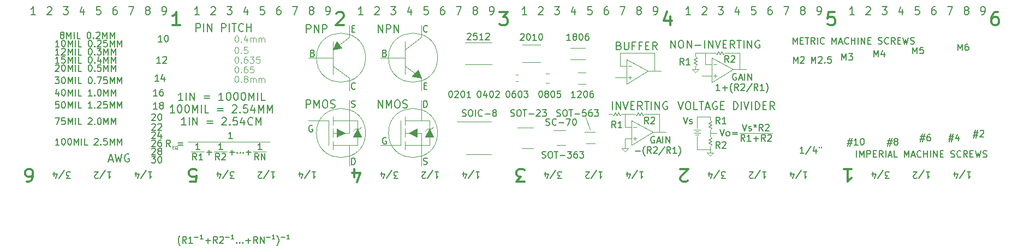
<source format=gbr>
G04 #@! TF.GenerationSoftware,KiCad,Pcbnew,(6.0.0)*
G04 #@! TF.CreationDate,2022-05-01T21:30:31-04:00*
G04 #@! TF.ProjectId,ruler,72756c65-722e-46b6-9963-61645f706362,0.1*
G04 #@! TF.SameCoordinates,Original*
G04 #@! TF.FileFunction,Legend,Top*
G04 #@! TF.FilePolarity,Positive*
%FSLAX46Y46*%
G04 Gerber Fmt 4.6, Leading zero omitted, Abs format (unit mm)*
G04 Created by KiCad (PCBNEW (6.0.0)) date 2022-05-01 21:30:31*
%MOMM*%
%LPD*%
G01*
G04 APERTURE LIST*
%ADD10C,0.120000*%
%ADD11C,0.100000*%
%ADD12C,0.200000*%
%ADD13C,0.300000*%
%ADD14C,0.150000*%
%ADD15C,0.125000*%
G04 APERTURE END LIST*
D10*
X171196000Y-98552000D02*
X171704000Y-98552000D01*
X171450000Y-98298000D02*
X171450000Y-98806000D01*
X170942000Y-95758000D02*
X170942000Y-99568000D01*
X174244000Y-97536000D02*
X170942000Y-95758000D01*
X170942000Y-99568000D02*
X174244000Y-97536000D01*
X171196000Y-96774000D02*
X171704000Y-96774000D01*
X170180000Y-100076000D02*
X169926000Y-100076000D01*
X170434000Y-100076000D02*
X169926000Y-100076000D01*
X169926000Y-94742000D02*
X171450000Y-94742000D01*
X172974000Y-94742000D02*
X175260000Y-94742000D01*
X183642000Y-86995000D02*
X184150000Y-86995000D01*
X183896000Y-88519000D02*
X183896000Y-89027000D01*
X183388000Y-85979000D02*
X183388000Y-89789000D01*
X186690000Y-87757000D02*
X183388000Y-85979000D01*
X187706000Y-87757000D02*
X186690000Y-87757000D01*
X183388000Y-89789000D02*
X186690000Y-87757000D01*
X183642000Y-88773000D02*
X184150000Y-88773000D01*
X187706000Y-87757000D02*
X188722000Y-87757000D01*
X185420000Y-85217000D02*
X187706000Y-85217000D01*
X180848000Y-85217000D02*
X182372000Y-85217000D01*
X180848000Y-88265000D02*
X180340000Y-87757000D01*
X182626000Y-100711000D02*
X183134000Y-100711000D01*
X183134000Y-99695000D02*
X183134000Y-100203000D01*
X181102000Y-100203000D02*
X181102000Y-98171000D01*
X181102000Y-96901000D02*
X181102000Y-95123000D01*
X124587000Y-84709000D02*
X127127000Y-82804000D01*
X135763000Y-84709000D02*
X138303000Y-82804000D01*
X135763000Y-85979000D02*
X131953000Y-85979000D01*
X127127000Y-89154000D02*
X127127000Y-91059000D01*
X124587000Y-83439000D02*
X124587000Y-88519000D01*
X124587000Y-87249000D02*
X127127000Y-89154000D01*
X135763000Y-87249000D02*
X138303000Y-89154000D01*
X129667000Y-85979000D02*
G75*
G03*
X129667000Y-85979000I-3810000J0D01*
G01*
X138303000Y-89154000D02*
X138303000Y-91059000D01*
D11*
X124587000Y-84709000D02*
X125222000Y-83439000D01*
X125222000Y-83439000D02*
X125984000Y-84455000D01*
X125984000Y-84455000D02*
X124587000Y-84709000D01*
G36*
X125984000Y-84455000D02*
G01*
X124587000Y-84709000D01*
X125222000Y-83439000D01*
X125984000Y-84455000D01*
G37*
X125984000Y-84455000D02*
X124587000Y-84709000D01*
X125222000Y-83439000D01*
X125984000Y-84455000D01*
X138303000Y-89154000D02*
X136906000Y-88900000D01*
X136906000Y-88900000D02*
X137795000Y-87884000D01*
X137795000Y-87884000D02*
X138303000Y-89154000D01*
G36*
X138303000Y-89154000D02*
G01*
X136906000Y-88900000D01*
X137795000Y-87884000D01*
X138303000Y-89154000D01*
G37*
X138303000Y-89154000D02*
X136906000Y-88900000D01*
X137795000Y-87884000D01*
X138303000Y-89154000D01*
D10*
X135763000Y-83439000D02*
X135763000Y-88519000D01*
X140843000Y-85979000D02*
G75*
G03*
X140843000Y-85979000I-3810000J0D01*
G01*
X124587000Y-85979000D02*
X120777000Y-85979000D01*
D11*
X125222000Y-97028000D02*
X126492000Y-97663000D01*
X126492000Y-97663000D02*
X125222000Y-98298000D01*
X125222000Y-98298000D02*
X125222000Y-97028000D01*
G36*
X126492000Y-97663000D02*
G01*
X125222000Y-98298000D01*
X125222000Y-97028000D01*
X126492000Y-97663000D01*
G37*
X126492000Y-97663000D02*
X125222000Y-98298000D01*
X125222000Y-97028000D01*
X126492000Y-97663000D01*
D10*
X128397000Y-98298000D02*
X128397000Y-97028000D01*
X139255500Y-97028000D02*
X138938000Y-97345500D01*
X128079500Y-97028000D02*
X127762000Y-97345500D01*
X128397000Y-99568000D02*
X128397000Y-98298000D01*
X128397000Y-95758000D02*
X127127000Y-95758000D01*
X124587000Y-97663000D02*
X125222000Y-97663000D01*
X127127000Y-94488000D02*
X127127000Y-92583000D01*
X123952000Y-95758000D02*
X123952000Y-99568000D01*
X124587000Y-98933000D02*
X124587000Y-100203000D01*
X128397000Y-97028000D02*
X128714500Y-97028000D01*
X128714500Y-97028000D02*
X129032000Y-96710500D01*
X139890500Y-97028000D02*
X140208000Y-96710500D01*
X126492000Y-97663000D02*
X127127000Y-97663000D01*
X127127000Y-97663000D02*
X127127000Y-94488000D01*
X123952000Y-95758000D02*
X120777000Y-95758000D01*
X124587000Y-99568000D02*
X127127000Y-99568000D01*
D11*
X128397000Y-97028000D02*
X127762000Y-98298000D01*
X127762000Y-98298000D02*
X129032000Y-98298000D01*
X129032000Y-98298000D02*
X128397000Y-97028000D01*
G36*
X129032000Y-98298000D02*
G01*
X127762000Y-98298000D01*
X128397000Y-97028000D01*
X129032000Y-98298000D01*
G37*
X129032000Y-98298000D02*
X127762000Y-98298000D01*
X128397000Y-97028000D01*
X129032000Y-98298000D01*
D10*
X128397000Y-95758000D02*
X128397000Y-97028000D01*
X124587000Y-97028000D02*
X124587000Y-98298000D01*
X124587000Y-95758000D02*
X127127000Y-95758000D01*
X124587000Y-96393000D02*
X124587000Y-95123000D01*
X128397000Y-97028000D02*
X128079500Y-97028000D01*
X138303000Y-82804000D02*
X138303000Y-80899000D01*
X127127000Y-99568000D02*
X128397000Y-99568000D01*
X127127000Y-100838000D02*
X127127000Y-102743000D01*
X127127000Y-99568000D02*
X127127000Y-100838000D01*
X129667000Y-97663000D02*
G75*
G03*
X129667000Y-97663000I-3810000J0D01*
G01*
X139573000Y-98298000D02*
X139573000Y-97028000D01*
X138303000Y-99568000D02*
X139573000Y-99568000D01*
X135763000Y-98933000D02*
X135763000Y-100203000D01*
X135763000Y-99568000D02*
X138303000Y-99568000D01*
X137668000Y-97663000D02*
X138303000Y-97663000D01*
X135763000Y-95758000D02*
X138303000Y-95758000D01*
X135763000Y-97663000D02*
X136398000Y-97663000D01*
X139573000Y-95758000D02*
X138303000Y-95758000D01*
X138303000Y-95758000D02*
X138303000Y-92583000D01*
X139573000Y-97028000D02*
X139890500Y-97028000D01*
D11*
X137668000Y-98298000D02*
X136398000Y-97663000D01*
X136398000Y-97663000D02*
X137668000Y-97028000D01*
X137668000Y-97028000D02*
X137668000Y-98298000D01*
G36*
X137668000Y-98298000D02*
G01*
X136398000Y-97663000D01*
X137668000Y-97028000D01*
X137668000Y-98298000D01*
G37*
X137668000Y-98298000D02*
X136398000Y-97663000D01*
X137668000Y-97028000D01*
X137668000Y-98298000D01*
X139573000Y-97028000D02*
X138938000Y-98298000D01*
X138938000Y-98298000D02*
X140208000Y-98298000D01*
X140208000Y-98298000D02*
X139573000Y-97028000D01*
G36*
X140208000Y-98298000D02*
G01*
X138938000Y-98298000D01*
X139573000Y-97028000D01*
X140208000Y-98298000D01*
G37*
X140208000Y-98298000D02*
X138938000Y-98298000D01*
X139573000Y-97028000D01*
X140208000Y-98298000D01*
D10*
X135128000Y-99568000D02*
X131953000Y-99568000D01*
X139573000Y-99568000D02*
X139573000Y-98298000D01*
X138303000Y-100838000D02*
X138303000Y-102743000D01*
X139573000Y-97028000D02*
X139255500Y-97028000D01*
X139573000Y-95758000D02*
X139573000Y-97028000D01*
X138303000Y-99568000D02*
X138303000Y-100838000D01*
X138303000Y-99568000D02*
X138303000Y-97663000D01*
X140843000Y-97663000D02*
G75*
G03*
X140843000Y-97663000I-3810000J0D01*
G01*
X135763000Y-97028000D02*
X135763000Y-98298000D01*
X135763000Y-96393000D02*
X135763000Y-95123000D01*
X135128000Y-95758000D02*
X135128000Y-99568000D01*
X127127000Y-82804000D02*
X127127000Y-80899000D01*
X169164000Y-87249000D02*
X169164000Y-85217000D01*
X170180000Y-90043000D02*
X173482000Y-88011000D01*
X173482000Y-88011000D02*
X170180000Y-86233000D01*
X170434000Y-87249000D02*
X170942000Y-87249000D01*
X170434000Y-89027000D02*
X170942000Y-89027000D01*
X170180000Y-87249000D02*
X169164000Y-87249000D01*
X169164000Y-85217000D02*
X174498000Y-85217000D01*
X174498000Y-85217000D02*
X174498000Y-88011000D01*
X170180000Y-89027000D02*
X168402000Y-89027000D01*
X174498000Y-88011000D02*
X173482000Y-88011000D01*
X170180000Y-86233000D02*
X170180000Y-90043000D01*
X170688000Y-88773000D02*
X170688000Y-89281000D01*
X174498000Y-88011000D02*
X175514000Y-88011000D01*
X168148000Y-94996000D02*
X167894000Y-94742000D01*
X167894000Y-94742000D02*
X167386000Y-94742000D01*
X168402000Y-94488000D02*
X168148000Y-94996000D01*
X102616000Y-100584000D02*
X104648000Y-100584000D01*
X112268000Y-100584000D02*
X114300000Y-100584000D01*
X184150000Y-85471000D02*
X184404000Y-84963000D01*
X187706000Y-97663000D02*
X192786000Y-97663000D01*
X181102000Y-86995000D02*
X180848000Y-87249000D01*
X168656000Y-94996000D02*
X168402000Y-94488000D01*
X171958000Y-94488000D02*
X172212000Y-94996000D01*
X181356000Y-87757000D02*
X180848000Y-88265000D01*
X175260000Y-97536000D02*
X176276000Y-97536000D01*
X183134000Y-95631000D02*
X183388000Y-95885000D01*
X170942000Y-96774000D02*
X169926000Y-96774000D01*
X183896000Y-85217000D02*
X184150000Y-85471000D01*
X180848000Y-85725000D02*
X181102000Y-85979000D01*
X169926000Y-100076000D02*
X169418000Y-100076000D01*
X180848000Y-85217000D02*
X180848000Y-85725000D01*
X182372000Y-85217000D02*
X183896000Y-85217000D01*
X183134000Y-97663000D02*
X184150000Y-97663000D01*
X180848000Y-97409000D02*
X181356000Y-97409000D01*
X106172000Y-100584000D02*
X108204000Y-100584000D01*
X169926000Y-100076000D02*
X169672000Y-100076000D01*
X171704000Y-94996000D02*
X171450000Y-94742000D01*
X163830000Y-95250000D02*
X164465000Y-97155000D01*
X183388000Y-88773000D02*
X181864000Y-88773000D01*
X182880000Y-96139000D02*
X183388000Y-96393000D01*
X169926000Y-100584000D02*
X170434000Y-100076000D01*
X182880000Y-99187000D02*
X183388000Y-99441000D01*
X172720000Y-94996000D02*
X172974000Y-94742000D01*
X169418000Y-94742000D02*
X169164000Y-94996000D01*
X169418000Y-100076000D02*
X169926000Y-100584000D01*
X184404000Y-84963000D02*
X184658000Y-85471000D01*
X183134000Y-101219000D02*
X182626000Y-100711000D01*
X169926000Y-94742000D02*
X169418000Y-94742000D01*
X182372000Y-85217000D02*
X182372000Y-86995000D01*
X180848000Y-97917000D02*
X181356000Y-97917000D01*
X187706000Y-85217000D02*
X187706000Y-87757000D01*
X183388000Y-96901000D02*
X183134000Y-97155000D01*
X183134000Y-95123000D02*
X181102000Y-95123000D01*
X169926000Y-96774000D02*
X169926000Y-94742000D01*
X183134000Y-97155000D02*
X183134000Y-98171000D01*
X175260000Y-97536000D02*
X175260000Y-94742000D01*
X181102000Y-85979000D02*
X180594000Y-86233000D01*
X183134000Y-100203000D02*
X181102000Y-100203000D01*
X183388000Y-98425000D02*
X182880000Y-98679000D01*
X183388000Y-98933000D02*
X182880000Y-99187000D01*
X180340000Y-87757000D02*
X181356000Y-87757000D01*
X185166000Y-85471000D02*
X185420000Y-85217000D01*
X180594000Y-97155000D02*
X181610000Y-97155000D01*
X181102000Y-86487000D02*
X180594000Y-86741000D01*
X172212000Y-94996000D02*
X172466000Y-94488000D01*
X169164000Y-94996000D02*
X168910000Y-94488000D01*
X170942000Y-98552000D02*
X169926000Y-98552000D01*
X182880000Y-96647000D02*
X183388000Y-96901000D01*
X183388000Y-99441000D02*
X183134000Y-99695000D01*
X180594000Y-86233000D02*
X181102000Y-86487000D01*
X184658000Y-85471000D02*
X184912000Y-84963000D01*
X169926000Y-98552000D02*
X169926000Y-100076000D01*
X180594000Y-86741000D02*
X181102000Y-86995000D01*
X183134000Y-98171000D02*
X183388000Y-98425000D01*
X184912000Y-84963000D02*
X185166000Y-85471000D01*
X183134000Y-100203000D02*
X183134000Y-100711000D01*
X180594000Y-97663000D02*
X181610000Y-97663000D01*
X172466000Y-94488000D02*
X172720000Y-94996000D01*
X183388000Y-96393000D02*
X182880000Y-96647000D01*
X180848000Y-87249000D02*
X180848000Y-87757000D01*
X102108000Y-99060000D02*
X114808000Y-99060000D01*
X182372000Y-86995000D02*
X183388000Y-86995000D01*
X183642000Y-100711000D02*
X183134000Y-101219000D01*
X171704000Y-94996000D02*
X171958000Y-94488000D01*
X183134000Y-95123000D02*
X183134000Y-95631000D01*
X183388000Y-95885000D02*
X182880000Y-96139000D01*
X183134000Y-100711000D02*
X183642000Y-100711000D01*
X168910000Y-94488000D02*
X168656000Y-94996000D01*
X182880000Y-98679000D02*
X183388000Y-98933000D01*
X174244000Y-97536000D02*
X175260000Y-97536000D01*
D12*
X80302142Y-78197142D02*
X80359285Y-78140000D01*
X80473571Y-78082857D01*
X80759285Y-78082857D01*
X80873571Y-78140000D01*
X80930714Y-78197142D01*
X80987857Y-78311428D01*
X80987857Y-78425714D01*
X80930714Y-78597142D01*
X80245000Y-79282857D01*
X80987857Y-79282857D01*
X98196428Y-79282857D02*
X98425000Y-79282857D01*
X98539285Y-79225714D01*
X98596428Y-79168571D01*
X98710714Y-78997142D01*
X98767857Y-78768571D01*
X98767857Y-78311428D01*
X98710714Y-78197142D01*
X98653571Y-78140000D01*
X98539285Y-78082857D01*
X98310714Y-78082857D01*
X98196428Y-78140000D01*
X98139285Y-78197142D01*
X98082142Y-78311428D01*
X98082142Y-78597142D01*
X98139285Y-78711428D01*
X98196428Y-78768571D01*
X98310714Y-78825714D01*
X98539285Y-78825714D01*
X98653571Y-78768571D01*
X98710714Y-78711428D01*
X98767857Y-78597142D01*
X92945000Y-78082857D02*
X93745000Y-78082857D01*
X93230714Y-79282857D01*
D13*
X203898571Y-103235238D02*
X205041428Y-103235238D01*
X204470000Y-103235238D02*
X204470000Y-105235238D01*
X204660476Y-104949523D01*
X204850952Y-104759047D01*
X205041428Y-104663809D01*
D14*
X210883333Y-104687619D02*
X210264285Y-104687619D01*
X210597619Y-104306666D01*
X210454761Y-104306666D01*
X210359523Y-104259047D01*
X210311904Y-104211428D01*
X210264285Y-104116190D01*
X210264285Y-103878095D01*
X210311904Y-103782857D01*
X210359523Y-103735238D01*
X210454761Y-103687619D01*
X210740476Y-103687619D01*
X210835714Y-103735238D01*
X210883333Y-103782857D01*
X209121428Y-104735238D02*
X209978571Y-103449523D01*
X208359523Y-104354285D02*
X208359523Y-103687619D01*
X208597619Y-104735238D02*
X208835714Y-104020952D01*
X208216666Y-104020952D01*
X95964285Y-103687619D02*
X96535714Y-103687619D01*
X96250000Y-103687619D02*
X96250000Y-104687619D01*
X96345238Y-104544761D01*
X96440476Y-104449523D01*
X96535714Y-104401904D01*
X94821428Y-104735238D02*
X95678571Y-103449523D01*
X94059523Y-104354285D02*
X94059523Y-103687619D01*
X94297619Y-104735238D02*
X94535714Y-104020952D01*
X93916666Y-104020952D01*
X83883333Y-104687619D02*
X83264285Y-104687619D01*
X83597619Y-104306666D01*
X83454761Y-104306666D01*
X83359523Y-104259047D01*
X83311904Y-104211428D01*
X83264285Y-104116190D01*
X83264285Y-103878095D01*
X83311904Y-103782857D01*
X83359523Y-103735238D01*
X83454761Y-103687619D01*
X83740476Y-103687619D01*
X83835714Y-103735238D01*
X83883333Y-103782857D01*
X82121428Y-104735238D02*
X82978571Y-103449523D01*
X81359523Y-104354285D02*
X81359523Y-103687619D01*
X81597619Y-104735238D02*
X81835714Y-104020952D01*
X81216666Y-104020952D01*
X89614285Y-103687619D02*
X90185714Y-103687619D01*
X89900000Y-103687619D02*
X89900000Y-104687619D01*
X89995238Y-104544761D01*
X90090476Y-104449523D01*
X90185714Y-104401904D01*
X88471428Y-104735238D02*
X89328571Y-103449523D01*
X88185714Y-104592380D02*
X88138095Y-104640000D01*
X88042857Y-104687619D01*
X87804761Y-104687619D01*
X87709523Y-104640000D01*
X87661904Y-104592380D01*
X87614285Y-104497142D01*
X87614285Y-104401904D01*
X87661904Y-104259047D01*
X88233333Y-103687619D01*
X87614285Y-103687619D01*
X168489333Y-96845380D02*
X168156000Y-96369190D01*
X167917904Y-96845380D02*
X167917904Y-95845380D01*
X168298857Y-95845380D01*
X168394095Y-95893000D01*
X168441714Y-95940619D01*
X168489333Y-96035857D01*
X168489333Y-96178714D01*
X168441714Y-96273952D01*
X168394095Y-96321571D01*
X168298857Y-96369190D01*
X167917904Y-96369190D01*
X169441714Y-96845380D02*
X168870285Y-96845380D01*
X169156000Y-96845380D02*
X169156000Y-95845380D01*
X169060761Y-95988238D01*
X168965523Y-96083476D01*
X168870285Y-96131095D01*
X174458380Y-98263000D02*
X174363142Y-98215380D01*
X174220285Y-98215380D01*
X174077428Y-98263000D01*
X173982190Y-98358238D01*
X173934571Y-98453476D01*
X173886952Y-98643952D01*
X173886952Y-98786809D01*
X173934571Y-98977285D01*
X173982190Y-99072523D01*
X174077428Y-99167761D01*
X174220285Y-99215380D01*
X174315523Y-99215380D01*
X174458380Y-99167761D01*
X174506000Y-99120142D01*
X174506000Y-98786809D01*
X174315523Y-98786809D01*
X174886952Y-98929666D02*
X175363142Y-98929666D01*
X174791714Y-99215380D02*
X175125047Y-98215380D01*
X175458380Y-99215380D01*
X175791714Y-99215380D02*
X175791714Y-98215380D01*
X176267904Y-99215380D02*
X176267904Y-98215380D01*
X176839333Y-99215380D01*
X176839333Y-98215380D01*
X171482190Y-100444428D02*
X172244095Y-100444428D01*
X173006000Y-101206333D02*
X172958380Y-101158714D01*
X172863142Y-101015857D01*
X172815523Y-100920619D01*
X172767904Y-100777761D01*
X172720285Y-100539666D01*
X172720285Y-100349190D01*
X172767904Y-100111095D01*
X172815523Y-99968238D01*
X172863142Y-99873000D01*
X172958380Y-99730142D01*
X173006000Y-99682523D01*
X173958380Y-100825380D02*
X173625047Y-100349190D01*
X173386952Y-100825380D02*
X173386952Y-99825380D01*
X173767904Y-99825380D01*
X173863142Y-99873000D01*
X173910761Y-99920619D01*
X173958380Y-100015857D01*
X173958380Y-100158714D01*
X173910761Y-100253952D01*
X173863142Y-100301571D01*
X173767904Y-100349190D01*
X173386952Y-100349190D01*
X174339333Y-99920619D02*
X174386952Y-99873000D01*
X174482190Y-99825380D01*
X174720285Y-99825380D01*
X174815523Y-99873000D01*
X174863142Y-99920619D01*
X174910761Y-100015857D01*
X174910761Y-100111095D01*
X174863142Y-100253952D01*
X174291714Y-100825380D01*
X174910761Y-100825380D01*
X176053619Y-99777761D02*
X175196476Y-101063476D01*
X176958380Y-100825380D02*
X176625047Y-100349190D01*
X176386952Y-100825380D02*
X176386952Y-99825380D01*
X176767904Y-99825380D01*
X176863142Y-99873000D01*
X176910761Y-99920619D01*
X176958380Y-100015857D01*
X176958380Y-100158714D01*
X176910761Y-100253952D01*
X176863142Y-100301571D01*
X176767904Y-100349190D01*
X176386952Y-100349190D01*
X177910761Y-100825380D02*
X177339333Y-100825380D01*
X177625047Y-100825380D02*
X177625047Y-99825380D01*
X177529809Y-99968238D01*
X177434571Y-100063476D01*
X177339333Y-100111095D01*
X178244095Y-101206333D02*
X178291714Y-101158714D01*
X178386952Y-101015857D01*
X178434571Y-100920619D01*
X178482190Y-100777761D01*
X178529809Y-100539666D01*
X178529809Y-100349190D01*
X178482190Y-100111095D01*
X178434571Y-99968238D01*
X178386952Y-99873000D01*
X178291714Y-99730142D01*
X178244095Y-99682523D01*
D12*
X177010285Y-84489857D02*
X177010285Y-83289857D01*
X177696000Y-84489857D01*
X177696000Y-83289857D01*
X178496000Y-83289857D02*
X178724571Y-83289857D01*
X178838857Y-83347000D01*
X178953142Y-83461285D01*
X179010285Y-83689857D01*
X179010285Y-84089857D01*
X178953142Y-84318428D01*
X178838857Y-84432714D01*
X178724571Y-84489857D01*
X178496000Y-84489857D01*
X178381714Y-84432714D01*
X178267428Y-84318428D01*
X178210285Y-84089857D01*
X178210285Y-83689857D01*
X178267428Y-83461285D01*
X178381714Y-83347000D01*
X178496000Y-83289857D01*
X179524571Y-84489857D02*
X179524571Y-83289857D01*
X180210285Y-84489857D01*
X180210285Y-83289857D01*
X180781714Y-84032714D02*
X181696000Y-84032714D01*
X182267428Y-84489857D02*
X182267428Y-83289857D01*
X182838857Y-84489857D02*
X182838857Y-83289857D01*
X183524571Y-84489857D01*
X183524571Y-83289857D01*
X183924571Y-83289857D02*
X184324571Y-84489857D01*
X184724571Y-83289857D01*
X185124571Y-83861285D02*
X185524571Y-83861285D01*
X185696000Y-84489857D02*
X185124571Y-84489857D01*
X185124571Y-83289857D01*
X185696000Y-83289857D01*
X186896000Y-84489857D02*
X186496000Y-83918428D01*
X186210285Y-84489857D02*
X186210285Y-83289857D01*
X186667428Y-83289857D01*
X186781714Y-83347000D01*
X186838857Y-83404142D01*
X186896000Y-83518428D01*
X186896000Y-83689857D01*
X186838857Y-83804142D01*
X186781714Y-83861285D01*
X186667428Y-83918428D01*
X186210285Y-83918428D01*
X187238857Y-83289857D02*
X187924571Y-83289857D01*
X187581714Y-84489857D02*
X187581714Y-83289857D01*
X188324571Y-84489857D02*
X188324571Y-83289857D01*
X188896000Y-84489857D02*
X188896000Y-83289857D01*
X189581714Y-84489857D01*
X189581714Y-83289857D01*
X190781714Y-83347000D02*
X190667428Y-83289857D01*
X190496000Y-83289857D01*
X190324571Y-83347000D01*
X190210285Y-83461285D01*
X190153142Y-83575571D01*
X190096000Y-83804142D01*
X190096000Y-83975571D01*
X190153142Y-84204142D01*
X190210285Y-84318428D01*
X190324571Y-84432714D01*
X190496000Y-84489857D01*
X190610285Y-84489857D01*
X190781714Y-84432714D01*
X190838857Y-84375571D01*
X190838857Y-83975571D01*
X190610285Y-83975571D01*
D14*
X179030333Y-87066380D02*
X178697000Y-86590190D01*
X178458904Y-87066380D02*
X178458904Y-86066380D01*
X178839857Y-86066380D01*
X178935095Y-86114000D01*
X178982714Y-86161619D01*
X179030333Y-86256857D01*
X179030333Y-86399714D01*
X178982714Y-86494952D01*
X178935095Y-86542571D01*
X178839857Y-86590190D01*
X178458904Y-86590190D01*
X179982714Y-87066380D02*
X179411285Y-87066380D01*
X179697000Y-87066380D02*
X179697000Y-86066380D01*
X179601761Y-86209238D01*
X179506523Y-86304476D01*
X179411285Y-86352095D01*
X186015333Y-86685380D02*
X185682000Y-86209190D01*
X185443904Y-86685380D02*
X185443904Y-85685380D01*
X185824857Y-85685380D01*
X185920095Y-85733000D01*
X185967714Y-85780619D01*
X186015333Y-85875857D01*
X186015333Y-86018714D01*
X185967714Y-86113952D01*
X185920095Y-86161571D01*
X185824857Y-86209190D01*
X185443904Y-86209190D01*
X186396285Y-85780619D02*
X186443904Y-85733000D01*
X186539142Y-85685380D01*
X186777238Y-85685380D01*
X186872476Y-85733000D01*
X186920095Y-85780619D01*
X186967714Y-85875857D01*
X186967714Y-85971095D01*
X186920095Y-86113952D01*
X186348666Y-86685380D01*
X186967714Y-86685380D01*
X187158428Y-88484000D02*
X187063190Y-88436380D01*
X186920333Y-88436380D01*
X186777476Y-88484000D01*
X186682238Y-88579238D01*
X186634619Y-88674476D01*
X186587000Y-88864952D01*
X186587000Y-89007809D01*
X186634619Y-89198285D01*
X186682238Y-89293523D01*
X186777476Y-89388761D01*
X186920333Y-89436380D01*
X187015571Y-89436380D01*
X187158428Y-89388761D01*
X187206047Y-89341142D01*
X187206047Y-89007809D01*
X187015571Y-89007809D01*
X187587000Y-89150666D02*
X188063190Y-89150666D01*
X187491761Y-89436380D02*
X187825095Y-88436380D01*
X188158428Y-89436380D01*
X188491761Y-89436380D02*
X188491761Y-88436380D01*
X188967952Y-89436380D02*
X188967952Y-88436380D01*
X189539380Y-89436380D01*
X189539380Y-88436380D01*
X184610809Y-91046380D02*
X184039380Y-91046380D01*
X184325095Y-91046380D02*
X184325095Y-90046380D01*
X184229857Y-90189238D01*
X184134619Y-90284476D01*
X184039380Y-90332095D01*
X185039380Y-90665428D02*
X185801285Y-90665428D01*
X185420333Y-91046380D02*
X185420333Y-90284476D01*
X186563190Y-91427333D02*
X186515571Y-91379714D01*
X186420333Y-91236857D01*
X186372714Y-91141619D01*
X186325095Y-90998761D01*
X186277476Y-90760666D01*
X186277476Y-90570190D01*
X186325095Y-90332095D01*
X186372714Y-90189238D01*
X186420333Y-90094000D01*
X186515571Y-89951142D01*
X186563190Y-89903523D01*
X187515571Y-91046380D02*
X187182238Y-90570190D01*
X186944142Y-91046380D02*
X186944142Y-90046380D01*
X187325095Y-90046380D01*
X187420333Y-90094000D01*
X187467952Y-90141619D01*
X187515571Y-90236857D01*
X187515571Y-90379714D01*
X187467952Y-90474952D01*
X187420333Y-90522571D01*
X187325095Y-90570190D01*
X186944142Y-90570190D01*
X187896523Y-90141619D02*
X187944142Y-90094000D01*
X188039380Y-90046380D01*
X188277476Y-90046380D01*
X188372714Y-90094000D01*
X188420333Y-90141619D01*
X188467952Y-90236857D01*
X188467952Y-90332095D01*
X188420333Y-90474952D01*
X187848904Y-91046380D01*
X188467952Y-91046380D01*
X189610809Y-89998761D02*
X188753666Y-91284476D01*
X190515571Y-91046380D02*
X190182238Y-90570190D01*
X189944142Y-91046380D02*
X189944142Y-90046380D01*
X190325095Y-90046380D01*
X190420333Y-90094000D01*
X190467952Y-90141619D01*
X190515571Y-90236857D01*
X190515571Y-90379714D01*
X190467952Y-90474952D01*
X190420333Y-90522571D01*
X190325095Y-90570190D01*
X189944142Y-90570190D01*
X191467952Y-91046380D02*
X190896523Y-91046380D01*
X191182238Y-91046380D02*
X191182238Y-90046380D01*
X191087000Y-90189238D01*
X190991761Y-90284476D01*
X190896523Y-90332095D01*
X191801285Y-91427333D02*
X191848904Y-91379714D01*
X191944142Y-91236857D01*
X191991761Y-91141619D01*
X192039380Y-90998761D01*
X192087000Y-90760666D01*
X192087000Y-90570190D01*
X192039380Y-90332095D01*
X191991761Y-90189238D01*
X191944142Y-90094000D01*
X191848904Y-89951142D01*
X191801285Y-89903523D01*
X184618333Y-100020380D02*
X184285000Y-99544190D01*
X184046904Y-100020380D02*
X184046904Y-99020380D01*
X184427857Y-99020380D01*
X184523095Y-99068000D01*
X184570714Y-99115619D01*
X184618333Y-99210857D01*
X184618333Y-99353714D01*
X184570714Y-99448952D01*
X184523095Y-99496571D01*
X184427857Y-99544190D01*
X184046904Y-99544190D01*
X184999285Y-99115619D02*
X185046904Y-99068000D01*
X185142142Y-99020380D01*
X185380238Y-99020380D01*
X185475476Y-99068000D01*
X185523095Y-99115619D01*
X185570714Y-99210857D01*
X185570714Y-99306095D01*
X185523095Y-99448952D01*
X184951666Y-100020380D01*
X185570714Y-100020380D01*
X188150761Y-96310380D02*
X188484095Y-97310380D01*
X188817428Y-96310380D01*
X189103142Y-97262761D02*
X189198380Y-97310380D01*
X189388857Y-97310380D01*
X189484095Y-97262761D01*
X189531714Y-97167523D01*
X189531714Y-97119904D01*
X189484095Y-97024666D01*
X189388857Y-96977047D01*
X189246000Y-96977047D01*
X189150761Y-96929428D01*
X189103142Y-96834190D01*
X189103142Y-96786571D01*
X189150761Y-96691333D01*
X189246000Y-96643714D01*
X189388857Y-96643714D01*
X189484095Y-96691333D01*
X190103142Y-96310380D02*
X190103142Y-96548476D01*
X189865047Y-96453238D02*
X190103142Y-96548476D01*
X190341238Y-96453238D01*
X189960285Y-96738952D02*
X190103142Y-96548476D01*
X190246000Y-96738952D01*
X191293619Y-97310380D02*
X190960285Y-96834190D01*
X190722190Y-97310380D02*
X190722190Y-96310380D01*
X191103142Y-96310380D01*
X191198380Y-96358000D01*
X191246000Y-96405619D01*
X191293619Y-96500857D01*
X191293619Y-96643714D01*
X191246000Y-96738952D01*
X191198380Y-96786571D01*
X191103142Y-96834190D01*
X190722190Y-96834190D01*
X191674571Y-96405619D02*
X191722190Y-96358000D01*
X191817428Y-96310380D01*
X192055523Y-96310380D01*
X192150761Y-96358000D01*
X192198380Y-96405619D01*
X192246000Y-96500857D01*
X192246000Y-96596095D01*
X192198380Y-96738952D01*
X191626952Y-97310380D01*
X192246000Y-97310380D01*
X188484095Y-98920380D02*
X188150761Y-98444190D01*
X187912666Y-98920380D02*
X187912666Y-97920380D01*
X188293619Y-97920380D01*
X188388857Y-97968000D01*
X188436476Y-98015619D01*
X188484095Y-98110857D01*
X188484095Y-98253714D01*
X188436476Y-98348952D01*
X188388857Y-98396571D01*
X188293619Y-98444190D01*
X187912666Y-98444190D01*
X189436476Y-98920380D02*
X188865047Y-98920380D01*
X189150761Y-98920380D02*
X189150761Y-97920380D01*
X189055523Y-98063238D01*
X188960285Y-98158476D01*
X188865047Y-98206095D01*
X189865047Y-98539428D02*
X190626952Y-98539428D01*
X190246000Y-98920380D02*
X190246000Y-98158476D01*
X191674571Y-98920380D02*
X191341238Y-98444190D01*
X191103142Y-98920380D02*
X191103142Y-97920380D01*
X191484095Y-97920380D01*
X191579333Y-97968000D01*
X191626952Y-98015619D01*
X191674571Y-98110857D01*
X191674571Y-98253714D01*
X191626952Y-98348952D01*
X191579333Y-98396571D01*
X191484095Y-98444190D01*
X191103142Y-98444190D01*
X192055523Y-98015619D02*
X192103142Y-97968000D01*
X192198380Y-97920380D01*
X192436476Y-97920380D01*
X192531714Y-97968000D01*
X192579333Y-98015619D01*
X192626952Y-98110857D01*
X192626952Y-98206095D01*
X192579333Y-98348952D01*
X192007904Y-98920380D01*
X192626952Y-98920380D01*
X184650238Y-97115380D02*
X184983571Y-98115380D01*
X185316904Y-97115380D01*
X185793095Y-98115380D02*
X185697857Y-98067761D01*
X185650238Y-98020142D01*
X185602619Y-97924904D01*
X185602619Y-97639190D01*
X185650238Y-97543952D01*
X185697857Y-97496333D01*
X185793095Y-97448714D01*
X185935952Y-97448714D01*
X186031190Y-97496333D01*
X186078809Y-97543952D01*
X186126428Y-97639190D01*
X186126428Y-97924904D01*
X186078809Y-98020142D01*
X186031190Y-98067761D01*
X185935952Y-98115380D01*
X185793095Y-98115380D01*
X186555000Y-97591571D02*
X187316904Y-97591571D01*
X187316904Y-97877285D02*
X186555000Y-97877285D01*
X178966904Y-95210380D02*
X179300238Y-96210380D01*
X179633571Y-95210380D01*
X179919285Y-96162761D02*
X180014523Y-96210380D01*
X180205000Y-96210380D01*
X180300238Y-96162761D01*
X180347857Y-96067523D01*
X180347857Y-96019904D01*
X180300238Y-95924666D01*
X180205000Y-95877047D01*
X180062142Y-95877047D01*
X179966904Y-95829428D01*
X179919285Y-95734190D01*
X179919285Y-95686571D01*
X179966904Y-95591333D01*
X180062142Y-95543714D01*
X180205000Y-95543714D01*
X180300238Y-95591333D01*
X138676095Y-93670380D02*
X138676095Y-92670380D01*
X138914190Y-92670380D01*
X139057047Y-92718000D01*
X139152285Y-92813238D01*
X139199904Y-92908476D01*
X139247523Y-93098952D01*
X139247523Y-93241809D01*
X139199904Y-93432285D01*
X139152285Y-93527523D01*
X139057047Y-93622761D01*
X138914190Y-93670380D01*
X138676095Y-93670380D01*
X127547714Y-81462571D02*
X127881047Y-81462571D01*
X128023904Y-81986380D02*
X127547714Y-81986380D01*
X127547714Y-80986380D01*
X128023904Y-80986380D01*
X128071523Y-90781142D02*
X128023904Y-90828761D01*
X127881047Y-90876380D01*
X127785809Y-90876380D01*
X127642952Y-90828761D01*
X127547714Y-90733523D01*
X127500095Y-90638285D01*
X127452476Y-90447809D01*
X127452476Y-90304952D01*
X127500095Y-90114476D01*
X127547714Y-90019238D01*
X127642952Y-89924000D01*
X127785809Y-89876380D01*
X127881047Y-89876380D01*
X128023904Y-89924000D01*
X128071523Y-89971619D01*
X121483428Y-85272571D02*
X121626285Y-85320190D01*
X121673904Y-85367809D01*
X121721523Y-85463047D01*
X121721523Y-85605904D01*
X121673904Y-85701142D01*
X121626285Y-85748761D01*
X121531047Y-85796380D01*
X121150095Y-85796380D01*
X121150095Y-84796380D01*
X121483428Y-84796380D01*
X121578666Y-84844000D01*
X121626285Y-84891619D01*
X121673904Y-84986857D01*
X121673904Y-85082095D01*
X121626285Y-85177333D01*
X121578666Y-85224952D01*
X121483428Y-85272571D01*
X121150095Y-85272571D01*
X138652285Y-102512761D02*
X138795142Y-102560380D01*
X139033238Y-102560380D01*
X139128476Y-102512761D01*
X139176095Y-102465142D01*
X139223714Y-102369904D01*
X139223714Y-102274666D01*
X139176095Y-102179428D01*
X139128476Y-102131809D01*
X139033238Y-102084190D01*
X138842761Y-102036571D01*
X138747523Y-101988952D01*
X138699904Y-101941333D01*
X138652285Y-101846095D01*
X138652285Y-101750857D01*
X138699904Y-101655619D01*
X138747523Y-101608000D01*
X138842761Y-101560380D01*
X139080857Y-101560380D01*
X139223714Y-101608000D01*
X132659428Y-85272571D02*
X132802285Y-85320190D01*
X132849904Y-85367809D01*
X132897523Y-85463047D01*
X132897523Y-85605904D01*
X132849904Y-85701142D01*
X132802285Y-85748761D01*
X132707047Y-85796380D01*
X132326095Y-85796380D01*
X132326095Y-84796380D01*
X132659428Y-84796380D01*
X132754666Y-84844000D01*
X132802285Y-84891619D01*
X132849904Y-84986857D01*
X132849904Y-85082095D01*
X132802285Y-85177333D01*
X132754666Y-85224952D01*
X132659428Y-85272571D01*
X132326095Y-85272571D01*
D12*
X131629428Y-93760857D02*
X131629428Y-92560857D01*
X132315142Y-93760857D01*
X132315142Y-92560857D01*
X132886571Y-93760857D02*
X132886571Y-92560857D01*
X133286571Y-93418000D01*
X133686571Y-92560857D01*
X133686571Y-93760857D01*
X134486571Y-92560857D02*
X134715142Y-92560857D01*
X134829428Y-92618000D01*
X134943714Y-92732285D01*
X135000857Y-92960857D01*
X135000857Y-93360857D01*
X134943714Y-93589428D01*
X134829428Y-93703714D01*
X134715142Y-93760857D01*
X134486571Y-93760857D01*
X134372285Y-93703714D01*
X134258000Y-93589428D01*
X134200857Y-93360857D01*
X134200857Y-92960857D01*
X134258000Y-92732285D01*
X134372285Y-92618000D01*
X134486571Y-92560857D01*
X135458000Y-93703714D02*
X135629428Y-93760857D01*
X135915142Y-93760857D01*
X136029428Y-93703714D01*
X136086571Y-93646571D01*
X136143714Y-93532285D01*
X136143714Y-93418000D01*
X136086571Y-93303714D01*
X136029428Y-93246571D01*
X135915142Y-93189428D01*
X135686571Y-93132285D01*
X135572285Y-93075142D01*
X135515142Y-93018000D01*
X135458000Y-92903714D01*
X135458000Y-92789428D01*
X135515142Y-92675142D01*
X135572285Y-92618000D01*
X135686571Y-92560857D01*
X135972285Y-92560857D01*
X136143714Y-92618000D01*
D14*
X139247523Y-81891142D02*
X139199904Y-81938761D01*
X139057047Y-81986380D01*
X138961809Y-81986380D01*
X138818952Y-81938761D01*
X138723714Y-81843523D01*
X138676095Y-81748285D01*
X138628476Y-81557809D01*
X138628476Y-81414952D01*
X138676095Y-81224476D01*
X138723714Y-81129238D01*
X138818952Y-81034000D01*
X138961809Y-80986380D01*
X139057047Y-80986380D01*
X139199904Y-81034000D01*
X139247523Y-81081619D01*
D12*
X120504142Y-82076857D02*
X120504142Y-80876857D01*
X120961285Y-80876857D01*
X121075571Y-80934000D01*
X121132714Y-80991142D01*
X121189857Y-81105428D01*
X121189857Y-81276857D01*
X121132714Y-81391142D01*
X121075571Y-81448285D01*
X120961285Y-81505428D01*
X120504142Y-81505428D01*
X121704142Y-82076857D02*
X121704142Y-80876857D01*
X122389857Y-82076857D01*
X122389857Y-80876857D01*
X122961285Y-82076857D02*
X122961285Y-80876857D01*
X123418428Y-80876857D01*
X123532714Y-80934000D01*
X123589857Y-80991142D01*
X123647000Y-81105428D01*
X123647000Y-81276857D01*
X123589857Y-81391142D01*
X123532714Y-81448285D01*
X123418428Y-81505428D01*
X122961285Y-81505428D01*
D14*
X127476285Y-93622761D02*
X127619142Y-93670380D01*
X127857238Y-93670380D01*
X127952476Y-93622761D01*
X128000095Y-93575142D01*
X128047714Y-93479904D01*
X128047714Y-93384666D01*
X128000095Y-93289428D01*
X127952476Y-93241809D01*
X127857238Y-93194190D01*
X127666761Y-93146571D01*
X127571523Y-93098952D01*
X127523904Y-93051333D01*
X127476285Y-92956095D01*
X127476285Y-92860857D01*
X127523904Y-92765619D01*
X127571523Y-92718000D01*
X127666761Y-92670380D01*
X127904857Y-92670380D01*
X128047714Y-92718000D01*
D12*
X131651571Y-82076857D02*
X131651571Y-80876857D01*
X132337285Y-82076857D01*
X132337285Y-80876857D01*
X132908714Y-82076857D02*
X132908714Y-80876857D01*
X133365857Y-80876857D01*
X133480142Y-80934000D01*
X133537285Y-80991142D01*
X133594428Y-81105428D01*
X133594428Y-81276857D01*
X133537285Y-81391142D01*
X133480142Y-81448285D01*
X133365857Y-81505428D01*
X132908714Y-81505428D01*
X134108714Y-82076857D02*
X134108714Y-80876857D01*
X134794428Y-82076857D01*
X134794428Y-80876857D01*
X120482000Y-93760857D02*
X120482000Y-92560857D01*
X120939142Y-92560857D01*
X121053428Y-92618000D01*
X121110571Y-92675142D01*
X121167714Y-92789428D01*
X121167714Y-92960857D01*
X121110571Y-93075142D01*
X121053428Y-93132285D01*
X120939142Y-93189428D01*
X120482000Y-93189428D01*
X121682000Y-93760857D02*
X121682000Y-92560857D01*
X122082000Y-93418000D01*
X122482000Y-92560857D01*
X122482000Y-93760857D01*
X123282000Y-92560857D02*
X123510571Y-92560857D01*
X123624857Y-92618000D01*
X123739142Y-92732285D01*
X123796285Y-92960857D01*
X123796285Y-93360857D01*
X123739142Y-93589428D01*
X123624857Y-93703714D01*
X123510571Y-93760857D01*
X123282000Y-93760857D01*
X123167714Y-93703714D01*
X123053428Y-93589428D01*
X122996285Y-93360857D01*
X122996285Y-92960857D01*
X123053428Y-92732285D01*
X123167714Y-92618000D01*
X123282000Y-92560857D01*
X124253428Y-93703714D02*
X124424857Y-93760857D01*
X124710571Y-93760857D01*
X124824857Y-93703714D01*
X124882000Y-93646571D01*
X124939142Y-93532285D01*
X124939142Y-93418000D01*
X124882000Y-93303714D01*
X124824857Y-93246571D01*
X124710571Y-93189428D01*
X124482000Y-93132285D01*
X124367714Y-93075142D01*
X124310571Y-93018000D01*
X124253428Y-92903714D01*
X124253428Y-92789428D01*
X124310571Y-92675142D01*
X124367714Y-92618000D01*
X124482000Y-92560857D01*
X124767714Y-92560857D01*
X124939142Y-92618000D01*
D14*
X132849904Y-98433000D02*
X132754666Y-98385380D01*
X132611809Y-98385380D01*
X132468952Y-98433000D01*
X132373714Y-98528238D01*
X132326095Y-98623476D01*
X132278476Y-98813952D01*
X132278476Y-98956809D01*
X132326095Y-99147285D01*
X132373714Y-99242523D01*
X132468952Y-99337761D01*
X132611809Y-99385380D01*
X132707047Y-99385380D01*
X132849904Y-99337761D01*
X132897523Y-99290142D01*
X132897523Y-98956809D01*
X132707047Y-98956809D01*
X138723714Y-90352571D02*
X139057047Y-90352571D01*
X139199904Y-90876380D02*
X138723714Y-90876380D01*
X138723714Y-89876380D01*
X139199904Y-89876380D01*
X127500095Y-102560380D02*
X127500095Y-101560380D01*
X127738190Y-101560380D01*
X127881047Y-101608000D01*
X127976285Y-101703238D01*
X128023904Y-101798476D01*
X128071523Y-101988952D01*
X128071523Y-102131809D01*
X128023904Y-102322285D01*
X127976285Y-102417523D01*
X127881047Y-102512761D01*
X127738190Y-102560380D01*
X127500095Y-102560380D01*
D12*
X225196428Y-79282857D02*
X225425000Y-79282857D01*
X225539285Y-79225714D01*
X225596428Y-79168571D01*
X225710714Y-78997142D01*
X225767857Y-78768571D01*
X225767857Y-78311428D01*
X225710714Y-78197142D01*
X225653571Y-78140000D01*
X225539285Y-78082857D01*
X225310714Y-78082857D01*
X225196428Y-78140000D01*
X225139285Y-78197142D01*
X225082142Y-78311428D01*
X225082142Y-78597142D01*
X225139285Y-78711428D01*
X225196428Y-78768571D01*
X225310714Y-78825714D01*
X225539285Y-78825714D01*
X225653571Y-78768571D01*
X225710714Y-78711428D01*
X225767857Y-78597142D01*
X215550714Y-78082857D02*
X214979285Y-78082857D01*
X214922142Y-78654285D01*
X214979285Y-78597142D01*
X215093571Y-78540000D01*
X215379285Y-78540000D01*
X215493571Y-78597142D01*
X215550714Y-78654285D01*
X215607857Y-78768571D01*
X215607857Y-79054285D01*
X215550714Y-79168571D01*
X215493571Y-79225714D01*
X215379285Y-79282857D01*
X215093571Y-79282857D01*
X214979285Y-79225714D01*
X214922142Y-79168571D01*
X219945000Y-78082857D02*
X220745000Y-78082857D01*
X220230714Y-79282857D01*
X207302142Y-78197142D02*
X207359285Y-78140000D01*
X207473571Y-78082857D01*
X207759285Y-78082857D01*
X207873571Y-78140000D01*
X207930714Y-78197142D01*
X207987857Y-78311428D01*
X207987857Y-78425714D01*
X207930714Y-78597142D01*
X207245000Y-79282857D01*
X207987857Y-79282857D01*
X212953571Y-78482857D02*
X212953571Y-79282857D01*
X212667857Y-78025714D02*
X212382142Y-78882857D01*
X213125000Y-78882857D01*
X209785000Y-78082857D02*
X210527857Y-78082857D01*
X210127857Y-78540000D01*
X210299285Y-78540000D01*
X210413571Y-78597142D01*
X210470714Y-78654285D01*
X210527857Y-78768571D01*
X210527857Y-79054285D01*
X210470714Y-79168571D01*
X210413571Y-79225714D01*
X210299285Y-79282857D01*
X209956428Y-79282857D01*
X209842142Y-79225714D01*
X209785000Y-79168571D01*
X218033571Y-78082857D02*
X217805000Y-78082857D01*
X217690714Y-78140000D01*
X217633571Y-78197142D01*
X217519285Y-78368571D01*
X217462142Y-78597142D01*
X217462142Y-79054285D01*
X217519285Y-79168571D01*
X217576428Y-79225714D01*
X217690714Y-79282857D01*
X217919285Y-79282857D01*
X218033571Y-79225714D01*
X218090714Y-79168571D01*
X218147857Y-79054285D01*
X218147857Y-78768571D01*
X218090714Y-78654285D01*
X218033571Y-78597142D01*
X217919285Y-78540000D01*
X217690714Y-78540000D01*
X217576428Y-78597142D01*
X217519285Y-78654285D01*
X217462142Y-78768571D01*
X205447857Y-79282857D02*
X204762142Y-79282857D01*
X205105000Y-79282857D02*
X205105000Y-78082857D01*
X204990714Y-78254285D01*
X204876428Y-78368571D01*
X204762142Y-78425714D01*
X222770714Y-78597142D02*
X222656428Y-78540000D01*
X222599285Y-78482857D01*
X222542142Y-78368571D01*
X222542142Y-78311428D01*
X222599285Y-78197142D01*
X222656428Y-78140000D01*
X222770714Y-78082857D01*
X222999285Y-78082857D01*
X223113571Y-78140000D01*
X223170714Y-78197142D01*
X223227857Y-78311428D01*
X223227857Y-78368571D01*
X223170714Y-78482857D01*
X223113571Y-78540000D01*
X222999285Y-78597142D01*
X222770714Y-78597142D01*
X222656428Y-78654285D01*
X222599285Y-78711428D01*
X222542142Y-78825714D01*
X222542142Y-79054285D01*
X222599285Y-79168571D01*
X222656428Y-79225714D01*
X222770714Y-79282857D01*
X222999285Y-79282857D01*
X223113571Y-79225714D01*
X223170714Y-79168571D01*
X223227857Y-79054285D01*
X223227857Y-78825714D01*
X223170714Y-78711428D01*
X223113571Y-78654285D01*
X222999285Y-78597142D01*
D14*
X121419904Y-96528000D02*
X121324666Y-96480380D01*
X121181809Y-96480380D01*
X121038952Y-96528000D01*
X120943714Y-96623238D01*
X120896095Y-96718476D01*
X120848476Y-96908952D01*
X120848476Y-97051809D01*
X120896095Y-97242285D01*
X120943714Y-97337523D01*
X121038952Y-97432761D01*
X121181809Y-97480380D01*
X121277047Y-97480380D01*
X121419904Y-97432761D01*
X121467523Y-97385142D01*
X121467523Y-97051809D01*
X121277047Y-97051809D01*
D12*
X168989714Y-84115285D02*
X169161142Y-84172428D01*
X169218285Y-84229571D01*
X169275428Y-84343857D01*
X169275428Y-84515285D01*
X169218285Y-84629571D01*
X169161142Y-84686714D01*
X169046857Y-84743857D01*
X168589714Y-84743857D01*
X168589714Y-83543857D01*
X168989714Y-83543857D01*
X169104000Y-83601000D01*
X169161142Y-83658142D01*
X169218285Y-83772428D01*
X169218285Y-83886714D01*
X169161142Y-84001000D01*
X169104000Y-84058142D01*
X168989714Y-84115285D01*
X168589714Y-84115285D01*
X169789714Y-83543857D02*
X169789714Y-84515285D01*
X169846857Y-84629571D01*
X169904000Y-84686714D01*
X170018285Y-84743857D01*
X170246857Y-84743857D01*
X170361142Y-84686714D01*
X170418285Y-84629571D01*
X170475428Y-84515285D01*
X170475428Y-83543857D01*
X171446857Y-84115285D02*
X171046857Y-84115285D01*
X171046857Y-84743857D02*
X171046857Y-83543857D01*
X171618285Y-83543857D01*
X172475428Y-84115285D02*
X172075428Y-84115285D01*
X172075428Y-84743857D02*
X172075428Y-83543857D01*
X172646857Y-83543857D01*
X173104000Y-84115285D02*
X173504000Y-84115285D01*
X173675428Y-84743857D02*
X173104000Y-84743857D01*
X173104000Y-83543857D01*
X173675428Y-83543857D01*
X174875428Y-84743857D02*
X174475428Y-84172428D01*
X174189714Y-84743857D02*
X174189714Y-83543857D01*
X174646857Y-83543857D01*
X174761142Y-83601000D01*
X174818285Y-83658142D01*
X174875428Y-83772428D01*
X174875428Y-83943857D01*
X174818285Y-84058142D01*
X174761142Y-84115285D01*
X174646857Y-84172428D01*
X174189714Y-84172428D01*
X178159714Y-92814857D02*
X178559714Y-94014857D01*
X178959714Y-92814857D01*
X179588285Y-92814857D02*
X179816857Y-92814857D01*
X179931142Y-92872000D01*
X180045428Y-92986285D01*
X180102571Y-93214857D01*
X180102571Y-93614857D01*
X180045428Y-93843428D01*
X179931142Y-93957714D01*
X179816857Y-94014857D01*
X179588285Y-94014857D01*
X179474000Y-93957714D01*
X179359714Y-93843428D01*
X179302571Y-93614857D01*
X179302571Y-93214857D01*
X179359714Y-92986285D01*
X179474000Y-92872000D01*
X179588285Y-92814857D01*
X181188285Y-94014857D02*
X180616857Y-94014857D01*
X180616857Y-92814857D01*
X181416857Y-92814857D02*
X182102571Y-92814857D01*
X181759714Y-94014857D02*
X181759714Y-92814857D01*
X182445428Y-93672000D02*
X183016857Y-93672000D01*
X182331142Y-94014857D02*
X182731142Y-92814857D01*
X183131142Y-94014857D01*
X184159714Y-92872000D02*
X184045428Y-92814857D01*
X183874000Y-92814857D01*
X183702571Y-92872000D01*
X183588285Y-92986285D01*
X183531142Y-93100571D01*
X183474000Y-93329142D01*
X183474000Y-93500571D01*
X183531142Y-93729142D01*
X183588285Y-93843428D01*
X183702571Y-93957714D01*
X183874000Y-94014857D01*
X183988285Y-94014857D01*
X184159714Y-93957714D01*
X184216857Y-93900571D01*
X184216857Y-93500571D01*
X183988285Y-93500571D01*
X184731142Y-93386285D02*
X185131142Y-93386285D01*
X185302571Y-94014857D02*
X184731142Y-94014857D01*
X184731142Y-92814857D01*
X185302571Y-92814857D01*
X186731142Y-94014857D02*
X186731142Y-92814857D01*
X187016857Y-92814857D01*
X187188285Y-92872000D01*
X187302571Y-92986285D01*
X187359714Y-93100571D01*
X187416857Y-93329142D01*
X187416857Y-93500571D01*
X187359714Y-93729142D01*
X187302571Y-93843428D01*
X187188285Y-93957714D01*
X187016857Y-94014857D01*
X186731142Y-94014857D01*
X187931142Y-94014857D02*
X187931142Y-92814857D01*
X188331142Y-92814857D02*
X188731142Y-94014857D01*
X189131142Y-92814857D01*
X189531142Y-94014857D02*
X189531142Y-92814857D01*
X190102571Y-94014857D02*
X190102571Y-92814857D01*
X190388285Y-92814857D01*
X190559714Y-92872000D01*
X190674000Y-92986285D01*
X190731142Y-93100571D01*
X190788285Y-93329142D01*
X190788285Y-93500571D01*
X190731142Y-93729142D01*
X190674000Y-93843428D01*
X190559714Y-93957714D01*
X190388285Y-94014857D01*
X190102571Y-94014857D01*
X191302571Y-93386285D02*
X191702571Y-93386285D01*
X191874000Y-94014857D02*
X191302571Y-94014857D01*
X191302571Y-92814857D01*
X191874000Y-92814857D01*
X193074000Y-94014857D02*
X192674000Y-93443428D01*
X192388285Y-94014857D02*
X192388285Y-92814857D01*
X192845428Y-92814857D01*
X192959714Y-92872000D01*
X193016857Y-92929142D01*
X193074000Y-93043428D01*
X193074000Y-93214857D01*
X193016857Y-93329142D01*
X192959714Y-93386285D01*
X192845428Y-93443428D01*
X192388285Y-93443428D01*
D13*
X154336666Y-105235238D02*
X153098571Y-105235238D01*
X153765238Y-104473333D01*
X153479523Y-104473333D01*
X153289047Y-104378095D01*
X153193809Y-104282857D01*
X153098571Y-104092380D01*
X153098571Y-103616190D01*
X153193809Y-103425714D01*
X153289047Y-103330476D01*
X153479523Y-103235238D01*
X154050952Y-103235238D01*
X154241428Y-103330476D01*
X154336666Y-103425714D01*
D14*
X103917714Y-100231380D02*
X103346285Y-100231380D01*
X103632000Y-100231380D02*
X103632000Y-99231380D01*
X103536761Y-99374238D01*
X103441523Y-99469476D01*
X103346285Y-99517095D01*
X103465333Y-101841380D02*
X103132000Y-101365190D01*
X102893904Y-101841380D02*
X102893904Y-100841380D01*
X103274857Y-100841380D01*
X103370095Y-100889000D01*
X103417714Y-100936619D01*
X103465333Y-101031857D01*
X103465333Y-101174714D01*
X103417714Y-101269952D01*
X103370095Y-101317571D01*
X103274857Y-101365190D01*
X102893904Y-101365190D01*
X104417714Y-101841380D02*
X103846285Y-101841380D01*
X104132000Y-101841380D02*
X104132000Y-100841380D01*
X104036761Y-100984238D01*
X103941523Y-101079476D01*
X103846285Y-101127095D01*
X99385523Y-99766380D02*
X99052190Y-99290190D01*
X98814095Y-99766380D02*
X98814095Y-98766380D01*
X99195047Y-98766380D01*
X99290285Y-98814000D01*
X99337904Y-98861619D01*
X99385523Y-98956857D01*
X99385523Y-99099714D01*
X99337904Y-99194952D01*
X99290285Y-99242571D01*
X99195047Y-99290190D01*
X98814095Y-99290190D01*
X100576000Y-99242571D02*
X101337904Y-99242571D01*
X101337904Y-99528285D02*
X100576000Y-99528285D01*
X109759809Y-100687142D02*
X109807428Y-100734761D01*
X109759809Y-100782380D01*
X109712190Y-100734761D01*
X109759809Y-100687142D01*
X109759809Y-100782380D01*
X110236000Y-100687142D02*
X110283619Y-100734761D01*
X110236000Y-100782380D01*
X110188380Y-100734761D01*
X110236000Y-100687142D01*
X110236000Y-100782380D01*
X110712190Y-100687142D02*
X110759809Y-100734761D01*
X110712190Y-100782380D01*
X110664571Y-100734761D01*
X110712190Y-100687142D01*
X110712190Y-100782380D01*
D11*
X99706952Y-99913285D02*
X99873619Y-99913285D01*
X99945047Y-100175190D02*
X99706952Y-100175190D01*
X99706952Y-99675190D01*
X99945047Y-99675190D01*
X100492666Y-100222809D02*
X100445047Y-100199000D01*
X100397428Y-100151380D01*
X100326000Y-100079952D01*
X100278380Y-100056142D01*
X100230761Y-100056142D01*
X100254571Y-100175190D02*
X100206952Y-100151380D01*
X100159333Y-100103761D01*
X100135523Y-100008523D01*
X100135523Y-99841857D01*
X100159333Y-99746619D01*
X100206952Y-99699000D01*
X100254571Y-99675190D01*
X100349809Y-99675190D01*
X100397428Y-99699000D01*
X100445047Y-99746619D01*
X100468857Y-99841857D01*
X100468857Y-100008523D01*
X100445047Y-100103761D01*
X100397428Y-100151380D01*
X100349809Y-100175190D01*
X100254571Y-100175190D01*
D14*
X113569714Y-100231380D02*
X112998285Y-100231380D01*
X113284000Y-100231380D02*
X113284000Y-99231380D01*
X113188761Y-99374238D01*
X113093523Y-99469476D01*
X112998285Y-99517095D01*
X113069714Y-101841380D02*
X112736380Y-101365190D01*
X112498285Y-101841380D02*
X112498285Y-100841380D01*
X112879238Y-100841380D01*
X112974476Y-100889000D01*
X113022095Y-100936619D01*
X113069714Y-101031857D01*
X113069714Y-101174714D01*
X113022095Y-101269952D01*
X112974476Y-101317571D01*
X112879238Y-101365190D01*
X112498285Y-101365190D01*
X113498285Y-101841380D02*
X113498285Y-100841380D01*
X114069714Y-101841380D01*
X114069714Y-100841380D01*
X105029047Y-100655428D02*
X105790952Y-100655428D01*
X105410000Y-101036380D02*
X105410000Y-100274476D01*
X108585047Y-100655428D02*
X109346952Y-100655428D01*
X108966000Y-101036380D02*
X108966000Y-100274476D01*
X108997714Y-98496380D02*
X108426285Y-98496380D01*
X108712000Y-98496380D02*
X108712000Y-97496380D01*
X108616761Y-97639238D01*
X108521523Y-97734476D01*
X108426285Y-97782095D01*
X100910476Y-115133333D02*
X100862857Y-115085714D01*
X100767619Y-114942857D01*
X100719999Y-114847619D01*
X100672380Y-114704761D01*
X100624761Y-114466666D01*
X100624761Y-114276190D01*
X100672380Y-114038095D01*
X100719999Y-113895238D01*
X100767619Y-113800000D01*
X100862857Y-113657142D01*
X100910476Y-113609523D01*
X101862857Y-114752380D02*
X101529523Y-114276190D01*
X101291428Y-114752380D02*
X101291428Y-113752380D01*
X101672380Y-113752380D01*
X101767619Y-113800000D01*
X101815238Y-113847619D01*
X101862857Y-113942857D01*
X101862857Y-114085714D01*
X101815238Y-114180952D01*
X101767619Y-114228571D01*
X101672380Y-114276190D01*
X101291428Y-114276190D01*
X102815238Y-114752380D02*
X102243809Y-114752380D01*
X102529523Y-114752380D02*
X102529523Y-113752380D01*
X102434285Y-113895238D01*
X102339047Y-113990476D01*
X102243809Y-114038095D01*
X103148571Y-113847619D02*
X103719999Y-113847619D01*
X104434285Y-114133333D02*
X104053333Y-114133333D01*
X104053333Y-113609523D02*
X104148571Y-113561904D01*
X104243809Y-113466666D01*
X104243809Y-114133333D01*
X104862857Y-114371428D02*
X105624761Y-114371428D01*
X105243809Y-114752380D02*
X105243809Y-113990476D01*
X106672380Y-114752380D02*
X106339047Y-114276190D01*
X106100952Y-114752380D02*
X106100952Y-113752380D01*
X106481904Y-113752380D01*
X106577142Y-113800000D01*
X106624761Y-113847619D01*
X106672380Y-113942857D01*
X106672380Y-114085714D01*
X106624761Y-114180952D01*
X106577142Y-114228571D01*
X106481904Y-114276190D01*
X106100952Y-114276190D01*
X107053333Y-113847619D02*
X107100952Y-113800000D01*
X107196190Y-113752380D01*
X107434285Y-113752380D01*
X107529523Y-113800000D01*
X107577142Y-113847619D01*
X107624761Y-113942857D01*
X107624761Y-114038095D01*
X107577142Y-114180952D01*
X107005714Y-114752380D01*
X107624761Y-114752380D01*
X107958095Y-113847619D02*
X108529523Y-113847619D01*
X109243809Y-114133333D02*
X108862857Y-114133333D01*
X108862857Y-113609523D02*
X108958095Y-113561904D01*
X109053333Y-113466666D01*
X109053333Y-114133333D01*
X109672380Y-114657142D02*
X109719999Y-114704761D01*
X109672380Y-114752380D01*
X109624761Y-114704761D01*
X109672380Y-114657142D01*
X109672380Y-114752380D01*
X110148571Y-114657142D02*
X110196190Y-114704761D01*
X110148571Y-114752380D01*
X110100952Y-114704761D01*
X110148571Y-114657142D01*
X110148571Y-114752380D01*
X110624761Y-114657142D02*
X110672380Y-114704761D01*
X110624761Y-114752380D01*
X110577142Y-114704761D01*
X110624761Y-114657142D01*
X110624761Y-114752380D01*
X111100952Y-114371428D02*
X111862857Y-114371428D01*
X111481904Y-114752380D02*
X111481904Y-113990476D01*
X112910476Y-114752380D02*
X112577142Y-114276190D01*
X112339047Y-114752380D02*
X112339047Y-113752380D01*
X112719999Y-113752380D01*
X112815238Y-113800000D01*
X112862857Y-113847619D01*
X112910476Y-113942857D01*
X112910476Y-114085714D01*
X112862857Y-114180952D01*
X112815238Y-114228571D01*
X112719999Y-114276190D01*
X112339047Y-114276190D01*
X113339047Y-114752380D02*
X113339047Y-113752380D01*
X113910476Y-114752380D01*
X113910476Y-113752380D01*
X114291428Y-113847619D02*
X114862857Y-113847619D01*
X115577142Y-114133333D02*
X115196190Y-114133333D01*
X115196190Y-113609523D02*
X115291428Y-113561904D01*
X115386666Y-113466666D01*
X115386666Y-114133333D01*
X115910476Y-115133333D02*
X115958095Y-115085714D01*
X116053333Y-114942857D01*
X116100952Y-114847619D01*
X116148571Y-114704761D01*
X116196190Y-114466666D01*
X116196190Y-114276190D01*
X116148571Y-114038095D01*
X116100952Y-113895238D01*
X116053333Y-113800000D01*
X115958095Y-113657142D01*
X115910476Y-113609523D01*
X116577142Y-113847619D02*
X117148571Y-113847619D01*
X117862857Y-114133333D02*
X117481904Y-114133333D01*
X117481904Y-113609523D02*
X117577142Y-113561904D01*
X117672380Y-113466666D01*
X117672380Y-114133333D01*
D12*
X167954857Y-94014857D02*
X167954857Y-92814857D01*
X168526285Y-94014857D02*
X168526285Y-92814857D01*
X169212000Y-94014857D01*
X169212000Y-92814857D01*
X169612000Y-92814857D02*
X170012000Y-94014857D01*
X170412000Y-92814857D01*
X170812000Y-93386285D02*
X171212000Y-93386285D01*
X171383428Y-94014857D02*
X170812000Y-94014857D01*
X170812000Y-92814857D01*
X171383428Y-92814857D01*
X172583428Y-94014857D02*
X172183428Y-93443428D01*
X171897714Y-94014857D02*
X171897714Y-92814857D01*
X172354857Y-92814857D01*
X172469142Y-92872000D01*
X172526285Y-92929142D01*
X172583428Y-93043428D01*
X172583428Y-93214857D01*
X172526285Y-93329142D01*
X172469142Y-93386285D01*
X172354857Y-93443428D01*
X171897714Y-93443428D01*
X172926285Y-92814857D02*
X173612000Y-92814857D01*
X173269142Y-94014857D02*
X173269142Y-92814857D01*
X174012000Y-94014857D02*
X174012000Y-92814857D01*
X174583428Y-94014857D02*
X174583428Y-92814857D01*
X175269142Y-94014857D01*
X175269142Y-92814857D01*
X176469142Y-92872000D02*
X176354857Y-92814857D01*
X176183428Y-92814857D01*
X176012000Y-92872000D01*
X175897714Y-92986285D01*
X175840571Y-93100571D01*
X175783428Y-93329142D01*
X175783428Y-93500571D01*
X175840571Y-93729142D01*
X175897714Y-93843428D01*
X176012000Y-93957714D01*
X176183428Y-94014857D01*
X176297714Y-94014857D01*
X176469142Y-93957714D01*
X176526285Y-93900571D01*
X176526285Y-93500571D01*
X176297714Y-93500571D01*
X187553571Y-78482857D02*
X187553571Y-79282857D01*
X187267857Y-78025714D02*
X186982142Y-78882857D01*
X187725000Y-78882857D01*
D14*
X197564285Y-103687619D02*
X198135714Y-103687619D01*
X197850000Y-103687619D02*
X197850000Y-104687619D01*
X197945238Y-104544761D01*
X198040476Y-104449523D01*
X198135714Y-104401904D01*
X196421428Y-104735238D02*
X197278571Y-103449523D01*
X195659523Y-104354285D02*
X195659523Y-103687619D01*
X195897619Y-104735238D02*
X196135714Y-104020952D01*
X195516666Y-104020952D01*
D13*
X102393809Y-105235238D02*
X103346190Y-105235238D01*
X103441428Y-104282857D01*
X103346190Y-104378095D01*
X103155714Y-104473333D01*
X102679523Y-104473333D01*
X102489047Y-104378095D01*
X102393809Y-104282857D01*
X102298571Y-104092380D01*
X102298571Y-103616190D01*
X102393809Y-103425714D01*
X102489047Y-103330476D01*
X102679523Y-103235238D01*
X103155714Y-103235238D01*
X103346190Y-103330476D01*
X103441428Y-103425714D01*
D12*
X136753571Y-78482857D02*
X136753571Y-79282857D01*
X136467857Y-78025714D02*
X136182142Y-78882857D01*
X136925000Y-78882857D01*
X91033571Y-78082857D02*
X90805000Y-78082857D01*
X90690714Y-78140000D01*
X90633571Y-78197142D01*
X90519285Y-78368571D01*
X90462142Y-78597142D01*
X90462142Y-79054285D01*
X90519285Y-79168571D01*
X90576428Y-79225714D01*
X90690714Y-79282857D01*
X90919285Y-79282857D01*
X91033571Y-79225714D01*
X91090714Y-79168571D01*
X91147857Y-79054285D01*
X91147857Y-78768571D01*
X91090714Y-78654285D01*
X91033571Y-78597142D01*
X90919285Y-78540000D01*
X90690714Y-78540000D01*
X90576428Y-78597142D01*
X90519285Y-78654285D01*
X90462142Y-78768571D01*
X101343571Y-92590857D02*
X100657857Y-92590857D01*
X101000714Y-92590857D02*
X101000714Y-91390857D01*
X100886428Y-91562285D01*
X100772142Y-91676571D01*
X100657857Y-91733714D01*
X101857857Y-92590857D02*
X101857857Y-91390857D01*
X102429285Y-92590857D02*
X102429285Y-91390857D01*
X103115000Y-92590857D01*
X103115000Y-91390857D01*
X104600714Y-91962285D02*
X105515000Y-91962285D01*
X105515000Y-92305142D02*
X104600714Y-92305142D01*
X107629285Y-92590857D02*
X106943571Y-92590857D01*
X107286428Y-92590857D02*
X107286428Y-91390857D01*
X107172142Y-91562285D01*
X107057857Y-91676571D01*
X106943571Y-91733714D01*
X108372142Y-91390857D02*
X108486428Y-91390857D01*
X108600714Y-91448000D01*
X108657857Y-91505142D01*
X108715000Y-91619428D01*
X108772142Y-91848000D01*
X108772142Y-92133714D01*
X108715000Y-92362285D01*
X108657857Y-92476571D01*
X108600714Y-92533714D01*
X108486428Y-92590857D01*
X108372142Y-92590857D01*
X108257857Y-92533714D01*
X108200714Y-92476571D01*
X108143571Y-92362285D01*
X108086428Y-92133714D01*
X108086428Y-91848000D01*
X108143571Y-91619428D01*
X108200714Y-91505142D01*
X108257857Y-91448000D01*
X108372142Y-91390857D01*
X109515000Y-91390857D02*
X109629285Y-91390857D01*
X109743571Y-91448000D01*
X109800714Y-91505142D01*
X109857857Y-91619428D01*
X109915000Y-91848000D01*
X109915000Y-92133714D01*
X109857857Y-92362285D01*
X109800714Y-92476571D01*
X109743571Y-92533714D01*
X109629285Y-92590857D01*
X109515000Y-92590857D01*
X109400714Y-92533714D01*
X109343571Y-92476571D01*
X109286428Y-92362285D01*
X109229285Y-92133714D01*
X109229285Y-91848000D01*
X109286428Y-91619428D01*
X109343571Y-91505142D01*
X109400714Y-91448000D01*
X109515000Y-91390857D01*
X110657857Y-91390857D02*
X110772142Y-91390857D01*
X110886428Y-91448000D01*
X110943571Y-91505142D01*
X111000714Y-91619428D01*
X111057857Y-91848000D01*
X111057857Y-92133714D01*
X111000714Y-92362285D01*
X110943571Y-92476571D01*
X110886428Y-92533714D01*
X110772142Y-92590857D01*
X110657857Y-92590857D01*
X110543571Y-92533714D01*
X110486428Y-92476571D01*
X110429285Y-92362285D01*
X110372142Y-92133714D01*
X110372142Y-91848000D01*
X110429285Y-91619428D01*
X110486428Y-91505142D01*
X110543571Y-91448000D01*
X110657857Y-91390857D01*
X111572142Y-92590857D02*
X111572142Y-91390857D01*
X111972142Y-92248000D01*
X112372142Y-91390857D01*
X112372142Y-92590857D01*
X112943571Y-92590857D02*
X112943571Y-91390857D01*
X114086428Y-92590857D02*
X113515000Y-92590857D01*
X113515000Y-91390857D01*
X100029285Y-94522857D02*
X99343571Y-94522857D01*
X99686428Y-94522857D02*
X99686428Y-93322857D01*
X99572142Y-93494285D01*
X99457857Y-93608571D01*
X99343571Y-93665714D01*
X100772142Y-93322857D02*
X100886428Y-93322857D01*
X101000714Y-93380000D01*
X101057857Y-93437142D01*
X101115000Y-93551428D01*
X101172142Y-93780000D01*
X101172142Y-94065714D01*
X101115000Y-94294285D01*
X101057857Y-94408571D01*
X101000714Y-94465714D01*
X100886428Y-94522857D01*
X100772142Y-94522857D01*
X100657857Y-94465714D01*
X100600714Y-94408571D01*
X100543571Y-94294285D01*
X100486428Y-94065714D01*
X100486428Y-93780000D01*
X100543571Y-93551428D01*
X100600714Y-93437142D01*
X100657857Y-93380000D01*
X100772142Y-93322857D01*
X101915000Y-93322857D02*
X102029285Y-93322857D01*
X102143571Y-93380000D01*
X102200714Y-93437142D01*
X102257857Y-93551428D01*
X102315000Y-93780000D01*
X102315000Y-94065714D01*
X102257857Y-94294285D01*
X102200714Y-94408571D01*
X102143571Y-94465714D01*
X102029285Y-94522857D01*
X101915000Y-94522857D01*
X101800714Y-94465714D01*
X101743571Y-94408571D01*
X101686428Y-94294285D01*
X101629285Y-94065714D01*
X101629285Y-93780000D01*
X101686428Y-93551428D01*
X101743571Y-93437142D01*
X101800714Y-93380000D01*
X101915000Y-93322857D01*
X102829285Y-94522857D02*
X102829285Y-93322857D01*
X103229285Y-94180000D01*
X103629285Y-93322857D01*
X103629285Y-94522857D01*
X104200714Y-94522857D02*
X104200714Y-93322857D01*
X105343571Y-94522857D02*
X104772142Y-94522857D01*
X104772142Y-93322857D01*
X106657857Y-93894285D02*
X107572142Y-93894285D01*
X107572142Y-94237142D02*
X106657857Y-94237142D01*
X109000714Y-93437142D02*
X109057857Y-93380000D01*
X109172142Y-93322857D01*
X109457857Y-93322857D01*
X109572142Y-93380000D01*
X109629285Y-93437142D01*
X109686428Y-93551428D01*
X109686428Y-93665714D01*
X109629285Y-93837142D01*
X108943571Y-94522857D01*
X109686428Y-94522857D01*
X110200714Y-94408571D02*
X110257857Y-94465714D01*
X110200714Y-94522857D01*
X110143571Y-94465714D01*
X110200714Y-94408571D01*
X110200714Y-94522857D01*
X111343571Y-93322857D02*
X110772142Y-93322857D01*
X110715000Y-93894285D01*
X110772142Y-93837142D01*
X110886428Y-93780000D01*
X111172142Y-93780000D01*
X111286428Y-93837142D01*
X111343571Y-93894285D01*
X111400714Y-94008571D01*
X111400714Y-94294285D01*
X111343571Y-94408571D01*
X111286428Y-94465714D01*
X111172142Y-94522857D01*
X110886428Y-94522857D01*
X110772142Y-94465714D01*
X110715000Y-94408571D01*
X112429285Y-93722857D02*
X112429285Y-94522857D01*
X112143571Y-93265714D02*
X111857857Y-94122857D01*
X112600714Y-94122857D01*
X113057857Y-94522857D02*
X113057857Y-93322857D01*
X113457857Y-94180000D01*
X113857857Y-93322857D01*
X113857857Y-94522857D01*
X114429285Y-94522857D02*
X114429285Y-93322857D01*
X114829285Y-94180000D01*
X115229285Y-93322857D01*
X115229285Y-94522857D01*
X101800714Y-96454857D02*
X101115000Y-96454857D01*
X101457857Y-96454857D02*
X101457857Y-95254857D01*
X101343571Y-95426285D01*
X101229285Y-95540571D01*
X101115000Y-95597714D01*
X102315000Y-96454857D02*
X102315000Y-95254857D01*
X102886428Y-96454857D02*
X102886428Y-95254857D01*
X103572142Y-96454857D01*
X103572142Y-95254857D01*
X105057857Y-95826285D02*
X105972142Y-95826285D01*
X105972142Y-96169142D02*
X105057857Y-96169142D01*
X107400714Y-95369142D02*
X107457857Y-95312000D01*
X107572142Y-95254857D01*
X107857857Y-95254857D01*
X107972142Y-95312000D01*
X108029285Y-95369142D01*
X108086428Y-95483428D01*
X108086428Y-95597714D01*
X108029285Y-95769142D01*
X107343571Y-96454857D01*
X108086428Y-96454857D01*
X108600714Y-96340571D02*
X108657857Y-96397714D01*
X108600714Y-96454857D01*
X108543571Y-96397714D01*
X108600714Y-96340571D01*
X108600714Y-96454857D01*
X109743571Y-95254857D02*
X109172142Y-95254857D01*
X109115000Y-95826285D01*
X109172142Y-95769142D01*
X109286428Y-95712000D01*
X109572142Y-95712000D01*
X109686428Y-95769142D01*
X109743571Y-95826285D01*
X109800714Y-95940571D01*
X109800714Y-96226285D01*
X109743571Y-96340571D01*
X109686428Y-96397714D01*
X109572142Y-96454857D01*
X109286428Y-96454857D01*
X109172142Y-96397714D01*
X109115000Y-96340571D01*
X110829285Y-95654857D02*
X110829285Y-96454857D01*
X110543571Y-95197714D02*
X110257857Y-96054857D01*
X111000714Y-96054857D01*
X112143571Y-96340571D02*
X112086428Y-96397714D01*
X111915000Y-96454857D01*
X111800714Y-96454857D01*
X111629285Y-96397714D01*
X111515000Y-96283428D01*
X111457857Y-96169142D01*
X111400714Y-95940571D01*
X111400714Y-95769142D01*
X111457857Y-95540571D01*
X111515000Y-95426285D01*
X111629285Y-95312000D01*
X111800714Y-95254857D01*
X111915000Y-95254857D01*
X112086428Y-95312000D01*
X112143571Y-95369142D01*
X112657857Y-96454857D02*
X112657857Y-95254857D01*
X113057857Y-96112000D01*
X113457857Y-95254857D01*
X113457857Y-96454857D01*
X154647857Y-79282857D02*
X153962142Y-79282857D01*
X154305000Y-79282857D02*
X154305000Y-78082857D01*
X154190714Y-78254285D01*
X154076428Y-78368571D01*
X153962142Y-78425714D01*
X164750714Y-78082857D02*
X164179285Y-78082857D01*
X164122142Y-78654285D01*
X164179285Y-78597142D01*
X164293571Y-78540000D01*
X164579285Y-78540000D01*
X164693571Y-78597142D01*
X164750714Y-78654285D01*
X164807857Y-78768571D01*
X164807857Y-79054285D01*
X164750714Y-79168571D01*
X164693571Y-79225714D01*
X164579285Y-79282857D01*
X164293571Y-79282857D01*
X164179285Y-79225714D01*
X164122142Y-79168571D01*
X116433571Y-78082857D02*
X116205000Y-78082857D01*
X116090714Y-78140000D01*
X116033571Y-78197142D01*
X115919285Y-78368571D01*
X115862142Y-78597142D01*
X115862142Y-79054285D01*
X115919285Y-79168571D01*
X115976428Y-79225714D01*
X116090714Y-79282857D01*
X116319285Y-79282857D01*
X116433571Y-79225714D01*
X116490714Y-79168571D01*
X116547857Y-79054285D01*
X116547857Y-78768571D01*
X116490714Y-78654285D01*
X116433571Y-78597142D01*
X116319285Y-78540000D01*
X116090714Y-78540000D01*
X115976428Y-78597142D01*
X115919285Y-78654285D01*
X115862142Y-78768571D01*
X162153571Y-78482857D02*
X162153571Y-79282857D01*
X161867857Y-78025714D02*
X161582142Y-78882857D01*
X162325000Y-78882857D01*
X118345000Y-78082857D02*
X119145000Y-78082857D01*
X118630714Y-79282857D01*
X85953571Y-78482857D02*
X85953571Y-79282857D01*
X85667857Y-78025714D02*
X85382142Y-78882857D01*
X86125000Y-78882857D01*
D14*
X115014285Y-103687619D02*
X115585714Y-103687619D01*
X115300000Y-103687619D02*
X115300000Y-104687619D01*
X115395238Y-104544761D01*
X115490476Y-104449523D01*
X115585714Y-104401904D01*
X113871428Y-104735238D02*
X114728571Y-103449523D01*
X113585714Y-104592380D02*
X113538095Y-104640000D01*
X113442857Y-104687619D01*
X113204761Y-104687619D01*
X113109523Y-104640000D01*
X113061904Y-104592380D01*
X113014285Y-104497142D01*
X113014285Y-104401904D01*
X113061904Y-104259047D01*
X113633333Y-103687619D01*
X113014285Y-103687619D01*
D12*
X78447857Y-79282857D02*
X77762142Y-79282857D01*
X78105000Y-79282857D02*
X78105000Y-78082857D01*
X77990714Y-78254285D01*
X77876428Y-78368571D01*
X77762142Y-78425714D01*
X139350714Y-78082857D02*
X138779285Y-78082857D01*
X138722142Y-78654285D01*
X138779285Y-78597142D01*
X138893571Y-78540000D01*
X139179285Y-78540000D01*
X139293571Y-78597142D01*
X139350714Y-78654285D01*
X139407857Y-78768571D01*
X139407857Y-79054285D01*
X139350714Y-79168571D01*
X139293571Y-79225714D01*
X139179285Y-79282857D01*
X138893571Y-79282857D01*
X138779285Y-79225714D01*
X138722142Y-79168571D01*
X88550714Y-78082857D02*
X87979285Y-78082857D01*
X87922142Y-78654285D01*
X87979285Y-78597142D01*
X88093571Y-78540000D01*
X88379285Y-78540000D01*
X88493571Y-78597142D01*
X88550714Y-78654285D01*
X88607857Y-78768571D01*
X88607857Y-79054285D01*
X88550714Y-79168571D01*
X88493571Y-79225714D01*
X88379285Y-79282857D01*
X88093571Y-79282857D01*
X87979285Y-79225714D01*
X87922142Y-79168571D01*
D14*
X107473714Y-100231380D02*
X106902285Y-100231380D01*
X107188000Y-100231380D02*
X107188000Y-99231380D01*
X107092761Y-99374238D01*
X106997523Y-99469476D01*
X106902285Y-99517095D01*
X107021333Y-101841380D02*
X106688000Y-101365190D01*
X106449904Y-101841380D02*
X106449904Y-100841380D01*
X106830857Y-100841380D01*
X106926095Y-100889000D01*
X106973714Y-100936619D01*
X107021333Y-101031857D01*
X107021333Y-101174714D01*
X106973714Y-101269952D01*
X106926095Y-101317571D01*
X106830857Y-101365190D01*
X106449904Y-101365190D01*
X107402285Y-100936619D02*
X107449904Y-100889000D01*
X107545142Y-100841380D01*
X107783238Y-100841380D01*
X107878476Y-100889000D01*
X107926095Y-100936619D01*
X107973714Y-101031857D01*
X107973714Y-101127095D01*
X107926095Y-101269952D01*
X107354666Y-101841380D01*
X107973714Y-101841380D01*
D12*
X111353571Y-78482857D02*
X111353571Y-79282857D01*
X111067857Y-78025714D02*
X110782142Y-78882857D01*
X111525000Y-78882857D01*
X192633571Y-78082857D02*
X192405000Y-78082857D01*
X192290714Y-78140000D01*
X192233571Y-78197142D01*
X192119285Y-78368571D01*
X192062142Y-78597142D01*
X192062142Y-79054285D01*
X192119285Y-79168571D01*
X192176428Y-79225714D01*
X192290714Y-79282857D01*
X192519285Y-79282857D01*
X192633571Y-79225714D01*
X192690714Y-79168571D01*
X192747857Y-79054285D01*
X192747857Y-78768571D01*
X192690714Y-78654285D01*
X192633571Y-78597142D01*
X192519285Y-78540000D01*
X192290714Y-78540000D01*
X192176428Y-78597142D01*
X192119285Y-78654285D01*
X192062142Y-78768571D01*
X148996428Y-79282857D02*
X149225000Y-79282857D01*
X149339285Y-79225714D01*
X149396428Y-79168571D01*
X149510714Y-78997142D01*
X149567857Y-78768571D01*
X149567857Y-78311428D01*
X149510714Y-78197142D01*
X149453571Y-78140000D01*
X149339285Y-78082857D01*
X149110714Y-78082857D01*
X148996428Y-78140000D01*
X148939285Y-78197142D01*
X148882142Y-78311428D01*
X148882142Y-78597142D01*
X148939285Y-78711428D01*
X148996428Y-78768571D01*
X149110714Y-78825714D01*
X149339285Y-78825714D01*
X149453571Y-78768571D01*
X149510714Y-78711428D01*
X149567857Y-78597142D01*
X146570714Y-78597142D02*
X146456428Y-78540000D01*
X146399285Y-78482857D01*
X146342142Y-78368571D01*
X146342142Y-78311428D01*
X146399285Y-78197142D01*
X146456428Y-78140000D01*
X146570714Y-78082857D01*
X146799285Y-78082857D01*
X146913571Y-78140000D01*
X146970714Y-78197142D01*
X147027857Y-78311428D01*
X147027857Y-78368571D01*
X146970714Y-78482857D01*
X146913571Y-78540000D01*
X146799285Y-78597142D01*
X146570714Y-78597142D01*
X146456428Y-78654285D01*
X146399285Y-78711428D01*
X146342142Y-78825714D01*
X146342142Y-79054285D01*
X146399285Y-79168571D01*
X146456428Y-79225714D01*
X146570714Y-79282857D01*
X146799285Y-79282857D01*
X146913571Y-79225714D01*
X146970714Y-79168571D01*
X147027857Y-79054285D01*
X147027857Y-78825714D01*
X146970714Y-78711428D01*
X146913571Y-78654285D01*
X146799285Y-78597142D01*
X197370714Y-78597142D02*
X197256428Y-78540000D01*
X197199285Y-78482857D01*
X197142142Y-78368571D01*
X197142142Y-78311428D01*
X197199285Y-78197142D01*
X197256428Y-78140000D01*
X197370714Y-78082857D01*
X197599285Y-78082857D01*
X197713571Y-78140000D01*
X197770714Y-78197142D01*
X197827857Y-78311428D01*
X197827857Y-78368571D01*
X197770714Y-78482857D01*
X197713571Y-78540000D01*
X197599285Y-78597142D01*
X197370714Y-78597142D01*
X197256428Y-78654285D01*
X197199285Y-78711428D01*
X197142142Y-78825714D01*
X197142142Y-79054285D01*
X197199285Y-79168571D01*
X197256428Y-79225714D01*
X197370714Y-79282857D01*
X197599285Y-79282857D01*
X197713571Y-79225714D01*
X197770714Y-79168571D01*
X197827857Y-79054285D01*
X197827857Y-78825714D01*
X197770714Y-78711428D01*
X197713571Y-78654285D01*
X197599285Y-78597142D01*
X95770714Y-78597142D02*
X95656428Y-78540000D01*
X95599285Y-78482857D01*
X95542142Y-78368571D01*
X95542142Y-78311428D01*
X95599285Y-78197142D01*
X95656428Y-78140000D01*
X95770714Y-78082857D01*
X95999285Y-78082857D01*
X96113571Y-78140000D01*
X96170714Y-78197142D01*
X96227857Y-78311428D01*
X96227857Y-78368571D01*
X96170714Y-78482857D01*
X96113571Y-78540000D01*
X95999285Y-78597142D01*
X95770714Y-78597142D01*
X95656428Y-78654285D01*
X95599285Y-78711428D01*
X95542142Y-78825714D01*
X95542142Y-79054285D01*
X95599285Y-79168571D01*
X95656428Y-79225714D01*
X95770714Y-79282857D01*
X95999285Y-79282857D01*
X96113571Y-79225714D01*
X96170714Y-79168571D01*
X96227857Y-79054285D01*
X96227857Y-78825714D01*
X96170714Y-78711428D01*
X96113571Y-78654285D01*
X95999285Y-78597142D01*
X143745000Y-78082857D02*
X144545000Y-78082857D01*
X144030714Y-79282857D01*
X103847857Y-79282857D02*
X103162142Y-79282857D01*
X103505000Y-79282857D02*
X103505000Y-78082857D01*
X103390714Y-78254285D01*
X103276428Y-78368571D01*
X103162142Y-78425714D01*
D14*
X146764285Y-103687619D02*
X147335714Y-103687619D01*
X147050000Y-103687619D02*
X147050000Y-104687619D01*
X147145238Y-104544761D01*
X147240476Y-104449523D01*
X147335714Y-104401904D01*
X145621428Y-104735238D02*
X146478571Y-103449523D01*
X144859523Y-104354285D02*
X144859523Y-103687619D01*
X145097619Y-104735238D02*
X145335714Y-104020952D01*
X144716666Y-104020952D01*
D12*
X82785000Y-78082857D02*
X83527857Y-78082857D01*
X83127857Y-78540000D01*
X83299285Y-78540000D01*
X83413571Y-78597142D01*
X83470714Y-78654285D01*
X83527857Y-78768571D01*
X83527857Y-79054285D01*
X83470714Y-79168571D01*
X83413571Y-79225714D01*
X83299285Y-79282857D01*
X82956428Y-79282857D01*
X82842142Y-79225714D01*
X82785000Y-79168571D01*
D14*
X216614285Y-103687619D02*
X217185714Y-103687619D01*
X216900000Y-103687619D02*
X216900000Y-104687619D01*
X216995238Y-104544761D01*
X217090476Y-104449523D01*
X217185714Y-104401904D01*
X215471428Y-104735238D02*
X216328571Y-103449523D01*
X215185714Y-104592380D02*
X215138095Y-104640000D01*
X215042857Y-104687619D01*
X214804761Y-104687619D01*
X214709523Y-104640000D01*
X214661904Y-104592380D01*
X214614285Y-104497142D01*
X214614285Y-104401904D01*
X214661904Y-104259047D01*
X215233333Y-103687619D01*
X214614285Y-103687619D01*
D12*
X113950714Y-78082857D02*
X113379285Y-78082857D01*
X113322142Y-78654285D01*
X113379285Y-78597142D01*
X113493571Y-78540000D01*
X113779285Y-78540000D01*
X113893571Y-78597142D01*
X113950714Y-78654285D01*
X114007857Y-78768571D01*
X114007857Y-79054285D01*
X113950714Y-79168571D01*
X113893571Y-79225714D01*
X113779285Y-79282857D01*
X113493571Y-79282857D01*
X113379285Y-79225714D01*
X113322142Y-79168571D01*
X156502142Y-78197142D02*
X156559285Y-78140000D01*
X156673571Y-78082857D01*
X156959285Y-78082857D01*
X157073571Y-78140000D01*
X157130714Y-78197142D01*
X157187857Y-78311428D01*
X157187857Y-78425714D01*
X157130714Y-78597142D01*
X156445000Y-79282857D01*
X157187857Y-79282857D01*
X105702142Y-78197142D02*
X105759285Y-78140000D01*
X105873571Y-78082857D01*
X106159285Y-78082857D01*
X106273571Y-78140000D01*
X106330714Y-78197142D01*
X106387857Y-78311428D01*
X106387857Y-78425714D01*
X106330714Y-78597142D01*
X105645000Y-79282857D01*
X106387857Y-79282857D01*
D14*
X157662857Y-96416761D02*
X157805714Y-96464380D01*
X158043809Y-96464380D01*
X158139047Y-96416761D01*
X158186666Y-96369142D01*
X158234285Y-96273904D01*
X158234285Y-96178666D01*
X158186666Y-96083428D01*
X158139047Y-96035809D01*
X158043809Y-95988190D01*
X157853333Y-95940571D01*
X157758095Y-95892952D01*
X157710476Y-95845333D01*
X157662857Y-95750095D01*
X157662857Y-95654857D01*
X157710476Y-95559619D01*
X157758095Y-95512000D01*
X157853333Y-95464380D01*
X158091428Y-95464380D01*
X158234285Y-95512000D01*
X159234285Y-96369142D02*
X159186666Y-96416761D01*
X159043809Y-96464380D01*
X158948571Y-96464380D01*
X158805714Y-96416761D01*
X158710476Y-96321523D01*
X158662857Y-96226285D01*
X158615238Y-96035809D01*
X158615238Y-95892952D01*
X158662857Y-95702476D01*
X158710476Y-95607238D01*
X158805714Y-95512000D01*
X158948571Y-95464380D01*
X159043809Y-95464380D01*
X159186666Y-95512000D01*
X159234285Y-95559619D01*
X159662857Y-96083428D02*
X160424761Y-96083428D01*
X160805714Y-95464380D02*
X161472380Y-95464380D01*
X161043809Y-96464380D01*
X162043809Y-95464380D02*
X162139047Y-95464380D01*
X162234285Y-95512000D01*
X162281904Y-95559619D01*
X162329523Y-95654857D01*
X162377142Y-95845333D01*
X162377142Y-96083428D01*
X162329523Y-96273904D01*
X162281904Y-96369142D01*
X162234285Y-96416761D01*
X162139047Y-96464380D01*
X162043809Y-96464380D01*
X161948571Y-96416761D01*
X161900952Y-96369142D01*
X161853333Y-96273904D01*
X161805714Y-96083428D01*
X161805714Y-95845333D01*
X161853333Y-95654857D01*
X161900952Y-95559619D01*
X161948571Y-95512000D01*
X162043809Y-95464380D01*
D12*
X190150714Y-78082857D02*
X189579285Y-78082857D01*
X189522142Y-78654285D01*
X189579285Y-78597142D01*
X189693571Y-78540000D01*
X189979285Y-78540000D01*
X190093571Y-78597142D01*
X190150714Y-78654285D01*
X190207857Y-78768571D01*
X190207857Y-79054285D01*
X190150714Y-79168571D01*
X190093571Y-79225714D01*
X189979285Y-79282857D01*
X189693571Y-79282857D01*
X189579285Y-79225714D01*
X189522142Y-79168571D01*
D14*
X165814285Y-103687619D02*
X166385714Y-103687619D01*
X166100000Y-103687619D02*
X166100000Y-104687619D01*
X166195238Y-104544761D01*
X166290476Y-104449523D01*
X166385714Y-104401904D01*
X164671428Y-104735238D02*
X165528571Y-103449523D01*
X164385714Y-104592380D02*
X164338095Y-104640000D01*
X164242857Y-104687619D01*
X164004761Y-104687619D01*
X163909523Y-104640000D01*
X163861904Y-104592380D01*
X163814285Y-104497142D01*
X163814285Y-104401904D01*
X163861904Y-104259047D01*
X164433333Y-103687619D01*
X163814285Y-103687619D01*
D12*
X123596428Y-79282857D02*
X123825000Y-79282857D01*
X123939285Y-79225714D01*
X123996428Y-79168571D01*
X124110714Y-78997142D01*
X124167857Y-78768571D01*
X124167857Y-78311428D01*
X124110714Y-78197142D01*
X124053571Y-78140000D01*
X123939285Y-78082857D01*
X123710714Y-78082857D01*
X123596428Y-78140000D01*
X123539285Y-78197142D01*
X123482142Y-78311428D01*
X123482142Y-78597142D01*
X123539285Y-78711428D01*
X123596428Y-78768571D01*
X123710714Y-78825714D01*
X123939285Y-78825714D01*
X124053571Y-78768571D01*
X124110714Y-78711428D01*
X124167857Y-78597142D01*
D14*
X160083333Y-104687619D02*
X159464285Y-104687619D01*
X159797619Y-104306666D01*
X159654761Y-104306666D01*
X159559523Y-104259047D01*
X159511904Y-104211428D01*
X159464285Y-104116190D01*
X159464285Y-103878095D01*
X159511904Y-103782857D01*
X159559523Y-103735238D01*
X159654761Y-103687619D01*
X159940476Y-103687619D01*
X160035714Y-103735238D01*
X160083333Y-103782857D01*
X158321428Y-104735238D02*
X159178571Y-103449523D01*
X157559523Y-104354285D02*
X157559523Y-103687619D01*
X157797619Y-104735238D02*
X158035714Y-104020952D01*
X157416666Y-104020952D01*
D12*
X108185000Y-78082857D02*
X108927857Y-78082857D01*
X108527857Y-78540000D01*
X108699285Y-78540000D01*
X108813571Y-78597142D01*
X108870714Y-78654285D01*
X108927857Y-78768571D01*
X108927857Y-79054285D01*
X108870714Y-79168571D01*
X108813571Y-79225714D01*
X108699285Y-79282857D01*
X108356428Y-79282857D01*
X108242142Y-79225714D01*
X108185000Y-79168571D01*
X141833571Y-78082857D02*
X141605000Y-78082857D01*
X141490714Y-78140000D01*
X141433571Y-78197142D01*
X141319285Y-78368571D01*
X141262142Y-78597142D01*
X141262142Y-79054285D01*
X141319285Y-79168571D01*
X141376428Y-79225714D01*
X141490714Y-79282857D01*
X141719285Y-79282857D01*
X141833571Y-79225714D01*
X141890714Y-79168571D01*
X141947857Y-79054285D01*
X141947857Y-78768571D01*
X141890714Y-78654285D01*
X141833571Y-78597142D01*
X141719285Y-78540000D01*
X141490714Y-78540000D01*
X141376428Y-78597142D01*
X141319285Y-78654285D01*
X141262142Y-78768571D01*
X199796428Y-79282857D02*
X200025000Y-79282857D01*
X200139285Y-79225714D01*
X200196428Y-79168571D01*
X200310714Y-78997142D01*
X200367857Y-78768571D01*
X200367857Y-78311428D01*
X200310714Y-78197142D01*
X200253571Y-78140000D01*
X200139285Y-78082857D01*
X199910714Y-78082857D01*
X199796428Y-78140000D01*
X199739285Y-78197142D01*
X199682142Y-78311428D01*
X199682142Y-78597142D01*
X199739285Y-78711428D01*
X199796428Y-78768571D01*
X199910714Y-78825714D01*
X200139285Y-78825714D01*
X200253571Y-78768571D01*
X200310714Y-78711428D01*
X200367857Y-78597142D01*
X184385000Y-78082857D02*
X185127857Y-78082857D01*
X184727857Y-78540000D01*
X184899285Y-78540000D01*
X185013571Y-78597142D01*
X185070714Y-78654285D01*
X185127857Y-78768571D01*
X185127857Y-79054285D01*
X185070714Y-79168571D01*
X185013571Y-79225714D01*
X184899285Y-79282857D01*
X184556428Y-79282857D01*
X184442142Y-79225714D01*
X184385000Y-79168571D01*
X131102142Y-78197142D02*
X131159285Y-78140000D01*
X131273571Y-78082857D01*
X131559285Y-78082857D01*
X131673571Y-78140000D01*
X131730714Y-78197142D01*
X131787857Y-78311428D01*
X131787857Y-78425714D01*
X131730714Y-78597142D01*
X131045000Y-79282857D01*
X131787857Y-79282857D01*
X181902142Y-78197142D02*
X181959285Y-78140000D01*
X182073571Y-78082857D01*
X182359285Y-78082857D01*
X182473571Y-78140000D01*
X182530714Y-78197142D01*
X182587857Y-78311428D01*
X182587857Y-78425714D01*
X182530714Y-78597142D01*
X181845000Y-79282857D01*
X182587857Y-79282857D01*
X133585000Y-78082857D02*
X134327857Y-78082857D01*
X133927857Y-78540000D01*
X134099285Y-78540000D01*
X134213571Y-78597142D01*
X134270714Y-78654285D01*
X134327857Y-78768571D01*
X134327857Y-79054285D01*
X134270714Y-79168571D01*
X134213571Y-79225714D01*
X134099285Y-79282857D01*
X133756428Y-79282857D01*
X133642142Y-79225714D01*
X133585000Y-79168571D01*
X194545000Y-78082857D02*
X195345000Y-78082857D01*
X194830714Y-79282857D01*
D14*
X172164285Y-103687619D02*
X172735714Y-103687619D01*
X172450000Y-103687619D02*
X172450000Y-104687619D01*
X172545238Y-104544761D01*
X172640476Y-104449523D01*
X172735714Y-104401904D01*
X171021428Y-104735238D02*
X171878571Y-103449523D01*
X170259523Y-104354285D02*
X170259523Y-103687619D01*
X170497619Y-104735238D02*
X170735714Y-104020952D01*
X170116666Y-104020952D01*
X185483333Y-104687619D02*
X184864285Y-104687619D01*
X185197619Y-104306666D01*
X185054761Y-104306666D01*
X184959523Y-104259047D01*
X184911904Y-104211428D01*
X184864285Y-104116190D01*
X184864285Y-103878095D01*
X184911904Y-103782857D01*
X184959523Y-103735238D01*
X185054761Y-103687619D01*
X185340476Y-103687619D01*
X185435714Y-103735238D01*
X185483333Y-103782857D01*
X183721428Y-104735238D02*
X184578571Y-103449523D01*
X182959523Y-104354285D02*
X182959523Y-103687619D01*
X183197619Y-104735238D02*
X183435714Y-104020952D01*
X182816666Y-104020952D01*
X111125047Y-100655428D02*
X111886952Y-100655428D01*
X111506000Y-101036380D02*
X111506000Y-100274476D01*
D12*
X158985000Y-78082857D02*
X159727857Y-78082857D01*
X159327857Y-78540000D01*
X159499285Y-78540000D01*
X159613571Y-78597142D01*
X159670714Y-78654285D01*
X159727857Y-78768571D01*
X159727857Y-79054285D01*
X159670714Y-79168571D01*
X159613571Y-79225714D01*
X159499285Y-79282857D01*
X159156428Y-79282857D01*
X159042142Y-79225714D01*
X158985000Y-79168571D01*
X171970714Y-78597142D02*
X171856428Y-78540000D01*
X171799285Y-78482857D01*
X171742142Y-78368571D01*
X171742142Y-78311428D01*
X171799285Y-78197142D01*
X171856428Y-78140000D01*
X171970714Y-78082857D01*
X172199285Y-78082857D01*
X172313571Y-78140000D01*
X172370714Y-78197142D01*
X172427857Y-78311428D01*
X172427857Y-78368571D01*
X172370714Y-78482857D01*
X172313571Y-78540000D01*
X172199285Y-78597142D01*
X171970714Y-78597142D01*
X171856428Y-78654285D01*
X171799285Y-78711428D01*
X171742142Y-78825714D01*
X171742142Y-79054285D01*
X171799285Y-79168571D01*
X171856428Y-79225714D01*
X171970714Y-79282857D01*
X172199285Y-79282857D01*
X172313571Y-79225714D01*
X172370714Y-79168571D01*
X172427857Y-79054285D01*
X172427857Y-78825714D01*
X172370714Y-78711428D01*
X172313571Y-78654285D01*
X172199285Y-78597142D01*
X167233571Y-78082857D02*
X167005000Y-78082857D01*
X166890714Y-78140000D01*
X166833571Y-78197142D01*
X166719285Y-78368571D01*
X166662142Y-78597142D01*
X166662142Y-79054285D01*
X166719285Y-79168571D01*
X166776428Y-79225714D01*
X166890714Y-79282857D01*
X167119285Y-79282857D01*
X167233571Y-79225714D01*
X167290714Y-79168571D01*
X167347857Y-79054285D01*
X167347857Y-78768571D01*
X167290714Y-78654285D01*
X167233571Y-78597142D01*
X167119285Y-78540000D01*
X166890714Y-78540000D01*
X166776428Y-78597142D01*
X166719285Y-78654285D01*
X166662142Y-78768571D01*
D14*
X222964285Y-103687619D02*
X223535714Y-103687619D01*
X223250000Y-103687619D02*
X223250000Y-104687619D01*
X223345238Y-104544761D01*
X223440476Y-104449523D01*
X223535714Y-104401904D01*
X221821428Y-104735238D02*
X222678571Y-103449523D01*
X221059523Y-104354285D02*
X221059523Y-103687619D01*
X221297619Y-104735238D02*
X221535714Y-104020952D01*
X220916666Y-104020952D01*
D12*
X180047857Y-79282857D02*
X179362142Y-79282857D01*
X179705000Y-79282857D02*
X179705000Y-78082857D01*
X179590714Y-78254285D01*
X179476428Y-78368571D01*
X179362142Y-78425714D01*
D13*
X77089047Y-105235238D02*
X77470000Y-105235238D01*
X77660476Y-105140000D01*
X77755714Y-105044761D01*
X77946190Y-104759047D01*
X78041428Y-104378095D01*
X78041428Y-103616190D01*
X77946190Y-103425714D01*
X77850952Y-103330476D01*
X77660476Y-103235238D01*
X77279523Y-103235238D01*
X77089047Y-103330476D01*
X76993809Y-103425714D01*
X76898571Y-103616190D01*
X76898571Y-104092380D01*
X76993809Y-104282857D01*
X77089047Y-104378095D01*
X77279523Y-104473333D01*
X77660476Y-104473333D01*
X77850952Y-104378095D01*
X77946190Y-104282857D01*
X78041428Y-104092380D01*
D12*
X129247857Y-79282857D02*
X128562142Y-79282857D01*
X128905000Y-79282857D02*
X128905000Y-78082857D01*
X128790714Y-78254285D01*
X128676428Y-78368571D01*
X128562142Y-78425714D01*
X121170714Y-78597142D02*
X121056428Y-78540000D01*
X120999285Y-78482857D01*
X120942142Y-78368571D01*
X120942142Y-78311428D01*
X120999285Y-78197142D01*
X121056428Y-78140000D01*
X121170714Y-78082857D01*
X121399285Y-78082857D01*
X121513571Y-78140000D01*
X121570714Y-78197142D01*
X121627857Y-78311428D01*
X121627857Y-78368571D01*
X121570714Y-78482857D01*
X121513571Y-78540000D01*
X121399285Y-78597142D01*
X121170714Y-78597142D01*
X121056428Y-78654285D01*
X120999285Y-78711428D01*
X120942142Y-78825714D01*
X120942142Y-79054285D01*
X120999285Y-79168571D01*
X121056428Y-79225714D01*
X121170714Y-79282857D01*
X121399285Y-79282857D01*
X121513571Y-79225714D01*
X121570714Y-79168571D01*
X121627857Y-79054285D01*
X121627857Y-78825714D01*
X121570714Y-78711428D01*
X121513571Y-78654285D01*
X121399285Y-78597142D01*
D13*
X179641428Y-105044761D02*
X179546190Y-105140000D01*
X179355714Y-105235238D01*
X178879523Y-105235238D01*
X178689047Y-105140000D01*
X178593809Y-105044761D01*
X178498571Y-104854285D01*
X178498571Y-104663809D01*
X178593809Y-104378095D01*
X179736666Y-103235238D01*
X178498571Y-103235238D01*
D12*
X169145000Y-78082857D02*
X169945000Y-78082857D01*
X169430714Y-79282857D01*
D14*
X121364285Y-103687619D02*
X121935714Y-103687619D01*
X121650000Y-103687619D02*
X121650000Y-104687619D01*
X121745238Y-104544761D01*
X121840476Y-104449523D01*
X121935714Y-104401904D01*
X120221428Y-104735238D02*
X121078571Y-103449523D01*
X119459523Y-104354285D02*
X119459523Y-103687619D01*
X119697619Y-104735238D02*
X119935714Y-104020952D01*
X119316666Y-104020952D01*
X140414285Y-103687619D02*
X140985714Y-103687619D01*
X140700000Y-103687619D02*
X140700000Y-104687619D01*
X140795238Y-104544761D01*
X140890476Y-104449523D01*
X140985714Y-104401904D01*
X139271428Y-104735238D02*
X140128571Y-103449523D01*
X138985714Y-104592380D02*
X138938095Y-104640000D01*
X138842857Y-104687619D01*
X138604761Y-104687619D01*
X138509523Y-104640000D01*
X138461904Y-104592380D01*
X138414285Y-104497142D01*
X138414285Y-104401904D01*
X138461904Y-104259047D01*
X139033333Y-103687619D01*
X138414285Y-103687619D01*
X184618333Y-96210380D02*
X184285000Y-95734190D01*
X184046904Y-96210380D02*
X184046904Y-95210380D01*
X184427857Y-95210380D01*
X184523095Y-95258000D01*
X184570714Y-95305619D01*
X184618333Y-95400857D01*
X184618333Y-95543714D01*
X184570714Y-95638952D01*
X184523095Y-95686571D01*
X184427857Y-95734190D01*
X184046904Y-95734190D01*
X185570714Y-96210380D02*
X184999285Y-96210380D01*
X185285000Y-96210380D02*
X185285000Y-95210380D01*
X185189761Y-95353238D01*
X185094523Y-95448476D01*
X184999285Y-95496095D01*
X109283333Y-104687619D02*
X108664285Y-104687619D01*
X108997619Y-104306666D01*
X108854761Y-104306666D01*
X108759523Y-104259047D01*
X108711904Y-104211428D01*
X108664285Y-104116190D01*
X108664285Y-103878095D01*
X108711904Y-103782857D01*
X108759523Y-103735238D01*
X108854761Y-103687619D01*
X109140476Y-103687619D01*
X109235714Y-103735238D01*
X109283333Y-103782857D01*
X107521428Y-104735238D02*
X108378571Y-103449523D01*
X106759523Y-104354285D02*
X106759523Y-103687619D01*
X106997619Y-104735238D02*
X107235714Y-104020952D01*
X106616666Y-104020952D01*
D12*
X174396428Y-79282857D02*
X174625000Y-79282857D01*
X174739285Y-79225714D01*
X174796428Y-79168571D01*
X174910714Y-78997142D01*
X174967857Y-78768571D01*
X174967857Y-78311428D01*
X174910714Y-78197142D01*
X174853571Y-78140000D01*
X174739285Y-78082857D01*
X174510714Y-78082857D01*
X174396428Y-78140000D01*
X174339285Y-78197142D01*
X174282142Y-78311428D01*
X174282142Y-78597142D01*
X174339285Y-78711428D01*
X174396428Y-78768571D01*
X174510714Y-78825714D01*
X174739285Y-78825714D01*
X174853571Y-78768571D01*
X174910714Y-78711428D01*
X174967857Y-78597142D01*
D14*
X134683333Y-104687619D02*
X134064285Y-104687619D01*
X134397619Y-104306666D01*
X134254761Y-104306666D01*
X134159523Y-104259047D01*
X134111904Y-104211428D01*
X134064285Y-104116190D01*
X134064285Y-103878095D01*
X134111904Y-103782857D01*
X134159523Y-103735238D01*
X134254761Y-103687619D01*
X134540476Y-103687619D01*
X134635714Y-103735238D01*
X134683333Y-103782857D01*
X132921428Y-104735238D02*
X133778571Y-103449523D01*
X132159523Y-104354285D02*
X132159523Y-103687619D01*
X132397619Y-104735238D02*
X132635714Y-104020952D01*
X132016666Y-104020952D01*
X173569333Y-96210380D02*
X173236000Y-95734190D01*
X172997904Y-96210380D02*
X172997904Y-95210380D01*
X173378857Y-95210380D01*
X173474095Y-95258000D01*
X173521714Y-95305619D01*
X173569333Y-95400857D01*
X173569333Y-95543714D01*
X173521714Y-95638952D01*
X173474095Y-95686571D01*
X173378857Y-95734190D01*
X172997904Y-95734190D01*
X173950285Y-95305619D02*
X173997904Y-95258000D01*
X174093142Y-95210380D01*
X174331238Y-95210380D01*
X174426476Y-95258000D01*
X174474095Y-95305619D01*
X174521714Y-95400857D01*
X174521714Y-95496095D01*
X174474095Y-95638952D01*
X173902666Y-96210380D01*
X174521714Y-96210380D01*
D13*
X127889047Y-104568571D02*
X127889047Y-103235238D01*
X128365238Y-105330476D02*
X128841428Y-103901904D01*
X127603333Y-103901904D01*
D14*
X191214285Y-103687619D02*
X191785714Y-103687619D01*
X191500000Y-103687619D02*
X191500000Y-104687619D01*
X191595238Y-104544761D01*
X191690476Y-104449523D01*
X191785714Y-104401904D01*
X190071428Y-104735238D02*
X190928571Y-103449523D01*
X189785714Y-104592380D02*
X189738095Y-104640000D01*
X189642857Y-104687619D01*
X189404761Y-104687619D01*
X189309523Y-104640000D01*
X189261904Y-104592380D01*
X189214285Y-104497142D01*
X189214285Y-104401904D01*
X189261904Y-104259047D01*
X189833333Y-103687619D01*
X189214285Y-103687619D01*
X152178095Y-95019761D02*
X152320952Y-95067380D01*
X152559047Y-95067380D01*
X152654285Y-95019761D01*
X152701904Y-94972142D01*
X152749523Y-94876904D01*
X152749523Y-94781666D01*
X152701904Y-94686428D01*
X152654285Y-94638809D01*
X152559047Y-94591190D01*
X152368571Y-94543571D01*
X152273333Y-94495952D01*
X152225714Y-94448333D01*
X152178095Y-94353095D01*
X152178095Y-94257857D01*
X152225714Y-94162619D01*
X152273333Y-94115000D01*
X152368571Y-94067380D01*
X152606666Y-94067380D01*
X152749523Y-94115000D01*
X153368571Y-94067380D02*
X153559047Y-94067380D01*
X153654285Y-94115000D01*
X153749523Y-94210238D01*
X153797142Y-94400714D01*
X153797142Y-94734047D01*
X153749523Y-94924523D01*
X153654285Y-95019761D01*
X153559047Y-95067380D01*
X153368571Y-95067380D01*
X153273333Y-95019761D01*
X153178095Y-94924523D01*
X153130476Y-94734047D01*
X153130476Y-94400714D01*
X153178095Y-94210238D01*
X153273333Y-94115000D01*
X153368571Y-94067380D01*
X154082857Y-94067380D02*
X154654285Y-94067380D01*
X154368571Y-95067380D02*
X154368571Y-94067380D01*
X154987619Y-94686428D02*
X155749523Y-94686428D01*
X156178095Y-94162619D02*
X156225714Y-94115000D01*
X156320952Y-94067380D01*
X156559047Y-94067380D01*
X156654285Y-94115000D01*
X156701904Y-94162619D01*
X156749523Y-94257857D01*
X156749523Y-94353095D01*
X156701904Y-94495952D01*
X156130476Y-95067380D01*
X156749523Y-95067380D01*
X157082857Y-94067380D02*
X157701904Y-94067380D01*
X157368571Y-94448333D01*
X157511428Y-94448333D01*
X157606666Y-94495952D01*
X157654285Y-94543571D01*
X157701904Y-94638809D01*
X157701904Y-94876904D01*
X157654285Y-94972142D01*
X157606666Y-95019761D01*
X157511428Y-95067380D01*
X157225714Y-95067380D01*
X157130476Y-95019761D01*
X157082857Y-94972142D01*
X144677142Y-95019761D02*
X144820000Y-95067380D01*
X145058095Y-95067380D01*
X145153333Y-95019761D01*
X145200952Y-94972142D01*
X145248571Y-94876904D01*
X145248571Y-94781666D01*
X145200952Y-94686428D01*
X145153333Y-94638809D01*
X145058095Y-94591190D01*
X144867619Y-94543571D01*
X144772380Y-94495952D01*
X144724761Y-94448333D01*
X144677142Y-94353095D01*
X144677142Y-94257857D01*
X144724761Y-94162619D01*
X144772380Y-94115000D01*
X144867619Y-94067380D01*
X145105714Y-94067380D01*
X145248571Y-94115000D01*
X145867619Y-94067380D02*
X146058095Y-94067380D01*
X146153333Y-94115000D01*
X146248571Y-94210238D01*
X146296190Y-94400714D01*
X146296190Y-94734047D01*
X146248571Y-94924523D01*
X146153333Y-95019761D01*
X146058095Y-95067380D01*
X145867619Y-95067380D01*
X145772380Y-95019761D01*
X145677142Y-94924523D01*
X145629523Y-94734047D01*
X145629523Y-94400714D01*
X145677142Y-94210238D01*
X145772380Y-94115000D01*
X145867619Y-94067380D01*
X146724761Y-95067380D02*
X146724761Y-94067380D01*
X147772380Y-94972142D02*
X147724761Y-95019761D01*
X147581904Y-95067380D01*
X147486666Y-95067380D01*
X147343809Y-95019761D01*
X147248571Y-94924523D01*
X147200952Y-94829285D01*
X147153333Y-94638809D01*
X147153333Y-94495952D01*
X147200952Y-94305476D01*
X147248571Y-94210238D01*
X147343809Y-94115000D01*
X147486666Y-94067380D01*
X147581904Y-94067380D01*
X147724761Y-94115000D01*
X147772380Y-94162619D01*
X148200952Y-94686428D02*
X148962857Y-94686428D01*
X149581904Y-94495952D02*
X149486666Y-94448333D01*
X149439047Y-94400714D01*
X149391428Y-94305476D01*
X149391428Y-94257857D01*
X149439047Y-94162619D01*
X149486666Y-94115000D01*
X149581904Y-94067380D01*
X149772380Y-94067380D01*
X149867619Y-94115000D01*
X149915238Y-94162619D01*
X149962857Y-94257857D01*
X149962857Y-94305476D01*
X149915238Y-94400714D01*
X149867619Y-94448333D01*
X149772380Y-94495952D01*
X149581904Y-94495952D01*
X149486666Y-94543571D01*
X149439047Y-94591190D01*
X149391428Y-94686428D01*
X149391428Y-94876904D01*
X149439047Y-94972142D01*
X149486666Y-95019761D01*
X149581904Y-95067380D01*
X149772380Y-95067380D01*
X149867619Y-95019761D01*
X149915238Y-94972142D01*
X149962857Y-94876904D01*
X149962857Y-94686428D01*
X149915238Y-94591190D01*
X149867619Y-94543571D01*
X149772380Y-94495952D01*
D13*
X125158571Y-79105238D02*
X125253809Y-79010000D01*
X125444285Y-78914761D01*
X125920476Y-78914761D01*
X126110952Y-79010000D01*
X126206190Y-79105238D01*
X126301428Y-79295714D01*
X126301428Y-79486190D01*
X126206190Y-79771904D01*
X125063333Y-80914761D01*
X126301428Y-80914761D01*
X100901428Y-80914761D02*
X99758571Y-80914761D01*
X100330000Y-80914761D02*
X100330000Y-78914761D01*
X100139523Y-79200476D01*
X99949047Y-79390952D01*
X99758571Y-79486190D01*
X202406190Y-78914761D02*
X201453809Y-78914761D01*
X201358571Y-79867142D01*
X201453809Y-79771904D01*
X201644285Y-79676666D01*
X202120476Y-79676666D01*
X202310952Y-79771904D01*
X202406190Y-79867142D01*
X202501428Y-80057619D01*
X202501428Y-80533809D01*
X202406190Y-80724285D01*
X202310952Y-80819523D01*
X202120476Y-80914761D01*
X201644285Y-80914761D01*
X201453809Y-80819523D01*
X201358571Y-80724285D01*
X227710952Y-78914761D02*
X227330000Y-78914761D01*
X227139523Y-79010000D01*
X227044285Y-79105238D01*
X226853809Y-79390952D01*
X226758571Y-79771904D01*
X226758571Y-80533809D01*
X226853809Y-80724285D01*
X226949047Y-80819523D01*
X227139523Y-80914761D01*
X227520476Y-80914761D01*
X227710952Y-80819523D01*
X227806190Y-80724285D01*
X227901428Y-80533809D01*
X227901428Y-80057619D01*
X227806190Y-79867142D01*
X227710952Y-79771904D01*
X227520476Y-79676666D01*
X227139523Y-79676666D01*
X226949047Y-79771904D01*
X226853809Y-79867142D01*
X226758571Y-80057619D01*
D14*
X157035904Y-101496761D02*
X157178761Y-101544380D01*
X157416857Y-101544380D01*
X157512095Y-101496761D01*
X157559714Y-101449142D01*
X157607333Y-101353904D01*
X157607333Y-101258666D01*
X157559714Y-101163428D01*
X157512095Y-101115809D01*
X157416857Y-101068190D01*
X157226380Y-101020571D01*
X157131142Y-100972952D01*
X157083523Y-100925333D01*
X157035904Y-100830095D01*
X157035904Y-100734857D01*
X157083523Y-100639619D01*
X157131142Y-100592000D01*
X157226380Y-100544380D01*
X157464476Y-100544380D01*
X157607333Y-100592000D01*
X158226380Y-100544380D02*
X158416857Y-100544380D01*
X158512095Y-100592000D01*
X158607333Y-100687238D01*
X158654952Y-100877714D01*
X158654952Y-101211047D01*
X158607333Y-101401523D01*
X158512095Y-101496761D01*
X158416857Y-101544380D01*
X158226380Y-101544380D01*
X158131142Y-101496761D01*
X158035904Y-101401523D01*
X157988285Y-101211047D01*
X157988285Y-100877714D01*
X158035904Y-100687238D01*
X158131142Y-100592000D01*
X158226380Y-100544380D01*
X158940666Y-100544380D02*
X159512095Y-100544380D01*
X159226380Y-101544380D02*
X159226380Y-100544380D01*
X159845428Y-101163428D02*
X160607333Y-101163428D01*
X160988285Y-100544380D02*
X161607333Y-100544380D01*
X161274000Y-100925333D01*
X161416857Y-100925333D01*
X161512095Y-100972952D01*
X161559714Y-101020571D01*
X161607333Y-101115809D01*
X161607333Y-101353904D01*
X161559714Y-101449142D01*
X161512095Y-101496761D01*
X161416857Y-101544380D01*
X161131142Y-101544380D01*
X161035904Y-101496761D01*
X160988285Y-101449142D01*
X162464476Y-100544380D02*
X162274000Y-100544380D01*
X162178761Y-100592000D01*
X162131142Y-100639619D01*
X162035904Y-100782476D01*
X161988285Y-100972952D01*
X161988285Y-101353904D01*
X162035904Y-101449142D01*
X162083523Y-101496761D01*
X162178761Y-101544380D01*
X162369238Y-101544380D01*
X162464476Y-101496761D01*
X162512095Y-101449142D01*
X162559714Y-101353904D01*
X162559714Y-101115809D01*
X162512095Y-101020571D01*
X162464476Y-100972952D01*
X162369238Y-100925333D01*
X162178761Y-100925333D01*
X162083523Y-100972952D01*
X162035904Y-101020571D01*
X161988285Y-101115809D01*
X162893047Y-100544380D02*
X163512095Y-100544380D01*
X163178761Y-100925333D01*
X163321619Y-100925333D01*
X163416857Y-100972952D01*
X163464476Y-101020571D01*
X163512095Y-101115809D01*
X163512095Y-101353904D01*
X163464476Y-101449142D01*
X163416857Y-101496761D01*
X163321619Y-101544380D01*
X163035904Y-101544380D01*
X162940666Y-101496761D01*
X162893047Y-101449142D01*
X159321904Y-95019761D02*
X159464761Y-95067380D01*
X159702857Y-95067380D01*
X159798095Y-95019761D01*
X159845714Y-94972142D01*
X159893333Y-94876904D01*
X159893333Y-94781666D01*
X159845714Y-94686428D01*
X159798095Y-94638809D01*
X159702857Y-94591190D01*
X159512380Y-94543571D01*
X159417142Y-94495952D01*
X159369523Y-94448333D01*
X159321904Y-94353095D01*
X159321904Y-94257857D01*
X159369523Y-94162619D01*
X159417142Y-94115000D01*
X159512380Y-94067380D01*
X159750476Y-94067380D01*
X159893333Y-94115000D01*
X160512380Y-94067380D02*
X160702857Y-94067380D01*
X160798095Y-94115000D01*
X160893333Y-94210238D01*
X160940952Y-94400714D01*
X160940952Y-94734047D01*
X160893333Y-94924523D01*
X160798095Y-95019761D01*
X160702857Y-95067380D01*
X160512380Y-95067380D01*
X160417142Y-95019761D01*
X160321904Y-94924523D01*
X160274285Y-94734047D01*
X160274285Y-94400714D01*
X160321904Y-94210238D01*
X160417142Y-94115000D01*
X160512380Y-94067380D01*
X161226666Y-94067380D02*
X161798095Y-94067380D01*
X161512380Y-95067380D02*
X161512380Y-94067380D01*
X162131428Y-94686428D02*
X162893333Y-94686428D01*
X163845714Y-94067380D02*
X163369523Y-94067380D01*
X163321904Y-94543571D01*
X163369523Y-94495952D01*
X163464761Y-94448333D01*
X163702857Y-94448333D01*
X163798095Y-94495952D01*
X163845714Y-94543571D01*
X163893333Y-94638809D01*
X163893333Y-94876904D01*
X163845714Y-94972142D01*
X163798095Y-95019761D01*
X163702857Y-95067380D01*
X163464761Y-95067380D01*
X163369523Y-95019761D01*
X163321904Y-94972142D01*
X164750476Y-94067380D02*
X164560000Y-94067380D01*
X164464761Y-94115000D01*
X164417142Y-94162619D01*
X164321904Y-94305476D01*
X164274285Y-94495952D01*
X164274285Y-94876904D01*
X164321904Y-94972142D01*
X164369523Y-95019761D01*
X164464761Y-95067380D01*
X164655238Y-95067380D01*
X164750476Y-95019761D01*
X164798095Y-94972142D01*
X164845714Y-94876904D01*
X164845714Y-94638809D01*
X164798095Y-94543571D01*
X164750476Y-94495952D01*
X164655238Y-94448333D01*
X164464761Y-94448333D01*
X164369523Y-94495952D01*
X164321904Y-94543571D01*
X164274285Y-94638809D01*
X165179047Y-94067380D02*
X165798095Y-94067380D01*
X165464761Y-94448333D01*
X165607619Y-94448333D01*
X165702857Y-94495952D01*
X165750476Y-94543571D01*
X165798095Y-94638809D01*
X165798095Y-94876904D01*
X165750476Y-94972142D01*
X165702857Y-95019761D01*
X165607619Y-95067380D01*
X165321904Y-95067380D01*
X165226666Y-95019761D01*
X165179047Y-94972142D01*
X195969047Y-83852380D02*
X195969047Y-82852380D01*
X196302380Y-83566666D01*
X196635714Y-82852380D01*
X196635714Y-83852380D01*
X197111904Y-83328571D02*
X197445238Y-83328571D01*
X197588095Y-83852380D02*
X197111904Y-83852380D01*
X197111904Y-82852380D01*
X197588095Y-82852380D01*
X197873809Y-82852380D02*
X198445238Y-82852380D01*
X198159523Y-83852380D02*
X198159523Y-82852380D01*
X199350000Y-83852380D02*
X199016666Y-83376190D01*
X198778571Y-83852380D02*
X198778571Y-82852380D01*
X199159523Y-82852380D01*
X199254761Y-82900000D01*
X199302380Y-82947619D01*
X199350000Y-83042857D01*
X199350000Y-83185714D01*
X199302380Y-83280952D01*
X199254761Y-83328571D01*
X199159523Y-83376190D01*
X198778571Y-83376190D01*
X199778571Y-83852380D02*
X199778571Y-82852380D01*
X200826190Y-83757142D02*
X200778571Y-83804761D01*
X200635714Y-83852380D01*
X200540476Y-83852380D01*
X200397619Y-83804761D01*
X200302380Y-83709523D01*
X200254761Y-83614285D01*
X200207142Y-83423809D01*
X200207142Y-83280952D01*
X200254761Y-83090476D01*
X200302380Y-82995238D01*
X200397619Y-82900000D01*
X200540476Y-82852380D01*
X200635714Y-82852380D01*
X200778571Y-82900000D01*
X200826190Y-82947619D01*
X202016666Y-83852380D02*
X202016666Y-82852380D01*
X202350000Y-83566666D01*
X202683333Y-82852380D01*
X202683333Y-83852380D01*
X203111904Y-83566666D02*
X203588095Y-83566666D01*
X203016666Y-83852380D02*
X203350000Y-82852380D01*
X203683333Y-83852380D01*
X204588095Y-83757142D02*
X204540476Y-83804761D01*
X204397619Y-83852380D01*
X204302380Y-83852380D01*
X204159523Y-83804761D01*
X204064285Y-83709523D01*
X204016666Y-83614285D01*
X203969047Y-83423809D01*
X203969047Y-83280952D01*
X204016666Y-83090476D01*
X204064285Y-82995238D01*
X204159523Y-82900000D01*
X204302380Y-82852380D01*
X204397619Y-82852380D01*
X204540476Y-82900000D01*
X204588095Y-82947619D01*
X205016666Y-83852380D02*
X205016666Y-82852380D01*
X205016666Y-83328571D02*
X205588095Y-83328571D01*
X205588095Y-83852380D02*
X205588095Y-82852380D01*
X206064285Y-83852380D02*
X206064285Y-82852380D01*
X206540476Y-83852380D02*
X206540476Y-82852380D01*
X207111904Y-83852380D01*
X207111904Y-82852380D01*
X207588095Y-83328571D02*
X207921428Y-83328571D01*
X208064285Y-83852380D02*
X207588095Y-83852380D01*
X207588095Y-82852380D01*
X208064285Y-82852380D01*
X209207142Y-83804761D02*
X209350000Y-83852380D01*
X209588095Y-83852380D01*
X209683333Y-83804761D01*
X209730952Y-83757142D01*
X209778571Y-83661904D01*
X209778571Y-83566666D01*
X209730952Y-83471428D01*
X209683333Y-83423809D01*
X209588095Y-83376190D01*
X209397619Y-83328571D01*
X209302380Y-83280952D01*
X209254761Y-83233333D01*
X209207142Y-83138095D01*
X209207142Y-83042857D01*
X209254761Y-82947619D01*
X209302380Y-82900000D01*
X209397619Y-82852380D01*
X209635714Y-82852380D01*
X209778571Y-82900000D01*
X210778571Y-83757142D02*
X210730952Y-83804761D01*
X210588095Y-83852380D01*
X210492857Y-83852380D01*
X210350000Y-83804761D01*
X210254761Y-83709523D01*
X210207142Y-83614285D01*
X210159523Y-83423809D01*
X210159523Y-83280952D01*
X210207142Y-83090476D01*
X210254761Y-82995238D01*
X210350000Y-82900000D01*
X210492857Y-82852380D01*
X210588095Y-82852380D01*
X210730952Y-82900000D01*
X210778571Y-82947619D01*
X211778571Y-83852380D02*
X211445238Y-83376190D01*
X211207142Y-83852380D02*
X211207142Y-82852380D01*
X211588095Y-82852380D01*
X211683333Y-82900000D01*
X211730952Y-82947619D01*
X211778571Y-83042857D01*
X211778571Y-83185714D01*
X211730952Y-83280952D01*
X211683333Y-83328571D01*
X211588095Y-83376190D01*
X211207142Y-83376190D01*
X212207142Y-83328571D02*
X212540476Y-83328571D01*
X212683333Y-83852380D02*
X212207142Y-83852380D01*
X212207142Y-82852380D01*
X212683333Y-82852380D01*
X213016666Y-82852380D02*
X213254761Y-83852380D01*
X213445238Y-83138095D01*
X213635714Y-83852380D01*
X213873809Y-82852380D01*
X214207142Y-83804761D02*
X214350000Y-83852380D01*
X214588095Y-83852380D01*
X214683333Y-83804761D01*
X214730952Y-83757142D01*
X214778571Y-83661904D01*
X214778571Y-83566666D01*
X214730952Y-83471428D01*
X214683333Y-83423809D01*
X214588095Y-83376190D01*
X214397619Y-83328571D01*
X214302380Y-83280952D01*
X214254761Y-83233333D01*
X214207142Y-83138095D01*
X214207142Y-83042857D01*
X214254761Y-82947619D01*
X214302380Y-82900000D01*
X214397619Y-82852380D01*
X214635714Y-82852380D01*
X214778571Y-82900000D01*
X208540476Y-85852380D02*
X208540476Y-84852380D01*
X208873809Y-85566666D01*
X209207142Y-84852380D01*
X209207142Y-85852380D01*
X210111904Y-85185714D02*
X210111904Y-85852380D01*
X209873809Y-84804761D02*
X209635714Y-85519047D01*
X210254761Y-85519047D01*
X221540476Y-84852380D02*
X221540476Y-83852380D01*
X221873809Y-84566666D01*
X222207142Y-83852380D01*
X222207142Y-84852380D01*
X223111904Y-83852380D02*
X222921428Y-83852380D01*
X222826190Y-83900000D01*
X222778571Y-83947619D01*
X222683333Y-84090476D01*
X222635714Y-84280952D01*
X222635714Y-84661904D01*
X222683333Y-84757142D01*
X222730952Y-84804761D01*
X222826190Y-84852380D01*
X223016666Y-84852380D01*
X223111904Y-84804761D01*
X223159523Y-84757142D01*
X223207142Y-84661904D01*
X223207142Y-84423809D01*
X223159523Y-84328571D01*
X223111904Y-84280952D01*
X223016666Y-84233333D01*
X222826190Y-84233333D01*
X222730952Y-84280952D01*
X222683333Y-84328571D01*
X222635714Y-84423809D01*
X196040476Y-86812380D02*
X196040476Y-85812380D01*
X196373809Y-86526666D01*
X196707142Y-85812380D01*
X196707142Y-86812380D01*
X197135714Y-85907619D02*
X197183333Y-85860000D01*
X197278571Y-85812380D01*
X197516666Y-85812380D01*
X197611904Y-85860000D01*
X197659523Y-85907619D01*
X197707142Y-86002857D01*
X197707142Y-86098095D01*
X197659523Y-86240952D01*
X197088095Y-86812380D01*
X197707142Y-86812380D01*
X198826190Y-86812380D02*
X198826190Y-85812380D01*
X199159523Y-86526666D01*
X199492857Y-85812380D01*
X199492857Y-86812380D01*
X199921428Y-85907619D02*
X199969047Y-85860000D01*
X200064285Y-85812380D01*
X200302380Y-85812380D01*
X200397619Y-85860000D01*
X200445238Y-85907619D01*
X200492857Y-86002857D01*
X200492857Y-86098095D01*
X200445238Y-86240952D01*
X199873809Y-86812380D01*
X200492857Y-86812380D01*
X200921428Y-86717142D02*
X200969047Y-86764761D01*
X200921428Y-86812380D01*
X200873809Y-86764761D01*
X200921428Y-86717142D01*
X200921428Y-86812380D01*
X201873809Y-85812380D02*
X201397619Y-85812380D01*
X201350000Y-86288571D01*
X201397619Y-86240952D01*
X201492857Y-86193333D01*
X201730952Y-86193333D01*
X201826190Y-86240952D01*
X201873809Y-86288571D01*
X201921428Y-86383809D01*
X201921428Y-86621904D01*
X201873809Y-86717142D01*
X201826190Y-86764761D01*
X201730952Y-86812380D01*
X201492857Y-86812380D01*
X201397619Y-86764761D01*
X201350000Y-86717142D01*
X203540476Y-86352380D02*
X203540476Y-85352380D01*
X203873809Y-86066666D01*
X204207142Y-85352380D01*
X204207142Y-86352380D01*
X204588095Y-85352380D02*
X205207142Y-85352380D01*
X204873809Y-85733333D01*
X205016666Y-85733333D01*
X205111904Y-85780952D01*
X205159523Y-85828571D01*
X205207142Y-85923809D01*
X205207142Y-86161904D01*
X205159523Y-86257142D01*
X205111904Y-86304761D01*
X205016666Y-86352380D01*
X204730952Y-86352380D01*
X204635714Y-86304761D01*
X204588095Y-86257142D01*
X214540476Y-85352380D02*
X214540476Y-84352380D01*
X214873809Y-85066666D01*
X215207142Y-84352380D01*
X215207142Y-85352380D01*
X216159523Y-84352380D02*
X215683333Y-84352380D01*
X215635714Y-84828571D01*
X215683333Y-84780952D01*
X215778571Y-84733333D01*
X216016666Y-84733333D01*
X216111904Y-84780952D01*
X216159523Y-84828571D01*
X216207142Y-84923809D01*
X216207142Y-85161904D01*
X216159523Y-85257142D01*
X216111904Y-85304761D01*
X216016666Y-85352380D01*
X215778571Y-85352380D01*
X215683333Y-85304761D01*
X215635714Y-85257142D01*
X205828571Y-101417380D02*
X205828571Y-100417380D01*
X206304761Y-101417380D02*
X206304761Y-100417380D01*
X206638095Y-101131666D01*
X206971428Y-100417380D01*
X206971428Y-101417380D01*
X207447619Y-101417380D02*
X207447619Y-100417380D01*
X207828571Y-100417380D01*
X207923809Y-100465000D01*
X207971428Y-100512619D01*
X208019047Y-100607857D01*
X208019047Y-100750714D01*
X207971428Y-100845952D01*
X207923809Y-100893571D01*
X207828571Y-100941190D01*
X207447619Y-100941190D01*
X208447619Y-100893571D02*
X208780952Y-100893571D01*
X208923809Y-101417380D02*
X208447619Y-101417380D01*
X208447619Y-100417380D01*
X208923809Y-100417380D01*
X209923809Y-101417380D02*
X209590476Y-100941190D01*
X209352380Y-101417380D02*
X209352380Y-100417380D01*
X209733333Y-100417380D01*
X209828571Y-100465000D01*
X209876190Y-100512619D01*
X209923809Y-100607857D01*
X209923809Y-100750714D01*
X209876190Y-100845952D01*
X209828571Y-100893571D01*
X209733333Y-100941190D01*
X209352380Y-100941190D01*
X210352380Y-101417380D02*
X210352380Y-100417380D01*
X210780952Y-101131666D02*
X211257142Y-101131666D01*
X210685714Y-101417380D02*
X211019047Y-100417380D01*
X211352380Y-101417380D01*
X212161904Y-101417380D02*
X211685714Y-101417380D01*
X211685714Y-100417380D01*
X213257142Y-101417380D02*
X213257142Y-100417380D01*
X213590476Y-101131666D01*
X213923809Y-100417380D01*
X213923809Y-101417380D01*
X214352380Y-101131666D02*
X214828571Y-101131666D01*
X214257142Y-101417380D02*
X214590476Y-100417380D01*
X214923809Y-101417380D01*
X215828571Y-101322142D02*
X215780952Y-101369761D01*
X215638095Y-101417380D01*
X215542857Y-101417380D01*
X215400000Y-101369761D01*
X215304761Y-101274523D01*
X215257142Y-101179285D01*
X215209523Y-100988809D01*
X215209523Y-100845952D01*
X215257142Y-100655476D01*
X215304761Y-100560238D01*
X215400000Y-100465000D01*
X215542857Y-100417380D01*
X215638095Y-100417380D01*
X215780952Y-100465000D01*
X215828571Y-100512619D01*
X216257142Y-101417380D02*
X216257142Y-100417380D01*
X216257142Y-100893571D02*
X216828571Y-100893571D01*
X216828571Y-101417380D02*
X216828571Y-100417380D01*
X217304761Y-101417380D02*
X217304761Y-100417380D01*
X217780952Y-101417380D02*
X217780952Y-100417380D01*
X218352380Y-101417380D01*
X218352380Y-100417380D01*
X218828571Y-100893571D02*
X219161904Y-100893571D01*
X219304761Y-101417380D02*
X218828571Y-101417380D01*
X218828571Y-100417380D01*
X219304761Y-100417380D01*
X220447619Y-101369761D02*
X220590476Y-101417380D01*
X220828571Y-101417380D01*
X220923809Y-101369761D01*
X220971428Y-101322142D01*
X221019047Y-101226904D01*
X221019047Y-101131666D01*
X220971428Y-101036428D01*
X220923809Y-100988809D01*
X220828571Y-100941190D01*
X220638095Y-100893571D01*
X220542857Y-100845952D01*
X220495238Y-100798333D01*
X220447619Y-100703095D01*
X220447619Y-100607857D01*
X220495238Y-100512619D01*
X220542857Y-100465000D01*
X220638095Y-100417380D01*
X220876190Y-100417380D01*
X221019047Y-100465000D01*
X222019047Y-101322142D02*
X221971428Y-101369761D01*
X221828571Y-101417380D01*
X221733333Y-101417380D01*
X221590476Y-101369761D01*
X221495238Y-101274523D01*
X221447619Y-101179285D01*
X221399999Y-100988809D01*
X221399999Y-100845952D01*
X221447619Y-100655476D01*
X221495238Y-100560238D01*
X221590476Y-100465000D01*
X221733333Y-100417380D01*
X221828571Y-100417380D01*
X221971428Y-100465000D01*
X222019047Y-100512619D01*
X223019047Y-101417380D02*
X222685714Y-100941190D01*
X222447619Y-101417380D02*
X222447619Y-100417380D01*
X222828571Y-100417380D01*
X222923809Y-100465000D01*
X222971428Y-100512619D01*
X223019047Y-100607857D01*
X223019047Y-100750714D01*
X222971428Y-100845952D01*
X222923809Y-100893571D01*
X222828571Y-100941190D01*
X222447619Y-100941190D01*
X223447619Y-100893571D02*
X223780952Y-100893571D01*
X223923809Y-101417380D02*
X223447619Y-101417380D01*
X223447619Y-100417380D01*
X223923809Y-100417380D01*
X224257142Y-100417380D02*
X224495238Y-101417380D01*
X224685714Y-100703095D01*
X224876190Y-101417380D01*
X225114285Y-100417380D01*
X225447619Y-101369761D02*
X225590476Y-101417380D01*
X225828571Y-101417380D01*
X225923809Y-101369761D01*
X225971428Y-101322142D01*
X226019047Y-101226904D01*
X226019047Y-101131666D01*
X225971428Y-101036428D01*
X225923809Y-100988809D01*
X225828571Y-100941190D01*
X225638095Y-100893571D01*
X225542857Y-100845952D01*
X225495238Y-100798333D01*
X225447619Y-100703095D01*
X225447619Y-100607857D01*
X225495238Y-100512619D01*
X225542857Y-100465000D01*
X225638095Y-100417380D01*
X225876190Y-100417380D01*
X226019047Y-100465000D01*
X210669285Y-98845714D02*
X211383571Y-98845714D01*
X210955000Y-98417142D02*
X210669285Y-99702857D01*
X211288333Y-99274285D02*
X210574047Y-99274285D01*
X211002619Y-99702857D02*
X211288333Y-98417142D01*
X211859761Y-98940952D02*
X211764523Y-98893333D01*
X211716904Y-98845714D01*
X211669285Y-98750476D01*
X211669285Y-98702857D01*
X211716904Y-98607619D01*
X211764523Y-98560000D01*
X211859761Y-98512380D01*
X212050238Y-98512380D01*
X212145476Y-98560000D01*
X212193095Y-98607619D01*
X212240714Y-98702857D01*
X212240714Y-98750476D01*
X212193095Y-98845714D01*
X212145476Y-98893333D01*
X212050238Y-98940952D01*
X211859761Y-98940952D01*
X211764523Y-98988571D01*
X211716904Y-99036190D01*
X211669285Y-99131428D01*
X211669285Y-99321904D01*
X211716904Y-99417142D01*
X211764523Y-99464761D01*
X211859761Y-99512380D01*
X212050238Y-99512380D01*
X212145476Y-99464761D01*
X212193095Y-99417142D01*
X212240714Y-99321904D01*
X212240714Y-99131428D01*
X212193095Y-99036190D01*
X212145476Y-98988571D01*
X212050238Y-98940952D01*
X204478095Y-98845714D02*
X205192380Y-98845714D01*
X204763809Y-98417142D02*
X204478095Y-99702857D01*
X205097142Y-99274285D02*
X204382857Y-99274285D01*
X204811428Y-99702857D02*
X205097142Y-98417142D01*
X206049523Y-99512380D02*
X205478095Y-99512380D01*
X205763809Y-99512380D02*
X205763809Y-98512380D01*
X205668571Y-98655238D01*
X205573333Y-98750476D01*
X205478095Y-98798095D01*
X206668571Y-98512380D02*
X206763809Y-98512380D01*
X206859047Y-98560000D01*
X206906666Y-98607619D01*
X206954285Y-98702857D01*
X207001904Y-98893333D01*
X207001904Y-99131428D01*
X206954285Y-99321904D01*
X206906666Y-99417142D01*
X206859047Y-99464761D01*
X206763809Y-99512380D01*
X206668571Y-99512380D01*
X206573333Y-99464761D01*
X206525714Y-99417142D01*
X206478095Y-99321904D01*
X206430476Y-99131428D01*
X206430476Y-98893333D01*
X206478095Y-98702857D01*
X206525714Y-98607619D01*
X206573333Y-98560000D01*
X206668571Y-98512380D01*
X197659761Y-100782380D02*
X197088333Y-100782380D01*
X197374047Y-100782380D02*
X197374047Y-99782380D01*
X197278809Y-99925238D01*
X197183571Y-100020476D01*
X197088333Y-100068095D01*
X198802619Y-99734761D02*
X197945476Y-101020476D01*
X199564523Y-100115714D02*
X199564523Y-100782380D01*
X199326428Y-99734761D02*
X199088333Y-100449047D01*
X199707380Y-100449047D01*
X200040714Y-99782380D02*
X200040714Y-99972857D01*
X200421666Y-99782380D02*
X200421666Y-99972857D01*
X220194285Y-98210714D02*
X220908571Y-98210714D01*
X220480000Y-97782142D02*
X220194285Y-99067857D01*
X220813333Y-98639285D02*
X220099047Y-98639285D01*
X220527619Y-99067857D02*
X220813333Y-97782142D01*
X221670476Y-98210714D02*
X221670476Y-98877380D01*
X221432380Y-97829761D02*
X221194285Y-98544047D01*
X221813333Y-98544047D01*
X224004285Y-97575714D02*
X224718571Y-97575714D01*
X224290000Y-97147142D02*
X224004285Y-98432857D01*
X224623333Y-98004285D02*
X223909047Y-98004285D01*
X224337619Y-98432857D02*
X224623333Y-97147142D01*
X225004285Y-97337619D02*
X225051904Y-97290000D01*
X225147142Y-97242380D01*
X225385238Y-97242380D01*
X225480476Y-97290000D01*
X225528095Y-97337619D01*
X225575714Y-97432857D01*
X225575714Y-97528095D01*
X225528095Y-97670952D01*
X224956666Y-98242380D01*
X225575714Y-98242380D01*
X215749285Y-98210714D02*
X216463571Y-98210714D01*
X216035000Y-97782142D02*
X215749285Y-99067857D01*
X216368333Y-98639285D02*
X215654047Y-98639285D01*
X216082619Y-99067857D02*
X216368333Y-97782142D01*
X217225476Y-97877380D02*
X217035000Y-97877380D01*
X216939761Y-97925000D01*
X216892142Y-97972619D01*
X216796904Y-98115476D01*
X216749285Y-98305952D01*
X216749285Y-98686904D01*
X216796904Y-98782142D01*
X216844523Y-98829761D01*
X216939761Y-98877380D01*
X217130238Y-98877380D01*
X217225476Y-98829761D01*
X217273095Y-98782142D01*
X217320714Y-98686904D01*
X217320714Y-98448809D01*
X217273095Y-98353571D01*
X217225476Y-98305952D01*
X217130238Y-98258333D01*
X216939761Y-98258333D01*
X216844523Y-98305952D01*
X216796904Y-98353571D01*
X216749285Y-98448809D01*
X81520357Y-95337380D02*
X82187023Y-95337380D01*
X81758452Y-96337380D01*
X83044166Y-95337380D02*
X82567976Y-95337380D01*
X82520357Y-95813571D01*
X82567976Y-95765952D01*
X82663214Y-95718333D01*
X82901309Y-95718333D01*
X82996547Y-95765952D01*
X83044166Y-95813571D01*
X83091785Y-95908809D01*
X83091785Y-96146904D01*
X83044166Y-96242142D01*
X82996547Y-96289761D01*
X82901309Y-96337380D01*
X82663214Y-96337380D01*
X82567976Y-96289761D01*
X82520357Y-96242142D01*
X83520357Y-96337380D02*
X83520357Y-95337380D01*
X83853690Y-96051666D01*
X84187023Y-95337380D01*
X84187023Y-96337380D01*
X84663214Y-96337380D02*
X84663214Y-95337380D01*
X85615595Y-96337380D02*
X85139404Y-96337380D01*
X85139404Y-95337380D01*
X86663214Y-95432619D02*
X86710833Y-95385000D01*
X86806071Y-95337380D01*
X87044166Y-95337380D01*
X87139404Y-95385000D01*
X87187023Y-95432619D01*
X87234642Y-95527857D01*
X87234642Y-95623095D01*
X87187023Y-95765952D01*
X86615595Y-96337380D01*
X87234642Y-96337380D01*
X87663214Y-96242142D02*
X87710833Y-96289761D01*
X87663214Y-96337380D01*
X87615595Y-96289761D01*
X87663214Y-96242142D01*
X87663214Y-96337380D01*
X88329880Y-95337380D02*
X88425119Y-95337380D01*
X88520357Y-95385000D01*
X88567976Y-95432619D01*
X88615595Y-95527857D01*
X88663214Y-95718333D01*
X88663214Y-95956428D01*
X88615595Y-96146904D01*
X88567976Y-96242142D01*
X88520357Y-96289761D01*
X88425119Y-96337380D01*
X88329880Y-96337380D01*
X88234642Y-96289761D01*
X88187023Y-96242142D01*
X88139404Y-96146904D01*
X88091785Y-95956428D01*
X88091785Y-95718333D01*
X88139404Y-95527857D01*
X88187023Y-95432619D01*
X88234642Y-95385000D01*
X88329880Y-95337380D01*
X89091785Y-96337380D02*
X89091785Y-95337380D01*
X89425119Y-96051666D01*
X89758452Y-95337380D01*
X89758452Y-96337380D01*
X90234642Y-96337380D02*
X90234642Y-95337380D01*
X90567976Y-96051666D01*
X90901309Y-95337380D01*
X90901309Y-96337380D01*
X81567976Y-87177619D02*
X81615595Y-87130000D01*
X81710833Y-87082380D01*
X81948928Y-87082380D01*
X82044166Y-87130000D01*
X82091785Y-87177619D01*
X82139404Y-87272857D01*
X82139404Y-87368095D01*
X82091785Y-87510952D01*
X81520357Y-88082380D01*
X82139404Y-88082380D01*
X82758452Y-87082380D02*
X82853690Y-87082380D01*
X82948928Y-87130000D01*
X82996547Y-87177619D01*
X83044166Y-87272857D01*
X83091785Y-87463333D01*
X83091785Y-87701428D01*
X83044166Y-87891904D01*
X82996547Y-87987142D01*
X82948928Y-88034761D01*
X82853690Y-88082380D01*
X82758452Y-88082380D01*
X82663214Y-88034761D01*
X82615595Y-87987142D01*
X82567976Y-87891904D01*
X82520357Y-87701428D01*
X82520357Y-87463333D01*
X82567976Y-87272857D01*
X82615595Y-87177619D01*
X82663214Y-87130000D01*
X82758452Y-87082380D01*
X83520357Y-88082380D02*
X83520357Y-87082380D01*
X83853690Y-87796666D01*
X84187023Y-87082380D01*
X84187023Y-88082380D01*
X84663214Y-88082380D02*
X84663214Y-87082380D01*
X85615595Y-88082380D02*
X85139404Y-88082380D01*
X85139404Y-87082380D01*
X86901309Y-87082380D02*
X86996547Y-87082380D01*
X87091785Y-87130000D01*
X87139404Y-87177619D01*
X87187023Y-87272857D01*
X87234642Y-87463333D01*
X87234642Y-87701428D01*
X87187023Y-87891904D01*
X87139404Y-87987142D01*
X87091785Y-88034761D01*
X86996547Y-88082380D01*
X86901309Y-88082380D01*
X86806071Y-88034761D01*
X86758452Y-87987142D01*
X86710833Y-87891904D01*
X86663214Y-87701428D01*
X86663214Y-87463333D01*
X86710833Y-87272857D01*
X86758452Y-87177619D01*
X86806071Y-87130000D01*
X86901309Y-87082380D01*
X87663214Y-87987142D02*
X87710833Y-88034761D01*
X87663214Y-88082380D01*
X87615595Y-88034761D01*
X87663214Y-87987142D01*
X87663214Y-88082380D01*
X88615595Y-87082380D02*
X88139404Y-87082380D01*
X88091785Y-87558571D01*
X88139404Y-87510952D01*
X88234642Y-87463333D01*
X88472738Y-87463333D01*
X88567976Y-87510952D01*
X88615595Y-87558571D01*
X88663214Y-87653809D01*
X88663214Y-87891904D01*
X88615595Y-87987142D01*
X88567976Y-88034761D01*
X88472738Y-88082380D01*
X88234642Y-88082380D01*
X88139404Y-88034761D01*
X88091785Y-87987142D01*
X89091785Y-88082380D02*
X89091785Y-87082380D01*
X89425119Y-87796666D01*
X89758452Y-87082380D01*
X89758452Y-88082380D01*
X90234642Y-88082380D02*
X90234642Y-87082380D01*
X90567976Y-87796666D01*
X90901309Y-87082380D01*
X90901309Y-88082380D01*
X82139404Y-85542380D02*
X81567976Y-85542380D01*
X81853690Y-85542380D02*
X81853690Y-84542380D01*
X81758452Y-84685238D01*
X81663214Y-84780476D01*
X81567976Y-84828095D01*
X82520357Y-84637619D02*
X82567976Y-84590000D01*
X82663214Y-84542380D01*
X82901309Y-84542380D01*
X82996547Y-84590000D01*
X83044166Y-84637619D01*
X83091785Y-84732857D01*
X83091785Y-84828095D01*
X83044166Y-84970952D01*
X82472738Y-85542380D01*
X83091785Y-85542380D01*
X83520357Y-85542380D02*
X83520357Y-84542380D01*
X83853690Y-85256666D01*
X84187023Y-84542380D01*
X84187023Y-85542380D01*
X84663214Y-85542380D02*
X84663214Y-84542380D01*
X85615595Y-85542380D02*
X85139404Y-85542380D01*
X85139404Y-84542380D01*
X86901309Y-84542380D02*
X86996547Y-84542380D01*
X87091785Y-84590000D01*
X87139404Y-84637619D01*
X87187023Y-84732857D01*
X87234642Y-84923333D01*
X87234642Y-85161428D01*
X87187023Y-85351904D01*
X87139404Y-85447142D01*
X87091785Y-85494761D01*
X86996547Y-85542380D01*
X86901309Y-85542380D01*
X86806071Y-85494761D01*
X86758452Y-85447142D01*
X86710833Y-85351904D01*
X86663214Y-85161428D01*
X86663214Y-84923333D01*
X86710833Y-84732857D01*
X86758452Y-84637619D01*
X86806071Y-84590000D01*
X86901309Y-84542380D01*
X87663214Y-85447142D02*
X87710833Y-85494761D01*
X87663214Y-85542380D01*
X87615595Y-85494761D01*
X87663214Y-85447142D01*
X87663214Y-85542380D01*
X88044166Y-84542380D02*
X88663214Y-84542380D01*
X88329880Y-84923333D01*
X88472738Y-84923333D01*
X88567976Y-84970952D01*
X88615595Y-85018571D01*
X88663214Y-85113809D01*
X88663214Y-85351904D01*
X88615595Y-85447142D01*
X88567976Y-85494761D01*
X88472738Y-85542380D01*
X88187023Y-85542380D01*
X88091785Y-85494761D01*
X88044166Y-85447142D01*
X89091785Y-85542380D02*
X89091785Y-84542380D01*
X89425119Y-85256666D01*
X89758452Y-84542380D01*
X89758452Y-85542380D01*
X90234642Y-85542380D02*
X90234642Y-84542380D01*
X90567976Y-85256666D01*
X90901309Y-84542380D01*
X90901309Y-85542380D01*
X82091785Y-92797380D02*
X81615595Y-92797380D01*
X81567976Y-93273571D01*
X81615595Y-93225952D01*
X81710833Y-93178333D01*
X81948928Y-93178333D01*
X82044166Y-93225952D01*
X82091785Y-93273571D01*
X82139404Y-93368809D01*
X82139404Y-93606904D01*
X82091785Y-93702142D01*
X82044166Y-93749761D01*
X81948928Y-93797380D01*
X81710833Y-93797380D01*
X81615595Y-93749761D01*
X81567976Y-93702142D01*
X82758452Y-92797380D02*
X82853690Y-92797380D01*
X82948928Y-92845000D01*
X82996547Y-92892619D01*
X83044166Y-92987857D01*
X83091785Y-93178333D01*
X83091785Y-93416428D01*
X83044166Y-93606904D01*
X82996547Y-93702142D01*
X82948928Y-93749761D01*
X82853690Y-93797380D01*
X82758452Y-93797380D01*
X82663214Y-93749761D01*
X82615595Y-93702142D01*
X82567976Y-93606904D01*
X82520357Y-93416428D01*
X82520357Y-93178333D01*
X82567976Y-92987857D01*
X82615595Y-92892619D01*
X82663214Y-92845000D01*
X82758452Y-92797380D01*
X83520357Y-93797380D02*
X83520357Y-92797380D01*
X83853690Y-93511666D01*
X84187023Y-92797380D01*
X84187023Y-93797380D01*
X84663214Y-93797380D02*
X84663214Y-92797380D01*
X85615595Y-93797380D02*
X85139404Y-93797380D01*
X85139404Y-92797380D01*
X87234642Y-93797380D02*
X86663214Y-93797380D01*
X86948928Y-93797380D02*
X86948928Y-92797380D01*
X86853690Y-92940238D01*
X86758452Y-93035476D01*
X86663214Y-93083095D01*
X87663214Y-93702142D02*
X87710833Y-93749761D01*
X87663214Y-93797380D01*
X87615595Y-93749761D01*
X87663214Y-93702142D01*
X87663214Y-93797380D01*
X88091785Y-92892619D02*
X88139404Y-92845000D01*
X88234642Y-92797380D01*
X88472738Y-92797380D01*
X88567976Y-92845000D01*
X88615595Y-92892619D01*
X88663214Y-92987857D01*
X88663214Y-93083095D01*
X88615595Y-93225952D01*
X88044166Y-93797380D01*
X88663214Y-93797380D01*
X89567976Y-92797380D02*
X89091785Y-92797380D01*
X89044166Y-93273571D01*
X89091785Y-93225952D01*
X89187023Y-93178333D01*
X89425119Y-93178333D01*
X89520357Y-93225952D01*
X89567976Y-93273571D01*
X89615595Y-93368809D01*
X89615595Y-93606904D01*
X89567976Y-93702142D01*
X89520357Y-93749761D01*
X89425119Y-93797380D01*
X89187023Y-93797380D01*
X89091785Y-93749761D01*
X89044166Y-93702142D01*
X90044166Y-93797380D02*
X90044166Y-92797380D01*
X90377500Y-93511666D01*
X90710833Y-92797380D01*
X90710833Y-93797380D01*
X91187023Y-93797380D02*
X91187023Y-92797380D01*
X91520357Y-93511666D01*
X91853690Y-92797380D01*
X91853690Y-93797380D01*
X82139404Y-99512380D02*
X81567976Y-99512380D01*
X81853690Y-99512380D02*
X81853690Y-98512380D01*
X81758452Y-98655238D01*
X81663214Y-98750476D01*
X81567976Y-98798095D01*
X82758452Y-98512380D02*
X82853690Y-98512380D01*
X82948928Y-98560000D01*
X82996547Y-98607619D01*
X83044166Y-98702857D01*
X83091785Y-98893333D01*
X83091785Y-99131428D01*
X83044166Y-99321904D01*
X82996547Y-99417142D01*
X82948928Y-99464761D01*
X82853690Y-99512380D01*
X82758452Y-99512380D01*
X82663214Y-99464761D01*
X82615595Y-99417142D01*
X82567976Y-99321904D01*
X82520357Y-99131428D01*
X82520357Y-98893333D01*
X82567976Y-98702857D01*
X82615595Y-98607619D01*
X82663214Y-98560000D01*
X82758452Y-98512380D01*
X83710833Y-98512380D02*
X83806071Y-98512380D01*
X83901309Y-98560000D01*
X83948928Y-98607619D01*
X83996547Y-98702857D01*
X84044166Y-98893333D01*
X84044166Y-99131428D01*
X83996547Y-99321904D01*
X83948928Y-99417142D01*
X83901309Y-99464761D01*
X83806071Y-99512380D01*
X83710833Y-99512380D01*
X83615595Y-99464761D01*
X83567976Y-99417142D01*
X83520357Y-99321904D01*
X83472738Y-99131428D01*
X83472738Y-98893333D01*
X83520357Y-98702857D01*
X83567976Y-98607619D01*
X83615595Y-98560000D01*
X83710833Y-98512380D01*
X84472738Y-99512380D02*
X84472738Y-98512380D01*
X84806071Y-99226666D01*
X85139404Y-98512380D01*
X85139404Y-99512380D01*
X85615595Y-99512380D02*
X85615595Y-98512380D01*
X86567976Y-99512380D02*
X86091785Y-99512380D01*
X86091785Y-98512380D01*
X87615595Y-98607619D02*
X87663214Y-98560000D01*
X87758452Y-98512380D01*
X87996547Y-98512380D01*
X88091785Y-98560000D01*
X88139404Y-98607619D01*
X88187023Y-98702857D01*
X88187023Y-98798095D01*
X88139404Y-98940952D01*
X87567976Y-99512380D01*
X88187023Y-99512380D01*
X88615595Y-99417142D02*
X88663214Y-99464761D01*
X88615595Y-99512380D01*
X88567976Y-99464761D01*
X88615595Y-99417142D01*
X88615595Y-99512380D01*
X89567976Y-98512380D02*
X89091785Y-98512380D01*
X89044166Y-98988571D01*
X89091785Y-98940952D01*
X89187023Y-98893333D01*
X89425119Y-98893333D01*
X89520357Y-98940952D01*
X89567976Y-98988571D01*
X89615595Y-99083809D01*
X89615595Y-99321904D01*
X89567976Y-99417142D01*
X89520357Y-99464761D01*
X89425119Y-99512380D01*
X89187023Y-99512380D01*
X89091785Y-99464761D01*
X89044166Y-99417142D01*
X90044166Y-99512380D02*
X90044166Y-98512380D01*
X90377500Y-99226666D01*
X90710833Y-98512380D01*
X90710833Y-99512380D01*
X91187023Y-99512380D02*
X91187023Y-98512380D01*
X91520357Y-99226666D01*
X91853690Y-98512380D01*
X91853690Y-99512380D01*
X81520357Y-88987380D02*
X82139404Y-88987380D01*
X81806071Y-89368333D01*
X81948928Y-89368333D01*
X82044166Y-89415952D01*
X82091785Y-89463571D01*
X82139404Y-89558809D01*
X82139404Y-89796904D01*
X82091785Y-89892142D01*
X82044166Y-89939761D01*
X81948928Y-89987380D01*
X81663214Y-89987380D01*
X81567976Y-89939761D01*
X81520357Y-89892142D01*
X82758452Y-88987380D02*
X82853690Y-88987380D01*
X82948928Y-89035000D01*
X82996547Y-89082619D01*
X83044166Y-89177857D01*
X83091785Y-89368333D01*
X83091785Y-89606428D01*
X83044166Y-89796904D01*
X82996547Y-89892142D01*
X82948928Y-89939761D01*
X82853690Y-89987380D01*
X82758452Y-89987380D01*
X82663214Y-89939761D01*
X82615595Y-89892142D01*
X82567976Y-89796904D01*
X82520357Y-89606428D01*
X82520357Y-89368333D01*
X82567976Y-89177857D01*
X82615595Y-89082619D01*
X82663214Y-89035000D01*
X82758452Y-88987380D01*
X83520357Y-89987380D02*
X83520357Y-88987380D01*
X83853690Y-89701666D01*
X84187023Y-88987380D01*
X84187023Y-89987380D01*
X84663214Y-89987380D02*
X84663214Y-88987380D01*
X85615595Y-89987380D02*
X85139404Y-89987380D01*
X85139404Y-88987380D01*
X86901309Y-88987380D02*
X86996547Y-88987380D01*
X87091785Y-89035000D01*
X87139404Y-89082619D01*
X87187023Y-89177857D01*
X87234642Y-89368333D01*
X87234642Y-89606428D01*
X87187023Y-89796904D01*
X87139404Y-89892142D01*
X87091785Y-89939761D01*
X86996547Y-89987380D01*
X86901309Y-89987380D01*
X86806071Y-89939761D01*
X86758452Y-89892142D01*
X86710833Y-89796904D01*
X86663214Y-89606428D01*
X86663214Y-89368333D01*
X86710833Y-89177857D01*
X86758452Y-89082619D01*
X86806071Y-89035000D01*
X86901309Y-88987380D01*
X87663214Y-89892142D02*
X87710833Y-89939761D01*
X87663214Y-89987380D01*
X87615595Y-89939761D01*
X87663214Y-89892142D01*
X87663214Y-89987380D01*
X88044166Y-88987380D02*
X88710833Y-88987380D01*
X88282261Y-89987380D01*
X89567976Y-88987380D02*
X89091785Y-88987380D01*
X89044166Y-89463571D01*
X89091785Y-89415952D01*
X89187023Y-89368333D01*
X89425119Y-89368333D01*
X89520357Y-89415952D01*
X89567976Y-89463571D01*
X89615595Y-89558809D01*
X89615595Y-89796904D01*
X89567976Y-89892142D01*
X89520357Y-89939761D01*
X89425119Y-89987380D01*
X89187023Y-89987380D01*
X89091785Y-89939761D01*
X89044166Y-89892142D01*
X90044166Y-89987380D02*
X90044166Y-88987380D01*
X90377500Y-89701666D01*
X90710833Y-88987380D01*
X90710833Y-89987380D01*
X91187023Y-89987380D02*
X91187023Y-88987380D01*
X91520357Y-89701666D01*
X91853690Y-88987380D01*
X91853690Y-89987380D01*
X82520357Y-82430952D02*
X82425119Y-82383333D01*
X82377500Y-82335714D01*
X82329880Y-82240476D01*
X82329880Y-82192857D01*
X82377500Y-82097619D01*
X82425119Y-82050000D01*
X82520357Y-82002380D01*
X82710833Y-82002380D01*
X82806071Y-82050000D01*
X82853690Y-82097619D01*
X82901309Y-82192857D01*
X82901309Y-82240476D01*
X82853690Y-82335714D01*
X82806071Y-82383333D01*
X82710833Y-82430952D01*
X82520357Y-82430952D01*
X82425119Y-82478571D01*
X82377500Y-82526190D01*
X82329880Y-82621428D01*
X82329880Y-82811904D01*
X82377500Y-82907142D01*
X82425119Y-82954761D01*
X82520357Y-83002380D01*
X82710833Y-83002380D01*
X82806071Y-82954761D01*
X82853690Y-82907142D01*
X82901309Y-82811904D01*
X82901309Y-82621428D01*
X82853690Y-82526190D01*
X82806071Y-82478571D01*
X82710833Y-82430952D01*
X83329880Y-83002380D02*
X83329880Y-82002380D01*
X83663214Y-82716666D01*
X83996547Y-82002380D01*
X83996547Y-83002380D01*
X84472738Y-83002380D02*
X84472738Y-82002380D01*
X85425119Y-83002380D02*
X84948928Y-83002380D01*
X84948928Y-82002380D01*
X86710833Y-82002380D02*
X86806071Y-82002380D01*
X86901309Y-82050000D01*
X86948928Y-82097619D01*
X86996547Y-82192857D01*
X87044166Y-82383333D01*
X87044166Y-82621428D01*
X86996547Y-82811904D01*
X86948928Y-82907142D01*
X86901309Y-82954761D01*
X86806071Y-83002380D01*
X86710833Y-83002380D01*
X86615595Y-82954761D01*
X86567976Y-82907142D01*
X86520357Y-82811904D01*
X86472738Y-82621428D01*
X86472738Y-82383333D01*
X86520357Y-82192857D01*
X86567976Y-82097619D01*
X86615595Y-82050000D01*
X86710833Y-82002380D01*
X87472738Y-82907142D02*
X87520357Y-82954761D01*
X87472738Y-83002380D01*
X87425119Y-82954761D01*
X87472738Y-82907142D01*
X87472738Y-83002380D01*
X87901309Y-82097619D02*
X87948928Y-82050000D01*
X88044166Y-82002380D01*
X88282261Y-82002380D01*
X88377500Y-82050000D01*
X88425119Y-82097619D01*
X88472738Y-82192857D01*
X88472738Y-82288095D01*
X88425119Y-82430952D01*
X87853690Y-83002380D01*
X88472738Y-83002380D01*
X88901309Y-83002380D02*
X88901309Y-82002380D01*
X89234642Y-82716666D01*
X89567976Y-82002380D01*
X89567976Y-83002380D01*
X90044166Y-83002380D02*
X90044166Y-82002380D01*
X90377500Y-82716666D01*
X90710833Y-82002380D01*
X90710833Y-83002380D01*
X82139404Y-84272380D02*
X81567976Y-84272380D01*
X81853690Y-84272380D02*
X81853690Y-83272380D01*
X81758452Y-83415238D01*
X81663214Y-83510476D01*
X81567976Y-83558095D01*
X82758452Y-83272380D02*
X82853690Y-83272380D01*
X82948928Y-83320000D01*
X82996547Y-83367619D01*
X83044166Y-83462857D01*
X83091785Y-83653333D01*
X83091785Y-83891428D01*
X83044166Y-84081904D01*
X82996547Y-84177142D01*
X82948928Y-84224761D01*
X82853690Y-84272380D01*
X82758452Y-84272380D01*
X82663214Y-84224761D01*
X82615595Y-84177142D01*
X82567976Y-84081904D01*
X82520357Y-83891428D01*
X82520357Y-83653333D01*
X82567976Y-83462857D01*
X82615595Y-83367619D01*
X82663214Y-83320000D01*
X82758452Y-83272380D01*
X83520357Y-84272380D02*
X83520357Y-83272380D01*
X83853690Y-83986666D01*
X84187023Y-83272380D01*
X84187023Y-84272380D01*
X84663214Y-84272380D02*
X84663214Y-83272380D01*
X85615595Y-84272380D02*
X85139404Y-84272380D01*
X85139404Y-83272380D01*
X86901309Y-83272380D02*
X86996547Y-83272380D01*
X87091785Y-83320000D01*
X87139404Y-83367619D01*
X87187023Y-83462857D01*
X87234642Y-83653333D01*
X87234642Y-83891428D01*
X87187023Y-84081904D01*
X87139404Y-84177142D01*
X87091785Y-84224761D01*
X86996547Y-84272380D01*
X86901309Y-84272380D01*
X86806071Y-84224761D01*
X86758452Y-84177142D01*
X86710833Y-84081904D01*
X86663214Y-83891428D01*
X86663214Y-83653333D01*
X86710833Y-83462857D01*
X86758452Y-83367619D01*
X86806071Y-83320000D01*
X86901309Y-83272380D01*
X87663214Y-84177142D02*
X87710833Y-84224761D01*
X87663214Y-84272380D01*
X87615595Y-84224761D01*
X87663214Y-84177142D01*
X87663214Y-84272380D01*
X88091785Y-83367619D02*
X88139404Y-83320000D01*
X88234642Y-83272380D01*
X88472738Y-83272380D01*
X88567976Y-83320000D01*
X88615595Y-83367619D01*
X88663214Y-83462857D01*
X88663214Y-83558095D01*
X88615595Y-83700952D01*
X88044166Y-84272380D01*
X88663214Y-84272380D01*
X89567976Y-83272380D02*
X89091785Y-83272380D01*
X89044166Y-83748571D01*
X89091785Y-83700952D01*
X89187023Y-83653333D01*
X89425119Y-83653333D01*
X89520357Y-83700952D01*
X89567976Y-83748571D01*
X89615595Y-83843809D01*
X89615595Y-84081904D01*
X89567976Y-84177142D01*
X89520357Y-84224761D01*
X89425119Y-84272380D01*
X89187023Y-84272380D01*
X89091785Y-84224761D01*
X89044166Y-84177142D01*
X90044166Y-84272380D02*
X90044166Y-83272380D01*
X90377500Y-83986666D01*
X90710833Y-83272380D01*
X90710833Y-84272380D01*
X91187023Y-84272380D02*
X91187023Y-83272380D01*
X91520357Y-83986666D01*
X91853690Y-83272380D01*
X91853690Y-84272380D01*
X82139404Y-86812380D02*
X81567976Y-86812380D01*
X81853690Y-86812380D02*
X81853690Y-85812380D01*
X81758452Y-85955238D01*
X81663214Y-86050476D01*
X81567976Y-86098095D01*
X83044166Y-85812380D02*
X82567976Y-85812380D01*
X82520357Y-86288571D01*
X82567976Y-86240952D01*
X82663214Y-86193333D01*
X82901309Y-86193333D01*
X82996547Y-86240952D01*
X83044166Y-86288571D01*
X83091785Y-86383809D01*
X83091785Y-86621904D01*
X83044166Y-86717142D01*
X82996547Y-86764761D01*
X82901309Y-86812380D01*
X82663214Y-86812380D01*
X82567976Y-86764761D01*
X82520357Y-86717142D01*
X83520357Y-86812380D02*
X83520357Y-85812380D01*
X83853690Y-86526666D01*
X84187023Y-85812380D01*
X84187023Y-86812380D01*
X84663214Y-86812380D02*
X84663214Y-85812380D01*
X85615595Y-86812380D02*
X85139404Y-86812380D01*
X85139404Y-85812380D01*
X86901309Y-85812380D02*
X86996547Y-85812380D01*
X87091785Y-85860000D01*
X87139404Y-85907619D01*
X87187023Y-86002857D01*
X87234642Y-86193333D01*
X87234642Y-86431428D01*
X87187023Y-86621904D01*
X87139404Y-86717142D01*
X87091785Y-86764761D01*
X86996547Y-86812380D01*
X86901309Y-86812380D01*
X86806071Y-86764761D01*
X86758452Y-86717142D01*
X86710833Y-86621904D01*
X86663214Y-86431428D01*
X86663214Y-86193333D01*
X86710833Y-86002857D01*
X86758452Y-85907619D01*
X86806071Y-85860000D01*
X86901309Y-85812380D01*
X87663214Y-86717142D02*
X87710833Y-86764761D01*
X87663214Y-86812380D01*
X87615595Y-86764761D01*
X87663214Y-86717142D01*
X87663214Y-86812380D01*
X88567976Y-86145714D02*
X88567976Y-86812380D01*
X88329880Y-85764761D02*
X88091785Y-86479047D01*
X88710833Y-86479047D01*
X89091785Y-86812380D02*
X89091785Y-85812380D01*
X89425119Y-86526666D01*
X89758452Y-85812380D01*
X89758452Y-86812380D01*
X90234642Y-86812380D02*
X90234642Y-85812380D01*
X90567976Y-86526666D01*
X90901309Y-85812380D01*
X90901309Y-86812380D01*
X82044166Y-91225714D02*
X82044166Y-91892380D01*
X81806071Y-90844761D02*
X81567976Y-91559047D01*
X82187023Y-91559047D01*
X82758452Y-90892380D02*
X82853690Y-90892380D01*
X82948928Y-90940000D01*
X82996547Y-90987619D01*
X83044166Y-91082857D01*
X83091785Y-91273333D01*
X83091785Y-91511428D01*
X83044166Y-91701904D01*
X82996547Y-91797142D01*
X82948928Y-91844761D01*
X82853690Y-91892380D01*
X82758452Y-91892380D01*
X82663214Y-91844761D01*
X82615595Y-91797142D01*
X82567976Y-91701904D01*
X82520357Y-91511428D01*
X82520357Y-91273333D01*
X82567976Y-91082857D01*
X82615595Y-90987619D01*
X82663214Y-90940000D01*
X82758452Y-90892380D01*
X83520357Y-91892380D02*
X83520357Y-90892380D01*
X83853690Y-91606666D01*
X84187023Y-90892380D01*
X84187023Y-91892380D01*
X84663214Y-91892380D02*
X84663214Y-90892380D01*
X85615595Y-91892380D02*
X85139404Y-91892380D01*
X85139404Y-90892380D01*
X87234642Y-91892380D02*
X86663214Y-91892380D01*
X86948928Y-91892380D02*
X86948928Y-90892380D01*
X86853690Y-91035238D01*
X86758452Y-91130476D01*
X86663214Y-91178095D01*
X87663214Y-91797142D02*
X87710833Y-91844761D01*
X87663214Y-91892380D01*
X87615595Y-91844761D01*
X87663214Y-91797142D01*
X87663214Y-91892380D01*
X88329880Y-90892380D02*
X88425119Y-90892380D01*
X88520357Y-90940000D01*
X88567976Y-90987619D01*
X88615595Y-91082857D01*
X88663214Y-91273333D01*
X88663214Y-91511428D01*
X88615595Y-91701904D01*
X88567976Y-91797142D01*
X88520357Y-91844761D01*
X88425119Y-91892380D01*
X88329880Y-91892380D01*
X88234642Y-91844761D01*
X88187023Y-91797142D01*
X88139404Y-91701904D01*
X88091785Y-91511428D01*
X88091785Y-91273333D01*
X88139404Y-91082857D01*
X88187023Y-90987619D01*
X88234642Y-90940000D01*
X88329880Y-90892380D01*
X89091785Y-91892380D02*
X89091785Y-90892380D01*
X89425119Y-91606666D01*
X89758452Y-90892380D01*
X89758452Y-91892380D01*
X90234642Y-91892380D02*
X90234642Y-90892380D01*
X90567976Y-91606666D01*
X90901309Y-90892380D01*
X90901309Y-91892380D01*
X89868571Y-101800000D02*
X90440000Y-101800000D01*
X89754285Y-102142857D02*
X90154285Y-100942857D01*
X90554285Y-102142857D01*
X90840000Y-100942857D02*
X91125714Y-102142857D01*
X91354285Y-101285714D01*
X91582857Y-102142857D01*
X91868571Y-100942857D01*
X92954285Y-101000000D02*
X92840000Y-100942857D01*
X92668571Y-100942857D01*
X92497142Y-101000000D01*
X92382857Y-101114285D01*
X92325714Y-101228571D01*
X92268571Y-101457142D01*
X92268571Y-101628571D01*
X92325714Y-101857142D01*
X92382857Y-101971428D01*
X92497142Y-102085714D01*
X92668571Y-102142857D01*
X92782857Y-102142857D01*
X92954285Y-102085714D01*
X93011428Y-102028571D01*
X93011428Y-101628571D01*
X92782857Y-101628571D01*
X97345523Y-93924380D02*
X96774095Y-93924380D01*
X97059809Y-93924380D02*
X97059809Y-92924380D01*
X96964571Y-93067238D01*
X96869333Y-93162476D01*
X96774095Y-93210095D01*
X97916952Y-93352952D02*
X97821714Y-93305333D01*
X97774095Y-93257714D01*
X97726476Y-93162476D01*
X97726476Y-93114857D01*
X97774095Y-93019619D01*
X97821714Y-92972000D01*
X97916952Y-92924380D01*
X98107428Y-92924380D01*
X98202666Y-92972000D01*
X98250285Y-93019619D01*
X98297904Y-93114857D01*
X98297904Y-93162476D01*
X98250285Y-93257714D01*
X98202666Y-93305333D01*
X98107428Y-93352952D01*
X97916952Y-93352952D01*
X97821714Y-93400571D01*
X97774095Y-93448190D01*
X97726476Y-93543428D01*
X97726476Y-93733904D01*
X97774095Y-93829142D01*
X97821714Y-93876761D01*
X97916952Y-93924380D01*
X98107428Y-93924380D01*
X98202666Y-93876761D01*
X98250285Y-93829142D01*
X98297904Y-93733904D01*
X98297904Y-93543428D01*
X98250285Y-93448190D01*
X98202666Y-93400571D01*
X98107428Y-93352952D01*
X98107523Y-83510380D02*
X97536095Y-83510380D01*
X97821809Y-83510380D02*
X97821809Y-82510380D01*
X97726571Y-82653238D01*
X97631333Y-82748476D01*
X97536095Y-82796095D01*
X98726571Y-82510380D02*
X98821809Y-82510380D01*
X98917047Y-82558000D01*
X98964666Y-82605619D01*
X99012285Y-82700857D01*
X99059904Y-82891333D01*
X99059904Y-83129428D01*
X99012285Y-83319904D01*
X98964666Y-83415142D01*
X98917047Y-83462761D01*
X98821809Y-83510380D01*
X98726571Y-83510380D01*
X98631333Y-83462761D01*
X98583714Y-83415142D01*
X98536095Y-83319904D01*
X98488476Y-83129428D01*
X98488476Y-82891333D01*
X98536095Y-82700857D01*
X98583714Y-82605619D01*
X98631333Y-82558000D01*
X98726571Y-82510380D01*
X96472476Y-101306380D02*
X97091523Y-101306380D01*
X96758190Y-101687333D01*
X96901047Y-101687333D01*
X96996285Y-101734952D01*
X97043904Y-101782571D01*
X97091523Y-101877809D01*
X97091523Y-102115904D01*
X97043904Y-102211142D01*
X96996285Y-102258761D01*
X96901047Y-102306380D01*
X96615333Y-102306380D01*
X96520095Y-102258761D01*
X96472476Y-102211142D01*
X97710571Y-101306380D02*
X97805809Y-101306380D01*
X97901047Y-101354000D01*
X97948666Y-101401619D01*
X97996285Y-101496857D01*
X98043904Y-101687333D01*
X98043904Y-101925428D01*
X97996285Y-102115904D01*
X97948666Y-102211142D01*
X97901047Y-102258761D01*
X97805809Y-102306380D01*
X97710571Y-102306380D01*
X97615333Y-102258761D01*
X97567714Y-102211142D01*
X97520095Y-102115904D01*
X97472476Y-101925428D01*
X97472476Y-101687333D01*
X97520095Y-101496857D01*
X97567714Y-101401619D01*
X97615333Y-101354000D01*
X97710571Y-101306380D01*
X97345523Y-91892380D02*
X96774095Y-91892380D01*
X97059809Y-91892380D02*
X97059809Y-90892380D01*
X96964571Y-91035238D01*
X96869333Y-91130476D01*
X96774095Y-91178095D01*
X98202666Y-90892380D02*
X98012190Y-90892380D01*
X97916952Y-90940000D01*
X97869333Y-90987619D01*
X97774095Y-91130476D01*
X97726476Y-91320952D01*
X97726476Y-91701904D01*
X97774095Y-91797142D01*
X97821714Y-91844761D01*
X97916952Y-91892380D01*
X98107428Y-91892380D01*
X98202666Y-91844761D01*
X98250285Y-91797142D01*
X98297904Y-91701904D01*
X98297904Y-91463809D01*
X98250285Y-91368571D01*
X98202666Y-91320952D01*
X98107428Y-91273333D01*
X97916952Y-91273333D01*
X97821714Y-91320952D01*
X97774095Y-91368571D01*
X97726476Y-91463809D01*
X96520095Y-97591619D02*
X96567714Y-97544000D01*
X96662952Y-97496380D01*
X96901047Y-97496380D01*
X96996285Y-97544000D01*
X97043904Y-97591619D01*
X97091523Y-97686857D01*
X97091523Y-97782095D01*
X97043904Y-97924952D01*
X96472476Y-98496380D01*
X97091523Y-98496380D01*
X97948666Y-97829714D02*
X97948666Y-98496380D01*
X97710571Y-97448761D02*
X97472476Y-98163047D01*
X98091523Y-98163047D01*
X96520095Y-98861619D02*
X96567714Y-98814000D01*
X96662952Y-98766380D01*
X96901047Y-98766380D01*
X96996285Y-98814000D01*
X97043904Y-98861619D01*
X97091523Y-98956857D01*
X97091523Y-99052095D01*
X97043904Y-99194952D01*
X96472476Y-99766380D01*
X97091523Y-99766380D01*
X97948666Y-98766380D02*
X97758190Y-98766380D01*
X97662952Y-98814000D01*
X97615333Y-98861619D01*
X97520095Y-99004476D01*
X97472476Y-99194952D01*
X97472476Y-99575904D01*
X97520095Y-99671142D01*
X97567714Y-99718761D01*
X97662952Y-99766380D01*
X97853428Y-99766380D01*
X97948666Y-99718761D01*
X97996285Y-99671142D01*
X98043904Y-99575904D01*
X98043904Y-99337809D01*
X97996285Y-99242571D01*
X97948666Y-99194952D01*
X97853428Y-99147333D01*
X97662952Y-99147333D01*
X97567714Y-99194952D01*
X97520095Y-99242571D01*
X97472476Y-99337809D01*
X96520095Y-94797619D02*
X96567714Y-94750000D01*
X96662952Y-94702380D01*
X96901047Y-94702380D01*
X96996285Y-94750000D01*
X97043904Y-94797619D01*
X97091523Y-94892857D01*
X97091523Y-94988095D01*
X97043904Y-95130952D01*
X96472476Y-95702380D01*
X97091523Y-95702380D01*
X97710571Y-94702380D02*
X97805809Y-94702380D01*
X97901047Y-94750000D01*
X97948666Y-94797619D01*
X97996285Y-94892857D01*
X98043904Y-95083333D01*
X98043904Y-95321428D01*
X97996285Y-95511904D01*
X97948666Y-95607142D01*
X97901047Y-95654761D01*
X97805809Y-95702380D01*
X97710571Y-95702380D01*
X97615333Y-95654761D01*
X97567714Y-95607142D01*
X97520095Y-95511904D01*
X97472476Y-95321428D01*
X97472476Y-95083333D01*
X97520095Y-94892857D01*
X97567714Y-94797619D01*
X97615333Y-94750000D01*
X97710571Y-94702380D01*
X96520095Y-100131619D02*
X96567714Y-100084000D01*
X96662952Y-100036380D01*
X96901047Y-100036380D01*
X96996285Y-100084000D01*
X97043904Y-100131619D01*
X97091523Y-100226857D01*
X97091523Y-100322095D01*
X97043904Y-100464952D01*
X96472476Y-101036380D01*
X97091523Y-101036380D01*
X97662952Y-100464952D02*
X97567714Y-100417333D01*
X97520095Y-100369714D01*
X97472476Y-100274476D01*
X97472476Y-100226857D01*
X97520095Y-100131619D01*
X97567714Y-100084000D01*
X97662952Y-100036380D01*
X97853428Y-100036380D01*
X97948666Y-100084000D01*
X97996285Y-100131619D01*
X98043904Y-100226857D01*
X98043904Y-100274476D01*
X97996285Y-100369714D01*
X97948666Y-100417333D01*
X97853428Y-100464952D01*
X97662952Y-100464952D01*
X97567714Y-100512571D01*
X97520095Y-100560190D01*
X97472476Y-100655428D01*
X97472476Y-100845904D01*
X97520095Y-100941142D01*
X97567714Y-100988761D01*
X97662952Y-101036380D01*
X97853428Y-101036380D01*
X97948666Y-100988761D01*
X97996285Y-100941142D01*
X98043904Y-100845904D01*
X98043904Y-100655428D01*
X97996285Y-100560190D01*
X97948666Y-100512571D01*
X97853428Y-100464952D01*
X97599523Y-89606380D02*
X97028095Y-89606380D01*
X97313809Y-89606380D02*
X97313809Y-88606380D01*
X97218571Y-88749238D01*
X97123333Y-88844476D01*
X97028095Y-88892095D01*
X98456666Y-88939714D02*
X98456666Y-89606380D01*
X98218571Y-88558761D02*
X97980476Y-89273047D01*
X98599523Y-89273047D01*
X97853523Y-86812380D02*
X97282095Y-86812380D01*
X97567809Y-86812380D02*
X97567809Y-85812380D01*
X97472571Y-85955238D01*
X97377333Y-86050476D01*
X97282095Y-86098095D01*
X98234476Y-85907619D02*
X98282095Y-85860000D01*
X98377333Y-85812380D01*
X98615428Y-85812380D01*
X98710666Y-85860000D01*
X98758285Y-85907619D01*
X98805904Y-86002857D01*
X98805904Y-86098095D01*
X98758285Y-86240952D01*
X98186857Y-86812380D01*
X98805904Y-86812380D01*
X96520095Y-96321619D02*
X96567714Y-96274000D01*
X96662952Y-96226380D01*
X96901047Y-96226380D01*
X96996285Y-96274000D01*
X97043904Y-96321619D01*
X97091523Y-96416857D01*
X97091523Y-96512095D01*
X97043904Y-96654952D01*
X96472476Y-97226380D01*
X97091523Y-97226380D01*
X97472476Y-96321619D02*
X97520095Y-96274000D01*
X97615333Y-96226380D01*
X97853428Y-96226380D01*
X97948666Y-96274000D01*
X97996285Y-96321619D01*
X98043904Y-96416857D01*
X98043904Y-96512095D01*
X97996285Y-96654952D01*
X97424857Y-97226380D01*
X98043904Y-97226380D01*
D12*
X103382857Y-81902857D02*
X103382857Y-80702857D01*
X103840000Y-80702857D01*
X103954285Y-80760000D01*
X104011428Y-80817142D01*
X104068571Y-80931428D01*
X104068571Y-81102857D01*
X104011428Y-81217142D01*
X103954285Y-81274285D01*
X103840000Y-81331428D01*
X103382857Y-81331428D01*
X104582857Y-81902857D02*
X104582857Y-80702857D01*
X105154285Y-81902857D02*
X105154285Y-80702857D01*
X105840000Y-81902857D01*
X105840000Y-80702857D01*
X107325714Y-81902857D02*
X107325714Y-80702857D01*
X107782857Y-80702857D01*
X107897142Y-80760000D01*
X107954285Y-80817142D01*
X108011428Y-80931428D01*
X108011428Y-81102857D01*
X107954285Y-81217142D01*
X107897142Y-81274285D01*
X107782857Y-81331428D01*
X107325714Y-81331428D01*
X108525714Y-81902857D02*
X108525714Y-80702857D01*
X108925714Y-80702857D02*
X109611428Y-80702857D01*
X109268571Y-81902857D02*
X109268571Y-80702857D01*
X110697142Y-81788571D02*
X110640000Y-81845714D01*
X110468571Y-81902857D01*
X110354285Y-81902857D01*
X110182857Y-81845714D01*
X110068571Y-81731428D01*
X110011428Y-81617142D01*
X109954285Y-81388571D01*
X109954285Y-81217142D01*
X110011428Y-80988571D01*
X110068571Y-80874285D01*
X110182857Y-80760000D01*
X110354285Y-80702857D01*
X110468571Y-80702857D01*
X110640000Y-80760000D01*
X110697142Y-80817142D01*
X111211428Y-81902857D02*
X111211428Y-80702857D01*
X111211428Y-81274285D02*
X111897142Y-81274285D01*
X111897142Y-81902857D02*
X111897142Y-80702857D01*
D15*
X109609821Y-85812380D02*
X109705059Y-85812380D01*
X109800297Y-85860000D01*
X109847916Y-85907619D01*
X109895535Y-86002857D01*
X109943154Y-86193333D01*
X109943154Y-86431428D01*
X109895535Y-86621904D01*
X109847916Y-86717142D01*
X109800297Y-86764761D01*
X109705059Y-86812380D01*
X109609821Y-86812380D01*
X109514583Y-86764761D01*
X109466964Y-86717142D01*
X109419345Y-86621904D01*
X109371726Y-86431428D01*
X109371726Y-86193333D01*
X109419345Y-86002857D01*
X109466964Y-85907619D01*
X109514583Y-85860000D01*
X109609821Y-85812380D01*
X110371726Y-86717142D02*
X110419345Y-86764761D01*
X110371726Y-86812380D01*
X110324107Y-86764761D01*
X110371726Y-86717142D01*
X110371726Y-86812380D01*
X111276488Y-85812380D02*
X111086011Y-85812380D01*
X110990773Y-85860000D01*
X110943154Y-85907619D01*
X110847916Y-86050476D01*
X110800297Y-86240952D01*
X110800297Y-86621904D01*
X110847916Y-86717142D01*
X110895535Y-86764761D01*
X110990773Y-86812380D01*
X111181250Y-86812380D01*
X111276488Y-86764761D01*
X111324107Y-86717142D01*
X111371726Y-86621904D01*
X111371726Y-86383809D01*
X111324107Y-86288571D01*
X111276488Y-86240952D01*
X111181250Y-86193333D01*
X110990773Y-86193333D01*
X110895535Y-86240952D01*
X110847916Y-86288571D01*
X110800297Y-86383809D01*
X111705059Y-85812380D02*
X112324107Y-85812380D01*
X111990773Y-86193333D01*
X112133630Y-86193333D01*
X112228869Y-86240952D01*
X112276488Y-86288571D01*
X112324107Y-86383809D01*
X112324107Y-86621904D01*
X112276488Y-86717142D01*
X112228869Y-86764761D01*
X112133630Y-86812380D01*
X111847916Y-86812380D01*
X111752678Y-86764761D01*
X111705059Y-86717142D01*
X113228869Y-85812380D02*
X112752678Y-85812380D01*
X112705059Y-86288571D01*
X112752678Y-86240952D01*
X112847916Y-86193333D01*
X113086011Y-86193333D01*
X113181250Y-86240952D01*
X113228869Y-86288571D01*
X113276488Y-86383809D01*
X113276488Y-86621904D01*
X113228869Y-86717142D01*
X113181250Y-86764761D01*
X113086011Y-86812380D01*
X112847916Y-86812380D01*
X112752678Y-86764761D01*
X112705059Y-86717142D01*
X109609821Y-84312380D02*
X109705059Y-84312380D01*
X109800297Y-84360000D01*
X109847916Y-84407619D01*
X109895535Y-84502857D01*
X109943154Y-84693333D01*
X109943154Y-84931428D01*
X109895535Y-85121904D01*
X109847916Y-85217142D01*
X109800297Y-85264761D01*
X109705059Y-85312380D01*
X109609821Y-85312380D01*
X109514583Y-85264761D01*
X109466964Y-85217142D01*
X109419345Y-85121904D01*
X109371726Y-84931428D01*
X109371726Y-84693333D01*
X109419345Y-84502857D01*
X109466964Y-84407619D01*
X109514583Y-84360000D01*
X109609821Y-84312380D01*
X110371726Y-85217142D02*
X110419345Y-85264761D01*
X110371726Y-85312380D01*
X110324107Y-85264761D01*
X110371726Y-85217142D01*
X110371726Y-85312380D01*
X111324107Y-84312380D02*
X110847916Y-84312380D01*
X110800297Y-84788571D01*
X110847916Y-84740952D01*
X110943154Y-84693333D01*
X111181250Y-84693333D01*
X111276488Y-84740952D01*
X111324107Y-84788571D01*
X111371726Y-84883809D01*
X111371726Y-85121904D01*
X111324107Y-85217142D01*
X111276488Y-85264761D01*
X111181250Y-85312380D01*
X110943154Y-85312380D01*
X110847916Y-85264761D01*
X110800297Y-85217142D01*
X109609821Y-82562380D02*
X109705059Y-82562380D01*
X109800297Y-82610000D01*
X109847916Y-82657619D01*
X109895535Y-82752857D01*
X109943154Y-82943333D01*
X109943154Y-83181428D01*
X109895535Y-83371904D01*
X109847916Y-83467142D01*
X109800297Y-83514761D01*
X109705059Y-83562380D01*
X109609821Y-83562380D01*
X109514583Y-83514761D01*
X109466964Y-83467142D01*
X109419345Y-83371904D01*
X109371726Y-83181428D01*
X109371726Y-82943333D01*
X109419345Y-82752857D01*
X109466964Y-82657619D01*
X109514583Y-82610000D01*
X109609821Y-82562380D01*
X110371726Y-83467142D02*
X110419345Y-83514761D01*
X110371726Y-83562380D01*
X110324107Y-83514761D01*
X110371726Y-83467142D01*
X110371726Y-83562380D01*
X111276488Y-82895714D02*
X111276488Y-83562380D01*
X111038392Y-82514761D02*
X110800297Y-83229047D01*
X111419345Y-83229047D01*
X111800297Y-83562380D02*
X111800297Y-82895714D01*
X111800297Y-82990952D02*
X111847916Y-82943333D01*
X111943154Y-82895714D01*
X112086011Y-82895714D01*
X112181250Y-82943333D01*
X112228869Y-83038571D01*
X112228869Y-83562380D01*
X112228869Y-83038571D02*
X112276488Y-82943333D01*
X112371726Y-82895714D01*
X112514583Y-82895714D01*
X112609821Y-82943333D01*
X112657440Y-83038571D01*
X112657440Y-83562380D01*
X113133630Y-83562380D02*
X113133630Y-82895714D01*
X113133630Y-82990952D02*
X113181250Y-82943333D01*
X113276488Y-82895714D01*
X113419345Y-82895714D01*
X113514583Y-82943333D01*
X113562202Y-83038571D01*
X113562202Y-83562380D01*
X113562202Y-83038571D02*
X113609821Y-82943333D01*
X113705059Y-82895714D01*
X113847916Y-82895714D01*
X113943154Y-82943333D01*
X113990773Y-83038571D01*
X113990773Y-83562380D01*
X109609821Y-87312380D02*
X109705059Y-87312380D01*
X109800297Y-87360000D01*
X109847916Y-87407619D01*
X109895535Y-87502857D01*
X109943154Y-87693333D01*
X109943154Y-87931428D01*
X109895535Y-88121904D01*
X109847916Y-88217142D01*
X109800297Y-88264761D01*
X109705059Y-88312380D01*
X109609821Y-88312380D01*
X109514583Y-88264761D01*
X109466964Y-88217142D01*
X109419345Y-88121904D01*
X109371726Y-87931428D01*
X109371726Y-87693333D01*
X109419345Y-87502857D01*
X109466964Y-87407619D01*
X109514583Y-87360000D01*
X109609821Y-87312380D01*
X110371726Y-88217142D02*
X110419345Y-88264761D01*
X110371726Y-88312380D01*
X110324107Y-88264761D01*
X110371726Y-88217142D01*
X110371726Y-88312380D01*
X111276488Y-87312380D02*
X111086011Y-87312380D01*
X110990773Y-87360000D01*
X110943154Y-87407619D01*
X110847916Y-87550476D01*
X110800297Y-87740952D01*
X110800297Y-88121904D01*
X110847916Y-88217142D01*
X110895535Y-88264761D01*
X110990773Y-88312380D01*
X111181250Y-88312380D01*
X111276488Y-88264761D01*
X111324107Y-88217142D01*
X111371726Y-88121904D01*
X111371726Y-87883809D01*
X111324107Y-87788571D01*
X111276488Y-87740952D01*
X111181250Y-87693333D01*
X110990773Y-87693333D01*
X110895535Y-87740952D01*
X110847916Y-87788571D01*
X110800297Y-87883809D01*
X112276488Y-87312380D02*
X111800297Y-87312380D01*
X111752678Y-87788571D01*
X111800297Y-87740952D01*
X111895535Y-87693333D01*
X112133630Y-87693333D01*
X112228869Y-87740952D01*
X112276488Y-87788571D01*
X112324107Y-87883809D01*
X112324107Y-88121904D01*
X112276488Y-88217142D01*
X112228869Y-88264761D01*
X112133630Y-88312380D01*
X111895535Y-88312380D01*
X111800297Y-88264761D01*
X111752678Y-88217142D01*
X109609821Y-88812380D02*
X109705059Y-88812380D01*
X109800297Y-88860000D01*
X109847916Y-88907619D01*
X109895535Y-89002857D01*
X109943154Y-89193333D01*
X109943154Y-89431428D01*
X109895535Y-89621904D01*
X109847916Y-89717142D01*
X109800297Y-89764761D01*
X109705059Y-89812380D01*
X109609821Y-89812380D01*
X109514583Y-89764761D01*
X109466964Y-89717142D01*
X109419345Y-89621904D01*
X109371726Y-89431428D01*
X109371726Y-89193333D01*
X109419345Y-89002857D01*
X109466964Y-88907619D01*
X109514583Y-88860000D01*
X109609821Y-88812380D01*
X110371726Y-89717142D02*
X110419345Y-89764761D01*
X110371726Y-89812380D01*
X110324107Y-89764761D01*
X110371726Y-89717142D01*
X110371726Y-89812380D01*
X110990773Y-89240952D02*
X110895535Y-89193333D01*
X110847916Y-89145714D01*
X110800297Y-89050476D01*
X110800297Y-89002857D01*
X110847916Y-88907619D01*
X110895535Y-88860000D01*
X110990773Y-88812380D01*
X111181250Y-88812380D01*
X111276488Y-88860000D01*
X111324107Y-88907619D01*
X111371726Y-89002857D01*
X111371726Y-89050476D01*
X111324107Y-89145714D01*
X111276488Y-89193333D01*
X111181250Y-89240952D01*
X110990773Y-89240952D01*
X110895535Y-89288571D01*
X110847916Y-89336190D01*
X110800297Y-89431428D01*
X110800297Y-89621904D01*
X110847916Y-89717142D01*
X110895535Y-89764761D01*
X110990773Y-89812380D01*
X111181250Y-89812380D01*
X111276488Y-89764761D01*
X111324107Y-89717142D01*
X111371726Y-89621904D01*
X111371726Y-89431428D01*
X111324107Y-89336190D01*
X111276488Y-89288571D01*
X111181250Y-89240952D01*
X111800297Y-89812380D02*
X111800297Y-89145714D01*
X111800297Y-89240952D02*
X111847916Y-89193333D01*
X111943154Y-89145714D01*
X112086011Y-89145714D01*
X112181250Y-89193333D01*
X112228869Y-89288571D01*
X112228869Y-89812380D01*
X112228869Y-89288571D02*
X112276488Y-89193333D01*
X112371726Y-89145714D01*
X112514583Y-89145714D01*
X112609821Y-89193333D01*
X112657440Y-89288571D01*
X112657440Y-89812380D01*
X113133630Y-89812380D02*
X113133630Y-89145714D01*
X113133630Y-89240952D02*
X113181250Y-89193333D01*
X113276488Y-89145714D01*
X113419345Y-89145714D01*
X113514583Y-89193333D01*
X113562202Y-89288571D01*
X113562202Y-89812380D01*
X113562202Y-89288571D02*
X113609821Y-89193333D01*
X113705059Y-89145714D01*
X113847916Y-89145714D01*
X113943154Y-89193333D01*
X113990773Y-89288571D01*
X113990773Y-89812380D01*
D14*
X145457714Y-82271619D02*
X145505333Y-82224000D01*
X145600571Y-82176380D01*
X145838666Y-82176380D01*
X145933904Y-82224000D01*
X145981523Y-82271619D01*
X146029142Y-82366857D01*
X146029142Y-82462095D01*
X145981523Y-82604952D01*
X145410095Y-83176380D01*
X146029142Y-83176380D01*
X146933904Y-82176380D02*
X146457714Y-82176380D01*
X146410095Y-82652571D01*
X146457714Y-82604952D01*
X146552952Y-82557333D01*
X146791047Y-82557333D01*
X146886285Y-82604952D01*
X146933904Y-82652571D01*
X146981523Y-82747809D01*
X146981523Y-82985904D01*
X146933904Y-83081142D01*
X146886285Y-83128761D01*
X146791047Y-83176380D01*
X146552952Y-83176380D01*
X146457714Y-83128761D01*
X146410095Y-83081142D01*
X147933904Y-83176380D02*
X147362476Y-83176380D01*
X147648190Y-83176380D02*
X147648190Y-82176380D01*
X147552952Y-82319238D01*
X147457714Y-82414476D01*
X147362476Y-82462095D01*
X148314857Y-82271619D02*
X148362476Y-82224000D01*
X148457714Y-82176380D01*
X148695809Y-82176380D01*
X148791047Y-82224000D01*
X148838666Y-82271619D01*
X148886285Y-82366857D01*
X148886285Y-82462095D01*
X148838666Y-82604952D01*
X148267238Y-83176380D01*
X148886285Y-83176380D01*
X147240809Y-91146380D02*
X147336047Y-91146380D01*
X147431285Y-91194000D01*
X147478904Y-91241619D01*
X147526523Y-91336857D01*
X147574142Y-91527333D01*
X147574142Y-91765428D01*
X147526523Y-91955904D01*
X147478904Y-92051142D01*
X147431285Y-92098761D01*
X147336047Y-92146380D01*
X147240809Y-92146380D01*
X147145571Y-92098761D01*
X147097952Y-92051142D01*
X147050333Y-91955904D01*
X147002714Y-91765428D01*
X147002714Y-91527333D01*
X147050333Y-91336857D01*
X147097952Y-91241619D01*
X147145571Y-91194000D01*
X147240809Y-91146380D01*
X148431285Y-91479714D02*
X148431285Y-92146380D01*
X148193190Y-91098761D02*
X147955095Y-91813047D01*
X148574142Y-91813047D01*
X149145571Y-91146380D02*
X149240809Y-91146380D01*
X149336047Y-91194000D01*
X149383666Y-91241619D01*
X149431285Y-91336857D01*
X149478904Y-91527333D01*
X149478904Y-91765428D01*
X149431285Y-91955904D01*
X149383666Y-92051142D01*
X149336047Y-92098761D01*
X149240809Y-92146380D01*
X149145571Y-92146380D01*
X149050333Y-92098761D01*
X149002714Y-92051142D01*
X148955095Y-91955904D01*
X148907476Y-91765428D01*
X148907476Y-91527333D01*
X148955095Y-91336857D01*
X149002714Y-91241619D01*
X149050333Y-91194000D01*
X149145571Y-91146380D01*
X149859857Y-91241619D02*
X149907476Y-91194000D01*
X150002714Y-91146380D01*
X150240809Y-91146380D01*
X150336047Y-91194000D01*
X150383666Y-91241619D01*
X150431285Y-91336857D01*
X150431285Y-91432095D01*
X150383666Y-91574952D01*
X149812238Y-92146380D01*
X150431285Y-92146380D01*
X156765809Y-91146380D02*
X156861047Y-91146380D01*
X156956285Y-91194000D01*
X157003904Y-91241619D01*
X157051523Y-91336857D01*
X157099142Y-91527333D01*
X157099142Y-91765428D01*
X157051523Y-91955904D01*
X157003904Y-92051142D01*
X156956285Y-92098761D01*
X156861047Y-92146380D01*
X156765809Y-92146380D01*
X156670571Y-92098761D01*
X156622952Y-92051142D01*
X156575333Y-91955904D01*
X156527714Y-91765428D01*
X156527714Y-91527333D01*
X156575333Y-91336857D01*
X156622952Y-91241619D01*
X156670571Y-91194000D01*
X156765809Y-91146380D01*
X157670571Y-91574952D02*
X157575333Y-91527333D01*
X157527714Y-91479714D01*
X157480095Y-91384476D01*
X157480095Y-91336857D01*
X157527714Y-91241619D01*
X157575333Y-91194000D01*
X157670571Y-91146380D01*
X157861047Y-91146380D01*
X157956285Y-91194000D01*
X158003904Y-91241619D01*
X158051523Y-91336857D01*
X158051523Y-91384476D01*
X158003904Y-91479714D01*
X157956285Y-91527333D01*
X157861047Y-91574952D01*
X157670571Y-91574952D01*
X157575333Y-91622571D01*
X157527714Y-91670190D01*
X157480095Y-91765428D01*
X157480095Y-91955904D01*
X157527714Y-92051142D01*
X157575333Y-92098761D01*
X157670571Y-92146380D01*
X157861047Y-92146380D01*
X157956285Y-92098761D01*
X158003904Y-92051142D01*
X158051523Y-91955904D01*
X158051523Y-91765428D01*
X158003904Y-91670190D01*
X157956285Y-91622571D01*
X157861047Y-91574952D01*
X158670571Y-91146380D02*
X158765809Y-91146380D01*
X158861047Y-91194000D01*
X158908666Y-91241619D01*
X158956285Y-91336857D01*
X159003904Y-91527333D01*
X159003904Y-91765428D01*
X158956285Y-91955904D01*
X158908666Y-92051142D01*
X158861047Y-92098761D01*
X158765809Y-92146380D01*
X158670571Y-92146380D01*
X158575333Y-92098761D01*
X158527714Y-92051142D01*
X158480095Y-91955904D01*
X158432476Y-91765428D01*
X158432476Y-91527333D01*
X158480095Y-91336857D01*
X158527714Y-91241619D01*
X158575333Y-91194000D01*
X158670571Y-91146380D01*
X159908666Y-91146380D02*
X159432476Y-91146380D01*
X159384857Y-91622571D01*
X159432476Y-91574952D01*
X159527714Y-91527333D01*
X159765809Y-91527333D01*
X159861047Y-91574952D01*
X159908666Y-91622571D01*
X159956285Y-91717809D01*
X159956285Y-91955904D01*
X159908666Y-92051142D01*
X159861047Y-92098761D01*
X159765809Y-92146380D01*
X159527714Y-92146380D01*
X159432476Y-92098761D01*
X159384857Y-92051142D01*
X142795809Y-91146380D02*
X142891047Y-91146380D01*
X142986285Y-91194000D01*
X143033904Y-91241619D01*
X143081523Y-91336857D01*
X143129142Y-91527333D01*
X143129142Y-91765428D01*
X143081523Y-91955904D01*
X143033904Y-92051142D01*
X142986285Y-92098761D01*
X142891047Y-92146380D01*
X142795809Y-92146380D01*
X142700571Y-92098761D01*
X142652952Y-92051142D01*
X142605333Y-91955904D01*
X142557714Y-91765428D01*
X142557714Y-91527333D01*
X142605333Y-91336857D01*
X142652952Y-91241619D01*
X142700571Y-91194000D01*
X142795809Y-91146380D01*
X143510095Y-91241619D02*
X143557714Y-91194000D01*
X143652952Y-91146380D01*
X143891047Y-91146380D01*
X143986285Y-91194000D01*
X144033904Y-91241619D01*
X144081523Y-91336857D01*
X144081523Y-91432095D01*
X144033904Y-91574952D01*
X143462476Y-92146380D01*
X144081523Y-92146380D01*
X144700571Y-91146380D02*
X144795809Y-91146380D01*
X144891047Y-91194000D01*
X144938666Y-91241619D01*
X144986285Y-91336857D01*
X145033904Y-91527333D01*
X145033904Y-91765428D01*
X144986285Y-91955904D01*
X144938666Y-92051142D01*
X144891047Y-92098761D01*
X144795809Y-92146380D01*
X144700571Y-92146380D01*
X144605333Y-92098761D01*
X144557714Y-92051142D01*
X144510095Y-91955904D01*
X144462476Y-91765428D01*
X144462476Y-91527333D01*
X144510095Y-91336857D01*
X144557714Y-91241619D01*
X144605333Y-91194000D01*
X144700571Y-91146380D01*
X145986285Y-92146380D02*
X145414857Y-92146380D01*
X145700571Y-92146380D02*
X145700571Y-91146380D01*
X145605333Y-91289238D01*
X145510095Y-91384476D01*
X145414857Y-91432095D01*
X151685809Y-91146380D02*
X151781047Y-91146380D01*
X151876285Y-91194000D01*
X151923904Y-91241619D01*
X151971523Y-91336857D01*
X152019142Y-91527333D01*
X152019142Y-91765428D01*
X151971523Y-91955904D01*
X151923904Y-92051142D01*
X151876285Y-92098761D01*
X151781047Y-92146380D01*
X151685809Y-92146380D01*
X151590571Y-92098761D01*
X151542952Y-92051142D01*
X151495333Y-91955904D01*
X151447714Y-91765428D01*
X151447714Y-91527333D01*
X151495333Y-91336857D01*
X151542952Y-91241619D01*
X151590571Y-91194000D01*
X151685809Y-91146380D01*
X152876285Y-91146380D02*
X152685809Y-91146380D01*
X152590571Y-91194000D01*
X152542952Y-91241619D01*
X152447714Y-91384476D01*
X152400095Y-91574952D01*
X152400095Y-91955904D01*
X152447714Y-92051142D01*
X152495333Y-92098761D01*
X152590571Y-92146380D01*
X152781047Y-92146380D01*
X152876285Y-92098761D01*
X152923904Y-92051142D01*
X152971523Y-91955904D01*
X152971523Y-91717809D01*
X152923904Y-91622571D01*
X152876285Y-91574952D01*
X152781047Y-91527333D01*
X152590571Y-91527333D01*
X152495333Y-91574952D01*
X152447714Y-91622571D01*
X152400095Y-91717809D01*
X153590571Y-91146380D02*
X153685809Y-91146380D01*
X153781047Y-91194000D01*
X153828666Y-91241619D01*
X153876285Y-91336857D01*
X153923904Y-91527333D01*
X153923904Y-91765428D01*
X153876285Y-91955904D01*
X153828666Y-92051142D01*
X153781047Y-92098761D01*
X153685809Y-92146380D01*
X153590571Y-92146380D01*
X153495333Y-92098761D01*
X153447714Y-92051142D01*
X153400095Y-91955904D01*
X153352476Y-91765428D01*
X153352476Y-91527333D01*
X153400095Y-91336857D01*
X153447714Y-91241619D01*
X153495333Y-91194000D01*
X153590571Y-91146380D01*
X154257238Y-91146380D02*
X154876285Y-91146380D01*
X154542952Y-91527333D01*
X154685809Y-91527333D01*
X154781047Y-91574952D01*
X154828666Y-91622571D01*
X154876285Y-91717809D01*
X154876285Y-91955904D01*
X154828666Y-92051142D01*
X154781047Y-92098761D01*
X154685809Y-92146380D01*
X154400095Y-92146380D01*
X154304857Y-92098761D01*
X154257238Y-92051142D01*
X161449142Y-83256380D02*
X160877714Y-83256380D01*
X161163428Y-83256380D02*
X161163428Y-82256380D01*
X161068190Y-82399238D01*
X160972952Y-82494476D01*
X160877714Y-82542095D01*
X162020571Y-82684952D02*
X161925333Y-82637333D01*
X161877714Y-82589714D01*
X161830095Y-82494476D01*
X161830095Y-82446857D01*
X161877714Y-82351619D01*
X161925333Y-82304000D01*
X162020571Y-82256380D01*
X162211047Y-82256380D01*
X162306285Y-82304000D01*
X162353904Y-82351619D01*
X162401523Y-82446857D01*
X162401523Y-82494476D01*
X162353904Y-82589714D01*
X162306285Y-82637333D01*
X162211047Y-82684952D01*
X162020571Y-82684952D01*
X161925333Y-82732571D01*
X161877714Y-82780190D01*
X161830095Y-82875428D01*
X161830095Y-83065904D01*
X161877714Y-83161142D01*
X161925333Y-83208761D01*
X162020571Y-83256380D01*
X162211047Y-83256380D01*
X162306285Y-83208761D01*
X162353904Y-83161142D01*
X162401523Y-83065904D01*
X162401523Y-82875428D01*
X162353904Y-82780190D01*
X162306285Y-82732571D01*
X162211047Y-82684952D01*
X163020571Y-82256380D02*
X163115809Y-82256380D01*
X163211047Y-82304000D01*
X163258666Y-82351619D01*
X163306285Y-82446857D01*
X163353904Y-82637333D01*
X163353904Y-82875428D01*
X163306285Y-83065904D01*
X163258666Y-83161142D01*
X163211047Y-83208761D01*
X163115809Y-83256380D01*
X163020571Y-83256380D01*
X162925333Y-83208761D01*
X162877714Y-83161142D01*
X162830095Y-83065904D01*
X162782476Y-82875428D01*
X162782476Y-82637333D01*
X162830095Y-82446857D01*
X162877714Y-82351619D01*
X162925333Y-82304000D01*
X163020571Y-82256380D01*
X164211047Y-82256380D02*
X164020571Y-82256380D01*
X163925333Y-82304000D01*
X163877714Y-82351619D01*
X163782476Y-82494476D01*
X163734857Y-82684952D01*
X163734857Y-83065904D01*
X163782476Y-83161142D01*
X163830095Y-83208761D01*
X163925333Y-83256380D01*
X164115809Y-83256380D01*
X164211047Y-83208761D01*
X164258666Y-83161142D01*
X164306285Y-83065904D01*
X164306285Y-82827809D01*
X164258666Y-82732571D01*
X164211047Y-82684952D01*
X164115809Y-82637333D01*
X163925333Y-82637333D01*
X163830095Y-82684952D01*
X163782476Y-82732571D01*
X163734857Y-82827809D01*
X153697714Y-82351619D02*
X153745333Y-82304000D01*
X153840571Y-82256380D01*
X154078666Y-82256380D01*
X154173904Y-82304000D01*
X154221523Y-82351619D01*
X154269142Y-82446857D01*
X154269142Y-82542095D01*
X154221523Y-82684952D01*
X153650095Y-83256380D01*
X154269142Y-83256380D01*
X154888190Y-82256380D02*
X154983428Y-82256380D01*
X155078666Y-82304000D01*
X155126285Y-82351619D01*
X155173904Y-82446857D01*
X155221523Y-82637333D01*
X155221523Y-82875428D01*
X155173904Y-83065904D01*
X155126285Y-83161142D01*
X155078666Y-83208761D01*
X154983428Y-83256380D01*
X154888190Y-83256380D01*
X154792952Y-83208761D01*
X154745333Y-83161142D01*
X154697714Y-83065904D01*
X154650095Y-82875428D01*
X154650095Y-82637333D01*
X154697714Y-82446857D01*
X154745333Y-82351619D01*
X154792952Y-82304000D01*
X154888190Y-82256380D01*
X156173904Y-83256380D02*
X155602476Y-83256380D01*
X155888190Y-83256380D02*
X155888190Y-82256380D01*
X155792952Y-82399238D01*
X155697714Y-82494476D01*
X155602476Y-82542095D01*
X156792952Y-82256380D02*
X156888190Y-82256380D01*
X156983428Y-82304000D01*
X157031047Y-82351619D01*
X157078666Y-82446857D01*
X157126285Y-82637333D01*
X157126285Y-82875428D01*
X157078666Y-83065904D01*
X157031047Y-83161142D01*
X156983428Y-83208761D01*
X156888190Y-83256380D01*
X156792952Y-83256380D01*
X156697714Y-83208761D01*
X156650095Y-83161142D01*
X156602476Y-83065904D01*
X156554857Y-82875428D01*
X156554857Y-82637333D01*
X156602476Y-82446857D01*
X156650095Y-82351619D01*
X156697714Y-82304000D01*
X156792952Y-82256380D01*
X162179142Y-92146380D02*
X161607714Y-92146380D01*
X161893428Y-92146380D02*
X161893428Y-91146380D01*
X161798190Y-91289238D01*
X161702952Y-91384476D01*
X161607714Y-91432095D01*
X162560095Y-91241619D02*
X162607714Y-91194000D01*
X162702952Y-91146380D01*
X162941047Y-91146380D01*
X163036285Y-91194000D01*
X163083904Y-91241619D01*
X163131523Y-91336857D01*
X163131523Y-91432095D01*
X163083904Y-91574952D01*
X162512476Y-92146380D01*
X163131523Y-92146380D01*
X163750571Y-91146380D02*
X163845809Y-91146380D01*
X163941047Y-91194000D01*
X163988666Y-91241619D01*
X164036285Y-91336857D01*
X164083904Y-91527333D01*
X164083904Y-91765428D01*
X164036285Y-91955904D01*
X163988666Y-92051142D01*
X163941047Y-92098761D01*
X163845809Y-92146380D01*
X163750571Y-92146380D01*
X163655333Y-92098761D01*
X163607714Y-92051142D01*
X163560095Y-91955904D01*
X163512476Y-91765428D01*
X163512476Y-91527333D01*
X163560095Y-91336857D01*
X163607714Y-91241619D01*
X163655333Y-91194000D01*
X163750571Y-91146380D01*
X164941047Y-91146380D02*
X164750571Y-91146380D01*
X164655333Y-91194000D01*
X164607714Y-91241619D01*
X164512476Y-91384476D01*
X164464857Y-91574952D01*
X164464857Y-91955904D01*
X164512476Y-92051142D01*
X164560095Y-92098761D01*
X164655333Y-92146380D01*
X164845809Y-92146380D01*
X164941047Y-92098761D01*
X164988666Y-92051142D01*
X165036285Y-91955904D01*
X165036285Y-91717809D01*
X164988666Y-91622571D01*
X164941047Y-91574952D01*
X164845809Y-91527333D01*
X164655333Y-91527333D01*
X164560095Y-91574952D01*
X164512476Y-91622571D01*
X164464857Y-91717809D01*
D13*
X150463333Y-78914761D02*
X151701428Y-78914761D01*
X151034761Y-79676666D01*
X151320476Y-79676666D01*
X151510952Y-79771904D01*
X151606190Y-79867142D01*
X151701428Y-80057619D01*
X151701428Y-80533809D01*
X151606190Y-80724285D01*
X151510952Y-80819523D01*
X151320476Y-80914761D01*
X150749047Y-80914761D01*
X150558571Y-80819523D01*
X150463333Y-80724285D01*
X176910952Y-79581428D02*
X176910952Y-80914761D01*
X176434761Y-78819523D02*
X175958571Y-80248095D01*
X177196666Y-80248095D01*
D10*
X153870000Y-100035000D02*
X155670000Y-100035000D01*
X155670000Y-96815000D02*
X153220000Y-96815000D01*
X147255000Y-100985000D02*
X145305000Y-100985000D01*
X147255000Y-95865000D02*
X143805000Y-95865000D01*
X147255000Y-100985000D02*
X149205000Y-100985000D01*
X147255000Y-95865000D02*
X149205000Y-95865000D01*
X160720000Y-97265000D02*
X158820000Y-97265000D01*
X159320000Y-99585000D02*
X160720000Y-99585000D01*
X163680000Y-97525000D02*
X165230000Y-97525000D01*
X165230000Y-99325000D02*
X163930000Y-99325000D01*
X145119936Y-87054000D02*
X149224064Y-87054000D01*
X145119936Y-83634000D02*
X149224064Y-83634000D01*
X157650922Y-89864000D02*
X158168078Y-89864000D01*
X157650922Y-88444000D02*
X158168078Y-88444000D01*
X152999221Y-88644000D02*
X153324779Y-88644000D01*
X152999221Y-89664000D02*
X153324779Y-89664000D01*
X161480748Y-84434000D02*
X163703252Y-84434000D01*
X161480748Y-86254000D02*
X163703252Y-86254000D01*
X154009936Y-86704000D02*
X156814064Y-86704000D01*
X154009936Y-83984000D02*
X156814064Y-83984000D01*
X162589936Y-90064000D02*
X163794064Y-90064000D01*
X162589936Y-88244000D02*
X163794064Y-88244000D01*
M02*

</source>
